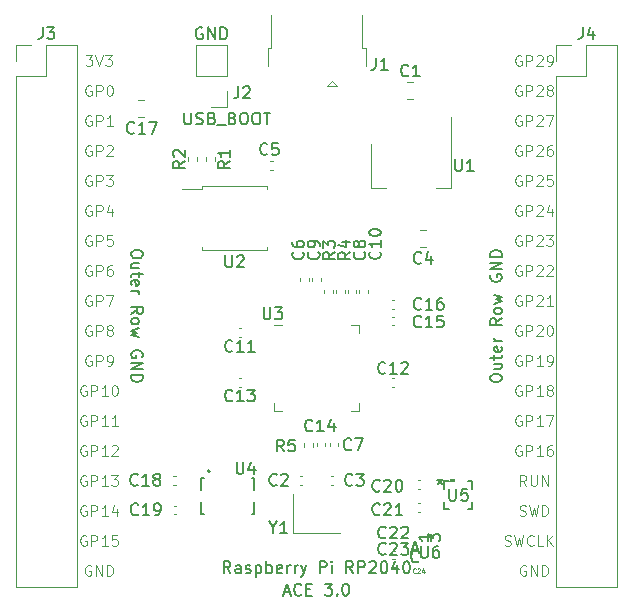
<source format=gbr>
G04 #@! TF.GenerationSoftware,KiCad,Pcbnew,8.0.1*
G04 #@! TF.CreationDate,2024-04-21T17:46:33-05:00*
G04 #@! TF.ProjectId,RP2040_minimal_r2,52503230-3430-45f6-9d69-6e696d616c5f,REV2*
G04 #@! TF.SameCoordinates,Original*
G04 #@! TF.FileFunction,Legend,Top*
G04 #@! TF.FilePolarity,Positive*
%FSLAX46Y46*%
G04 Gerber Fmt 4.6, Leading zero omitted, Abs format (unit mm)*
G04 Created by KiCad (PCBNEW 8.0.1) date 2024-04-21 17:46:33*
%MOMM*%
%LPD*%
G01*
G04 APERTURE LIST*
%ADD10C,0.100000*%
%ADD11C,0.150000*%
%ADD12C,0.098425*%
%ADD13C,0.120000*%
%ADD14C,0.127000*%
%ADD15C,0.200000*%
%ADD16C,0.152400*%
%ADD17C,0.000000*%
G04 APERTURE END LIST*
D10*
X80942143Y-78634014D02*
X80856429Y-78591157D01*
X80856429Y-78591157D02*
X80727857Y-78591157D01*
X80727857Y-78591157D02*
X80599286Y-78634014D01*
X80599286Y-78634014D02*
X80513571Y-78719728D01*
X80513571Y-78719728D02*
X80470714Y-78805442D01*
X80470714Y-78805442D02*
X80427857Y-78976871D01*
X80427857Y-78976871D02*
X80427857Y-79105442D01*
X80427857Y-79105442D02*
X80470714Y-79276871D01*
X80470714Y-79276871D02*
X80513571Y-79362585D01*
X80513571Y-79362585D02*
X80599286Y-79448300D01*
X80599286Y-79448300D02*
X80727857Y-79491157D01*
X80727857Y-79491157D02*
X80813571Y-79491157D01*
X80813571Y-79491157D02*
X80942143Y-79448300D01*
X80942143Y-79448300D02*
X80985000Y-79405442D01*
X80985000Y-79405442D02*
X80985000Y-79105442D01*
X80985000Y-79105442D02*
X80813571Y-79105442D01*
X81370714Y-79491157D02*
X81370714Y-78591157D01*
X81370714Y-78591157D02*
X81713571Y-78591157D01*
X81713571Y-78591157D02*
X81799286Y-78634014D01*
X81799286Y-78634014D02*
X81842143Y-78676871D01*
X81842143Y-78676871D02*
X81885000Y-78762585D01*
X81885000Y-78762585D02*
X81885000Y-78891157D01*
X81885000Y-78891157D02*
X81842143Y-78976871D01*
X81842143Y-78976871D02*
X81799286Y-79019728D01*
X81799286Y-79019728D02*
X81713571Y-79062585D01*
X81713571Y-79062585D02*
X81370714Y-79062585D01*
X82742143Y-79491157D02*
X82227857Y-79491157D01*
X82485000Y-79491157D02*
X82485000Y-78591157D01*
X82485000Y-78591157D02*
X82399286Y-78719728D01*
X82399286Y-78719728D02*
X82313571Y-78805442D01*
X82313571Y-78805442D02*
X82227857Y-78848300D01*
X80942143Y-81174014D02*
X80856429Y-81131157D01*
X80856429Y-81131157D02*
X80727857Y-81131157D01*
X80727857Y-81131157D02*
X80599286Y-81174014D01*
X80599286Y-81174014D02*
X80513571Y-81259728D01*
X80513571Y-81259728D02*
X80470714Y-81345442D01*
X80470714Y-81345442D02*
X80427857Y-81516871D01*
X80427857Y-81516871D02*
X80427857Y-81645442D01*
X80427857Y-81645442D02*
X80470714Y-81816871D01*
X80470714Y-81816871D02*
X80513571Y-81902585D01*
X80513571Y-81902585D02*
X80599286Y-81988300D01*
X80599286Y-81988300D02*
X80727857Y-82031157D01*
X80727857Y-82031157D02*
X80813571Y-82031157D01*
X80813571Y-82031157D02*
X80942143Y-81988300D01*
X80942143Y-81988300D02*
X80985000Y-81945442D01*
X80985000Y-81945442D02*
X80985000Y-81645442D01*
X80985000Y-81645442D02*
X80813571Y-81645442D01*
X81370714Y-82031157D02*
X81370714Y-81131157D01*
X81370714Y-81131157D02*
X81713571Y-81131157D01*
X81713571Y-81131157D02*
X81799286Y-81174014D01*
X81799286Y-81174014D02*
X81842143Y-81216871D01*
X81842143Y-81216871D02*
X81885000Y-81302585D01*
X81885000Y-81302585D02*
X81885000Y-81431157D01*
X81885000Y-81431157D02*
X81842143Y-81516871D01*
X81842143Y-81516871D02*
X81799286Y-81559728D01*
X81799286Y-81559728D02*
X81713571Y-81602585D01*
X81713571Y-81602585D02*
X81370714Y-81602585D01*
X82227857Y-81216871D02*
X82270714Y-81174014D01*
X82270714Y-81174014D02*
X82356429Y-81131157D01*
X82356429Y-81131157D02*
X82570714Y-81131157D01*
X82570714Y-81131157D02*
X82656429Y-81174014D01*
X82656429Y-81174014D02*
X82699286Y-81216871D01*
X82699286Y-81216871D02*
X82742143Y-81302585D01*
X82742143Y-81302585D02*
X82742143Y-81388300D01*
X82742143Y-81388300D02*
X82699286Y-81516871D01*
X82699286Y-81516871D02*
X82185000Y-82031157D01*
X82185000Y-82031157D02*
X82742143Y-82031157D01*
X80942143Y-83714014D02*
X80856429Y-83671157D01*
X80856429Y-83671157D02*
X80727857Y-83671157D01*
X80727857Y-83671157D02*
X80599286Y-83714014D01*
X80599286Y-83714014D02*
X80513571Y-83799728D01*
X80513571Y-83799728D02*
X80470714Y-83885442D01*
X80470714Y-83885442D02*
X80427857Y-84056871D01*
X80427857Y-84056871D02*
X80427857Y-84185442D01*
X80427857Y-84185442D02*
X80470714Y-84356871D01*
X80470714Y-84356871D02*
X80513571Y-84442585D01*
X80513571Y-84442585D02*
X80599286Y-84528300D01*
X80599286Y-84528300D02*
X80727857Y-84571157D01*
X80727857Y-84571157D02*
X80813571Y-84571157D01*
X80813571Y-84571157D02*
X80942143Y-84528300D01*
X80942143Y-84528300D02*
X80985000Y-84485442D01*
X80985000Y-84485442D02*
X80985000Y-84185442D01*
X80985000Y-84185442D02*
X80813571Y-84185442D01*
X81370714Y-84571157D02*
X81370714Y-83671157D01*
X81370714Y-83671157D02*
X81713571Y-83671157D01*
X81713571Y-83671157D02*
X81799286Y-83714014D01*
X81799286Y-83714014D02*
X81842143Y-83756871D01*
X81842143Y-83756871D02*
X81885000Y-83842585D01*
X81885000Y-83842585D02*
X81885000Y-83971157D01*
X81885000Y-83971157D02*
X81842143Y-84056871D01*
X81842143Y-84056871D02*
X81799286Y-84099728D01*
X81799286Y-84099728D02*
X81713571Y-84142585D01*
X81713571Y-84142585D02*
X81370714Y-84142585D01*
X82185000Y-83671157D02*
X82742143Y-83671157D01*
X82742143Y-83671157D02*
X82442143Y-84014014D01*
X82442143Y-84014014D02*
X82570714Y-84014014D01*
X82570714Y-84014014D02*
X82656429Y-84056871D01*
X82656429Y-84056871D02*
X82699286Y-84099728D01*
X82699286Y-84099728D02*
X82742143Y-84185442D01*
X82742143Y-84185442D02*
X82742143Y-84399728D01*
X82742143Y-84399728D02*
X82699286Y-84485442D01*
X82699286Y-84485442D02*
X82656429Y-84528300D01*
X82656429Y-84528300D02*
X82570714Y-84571157D01*
X82570714Y-84571157D02*
X82313571Y-84571157D01*
X82313571Y-84571157D02*
X82227857Y-84528300D01*
X82227857Y-84528300D02*
X82185000Y-84485442D01*
X80942143Y-86254014D02*
X80856429Y-86211157D01*
X80856429Y-86211157D02*
X80727857Y-86211157D01*
X80727857Y-86211157D02*
X80599286Y-86254014D01*
X80599286Y-86254014D02*
X80513571Y-86339728D01*
X80513571Y-86339728D02*
X80470714Y-86425442D01*
X80470714Y-86425442D02*
X80427857Y-86596871D01*
X80427857Y-86596871D02*
X80427857Y-86725442D01*
X80427857Y-86725442D02*
X80470714Y-86896871D01*
X80470714Y-86896871D02*
X80513571Y-86982585D01*
X80513571Y-86982585D02*
X80599286Y-87068300D01*
X80599286Y-87068300D02*
X80727857Y-87111157D01*
X80727857Y-87111157D02*
X80813571Y-87111157D01*
X80813571Y-87111157D02*
X80942143Y-87068300D01*
X80942143Y-87068300D02*
X80985000Y-87025442D01*
X80985000Y-87025442D02*
X80985000Y-86725442D01*
X80985000Y-86725442D02*
X80813571Y-86725442D01*
X81370714Y-87111157D02*
X81370714Y-86211157D01*
X81370714Y-86211157D02*
X81713571Y-86211157D01*
X81713571Y-86211157D02*
X81799286Y-86254014D01*
X81799286Y-86254014D02*
X81842143Y-86296871D01*
X81842143Y-86296871D02*
X81885000Y-86382585D01*
X81885000Y-86382585D02*
X81885000Y-86511157D01*
X81885000Y-86511157D02*
X81842143Y-86596871D01*
X81842143Y-86596871D02*
X81799286Y-86639728D01*
X81799286Y-86639728D02*
X81713571Y-86682585D01*
X81713571Y-86682585D02*
X81370714Y-86682585D01*
X82656429Y-86511157D02*
X82656429Y-87111157D01*
X82442143Y-86168300D02*
X82227857Y-86811157D01*
X82227857Y-86811157D02*
X82785000Y-86811157D01*
X80942143Y-88794014D02*
X80856429Y-88751157D01*
X80856429Y-88751157D02*
X80727857Y-88751157D01*
X80727857Y-88751157D02*
X80599286Y-88794014D01*
X80599286Y-88794014D02*
X80513571Y-88879728D01*
X80513571Y-88879728D02*
X80470714Y-88965442D01*
X80470714Y-88965442D02*
X80427857Y-89136871D01*
X80427857Y-89136871D02*
X80427857Y-89265442D01*
X80427857Y-89265442D02*
X80470714Y-89436871D01*
X80470714Y-89436871D02*
X80513571Y-89522585D01*
X80513571Y-89522585D02*
X80599286Y-89608300D01*
X80599286Y-89608300D02*
X80727857Y-89651157D01*
X80727857Y-89651157D02*
X80813571Y-89651157D01*
X80813571Y-89651157D02*
X80942143Y-89608300D01*
X80942143Y-89608300D02*
X80985000Y-89565442D01*
X80985000Y-89565442D02*
X80985000Y-89265442D01*
X80985000Y-89265442D02*
X80813571Y-89265442D01*
X81370714Y-89651157D02*
X81370714Y-88751157D01*
X81370714Y-88751157D02*
X81713571Y-88751157D01*
X81713571Y-88751157D02*
X81799286Y-88794014D01*
X81799286Y-88794014D02*
X81842143Y-88836871D01*
X81842143Y-88836871D02*
X81885000Y-88922585D01*
X81885000Y-88922585D02*
X81885000Y-89051157D01*
X81885000Y-89051157D02*
X81842143Y-89136871D01*
X81842143Y-89136871D02*
X81799286Y-89179728D01*
X81799286Y-89179728D02*
X81713571Y-89222585D01*
X81713571Y-89222585D02*
X81370714Y-89222585D01*
X82699286Y-88751157D02*
X82270714Y-88751157D01*
X82270714Y-88751157D02*
X82227857Y-89179728D01*
X82227857Y-89179728D02*
X82270714Y-89136871D01*
X82270714Y-89136871D02*
X82356429Y-89094014D01*
X82356429Y-89094014D02*
X82570714Y-89094014D01*
X82570714Y-89094014D02*
X82656429Y-89136871D01*
X82656429Y-89136871D02*
X82699286Y-89179728D01*
X82699286Y-89179728D02*
X82742143Y-89265442D01*
X82742143Y-89265442D02*
X82742143Y-89479728D01*
X82742143Y-89479728D02*
X82699286Y-89565442D01*
X82699286Y-89565442D02*
X82656429Y-89608300D01*
X82656429Y-89608300D02*
X82570714Y-89651157D01*
X82570714Y-89651157D02*
X82356429Y-89651157D01*
X82356429Y-89651157D02*
X82270714Y-89608300D01*
X82270714Y-89608300D02*
X82227857Y-89565442D01*
X80942143Y-91334014D02*
X80856429Y-91291157D01*
X80856429Y-91291157D02*
X80727857Y-91291157D01*
X80727857Y-91291157D02*
X80599286Y-91334014D01*
X80599286Y-91334014D02*
X80513571Y-91419728D01*
X80513571Y-91419728D02*
X80470714Y-91505442D01*
X80470714Y-91505442D02*
X80427857Y-91676871D01*
X80427857Y-91676871D02*
X80427857Y-91805442D01*
X80427857Y-91805442D02*
X80470714Y-91976871D01*
X80470714Y-91976871D02*
X80513571Y-92062585D01*
X80513571Y-92062585D02*
X80599286Y-92148300D01*
X80599286Y-92148300D02*
X80727857Y-92191157D01*
X80727857Y-92191157D02*
X80813571Y-92191157D01*
X80813571Y-92191157D02*
X80942143Y-92148300D01*
X80942143Y-92148300D02*
X80985000Y-92105442D01*
X80985000Y-92105442D02*
X80985000Y-91805442D01*
X80985000Y-91805442D02*
X80813571Y-91805442D01*
X81370714Y-92191157D02*
X81370714Y-91291157D01*
X81370714Y-91291157D02*
X81713571Y-91291157D01*
X81713571Y-91291157D02*
X81799286Y-91334014D01*
X81799286Y-91334014D02*
X81842143Y-91376871D01*
X81842143Y-91376871D02*
X81885000Y-91462585D01*
X81885000Y-91462585D02*
X81885000Y-91591157D01*
X81885000Y-91591157D02*
X81842143Y-91676871D01*
X81842143Y-91676871D02*
X81799286Y-91719728D01*
X81799286Y-91719728D02*
X81713571Y-91762585D01*
X81713571Y-91762585D02*
X81370714Y-91762585D01*
X82656429Y-91291157D02*
X82485000Y-91291157D01*
X82485000Y-91291157D02*
X82399286Y-91334014D01*
X82399286Y-91334014D02*
X82356429Y-91376871D01*
X82356429Y-91376871D02*
X82270714Y-91505442D01*
X82270714Y-91505442D02*
X82227857Y-91676871D01*
X82227857Y-91676871D02*
X82227857Y-92019728D01*
X82227857Y-92019728D02*
X82270714Y-92105442D01*
X82270714Y-92105442D02*
X82313571Y-92148300D01*
X82313571Y-92148300D02*
X82399286Y-92191157D01*
X82399286Y-92191157D02*
X82570714Y-92191157D01*
X82570714Y-92191157D02*
X82656429Y-92148300D01*
X82656429Y-92148300D02*
X82699286Y-92105442D01*
X82699286Y-92105442D02*
X82742143Y-92019728D01*
X82742143Y-92019728D02*
X82742143Y-91805442D01*
X82742143Y-91805442D02*
X82699286Y-91719728D01*
X82699286Y-91719728D02*
X82656429Y-91676871D01*
X82656429Y-91676871D02*
X82570714Y-91634014D01*
X82570714Y-91634014D02*
X82399286Y-91634014D01*
X82399286Y-91634014D02*
X82313571Y-91676871D01*
X82313571Y-91676871D02*
X82270714Y-91719728D01*
X82270714Y-91719728D02*
X82227857Y-91805442D01*
X80942143Y-93874014D02*
X80856429Y-93831157D01*
X80856429Y-93831157D02*
X80727857Y-93831157D01*
X80727857Y-93831157D02*
X80599286Y-93874014D01*
X80599286Y-93874014D02*
X80513571Y-93959728D01*
X80513571Y-93959728D02*
X80470714Y-94045442D01*
X80470714Y-94045442D02*
X80427857Y-94216871D01*
X80427857Y-94216871D02*
X80427857Y-94345442D01*
X80427857Y-94345442D02*
X80470714Y-94516871D01*
X80470714Y-94516871D02*
X80513571Y-94602585D01*
X80513571Y-94602585D02*
X80599286Y-94688300D01*
X80599286Y-94688300D02*
X80727857Y-94731157D01*
X80727857Y-94731157D02*
X80813571Y-94731157D01*
X80813571Y-94731157D02*
X80942143Y-94688300D01*
X80942143Y-94688300D02*
X80985000Y-94645442D01*
X80985000Y-94645442D02*
X80985000Y-94345442D01*
X80985000Y-94345442D02*
X80813571Y-94345442D01*
X81370714Y-94731157D02*
X81370714Y-93831157D01*
X81370714Y-93831157D02*
X81713571Y-93831157D01*
X81713571Y-93831157D02*
X81799286Y-93874014D01*
X81799286Y-93874014D02*
X81842143Y-93916871D01*
X81842143Y-93916871D02*
X81885000Y-94002585D01*
X81885000Y-94002585D02*
X81885000Y-94131157D01*
X81885000Y-94131157D02*
X81842143Y-94216871D01*
X81842143Y-94216871D02*
X81799286Y-94259728D01*
X81799286Y-94259728D02*
X81713571Y-94302585D01*
X81713571Y-94302585D02*
X81370714Y-94302585D01*
X82185000Y-93831157D02*
X82785000Y-93831157D01*
X82785000Y-93831157D02*
X82399286Y-94731157D01*
X80942143Y-96414014D02*
X80856429Y-96371157D01*
X80856429Y-96371157D02*
X80727857Y-96371157D01*
X80727857Y-96371157D02*
X80599286Y-96414014D01*
X80599286Y-96414014D02*
X80513571Y-96499728D01*
X80513571Y-96499728D02*
X80470714Y-96585442D01*
X80470714Y-96585442D02*
X80427857Y-96756871D01*
X80427857Y-96756871D02*
X80427857Y-96885442D01*
X80427857Y-96885442D02*
X80470714Y-97056871D01*
X80470714Y-97056871D02*
X80513571Y-97142585D01*
X80513571Y-97142585D02*
X80599286Y-97228300D01*
X80599286Y-97228300D02*
X80727857Y-97271157D01*
X80727857Y-97271157D02*
X80813571Y-97271157D01*
X80813571Y-97271157D02*
X80942143Y-97228300D01*
X80942143Y-97228300D02*
X80985000Y-97185442D01*
X80985000Y-97185442D02*
X80985000Y-96885442D01*
X80985000Y-96885442D02*
X80813571Y-96885442D01*
X81370714Y-97271157D02*
X81370714Y-96371157D01*
X81370714Y-96371157D02*
X81713571Y-96371157D01*
X81713571Y-96371157D02*
X81799286Y-96414014D01*
X81799286Y-96414014D02*
X81842143Y-96456871D01*
X81842143Y-96456871D02*
X81885000Y-96542585D01*
X81885000Y-96542585D02*
X81885000Y-96671157D01*
X81885000Y-96671157D02*
X81842143Y-96756871D01*
X81842143Y-96756871D02*
X81799286Y-96799728D01*
X81799286Y-96799728D02*
X81713571Y-96842585D01*
X81713571Y-96842585D02*
X81370714Y-96842585D01*
X82399286Y-96756871D02*
X82313571Y-96714014D01*
X82313571Y-96714014D02*
X82270714Y-96671157D01*
X82270714Y-96671157D02*
X82227857Y-96585442D01*
X82227857Y-96585442D02*
X82227857Y-96542585D01*
X82227857Y-96542585D02*
X82270714Y-96456871D01*
X82270714Y-96456871D02*
X82313571Y-96414014D01*
X82313571Y-96414014D02*
X82399286Y-96371157D01*
X82399286Y-96371157D02*
X82570714Y-96371157D01*
X82570714Y-96371157D02*
X82656429Y-96414014D01*
X82656429Y-96414014D02*
X82699286Y-96456871D01*
X82699286Y-96456871D02*
X82742143Y-96542585D01*
X82742143Y-96542585D02*
X82742143Y-96585442D01*
X82742143Y-96585442D02*
X82699286Y-96671157D01*
X82699286Y-96671157D02*
X82656429Y-96714014D01*
X82656429Y-96714014D02*
X82570714Y-96756871D01*
X82570714Y-96756871D02*
X82399286Y-96756871D01*
X82399286Y-96756871D02*
X82313571Y-96799728D01*
X82313571Y-96799728D02*
X82270714Y-96842585D01*
X82270714Y-96842585D02*
X82227857Y-96928300D01*
X82227857Y-96928300D02*
X82227857Y-97099728D01*
X82227857Y-97099728D02*
X82270714Y-97185442D01*
X82270714Y-97185442D02*
X82313571Y-97228300D01*
X82313571Y-97228300D02*
X82399286Y-97271157D01*
X82399286Y-97271157D02*
X82570714Y-97271157D01*
X82570714Y-97271157D02*
X82656429Y-97228300D01*
X82656429Y-97228300D02*
X82699286Y-97185442D01*
X82699286Y-97185442D02*
X82742143Y-97099728D01*
X82742143Y-97099728D02*
X82742143Y-96928300D01*
X82742143Y-96928300D02*
X82699286Y-96842585D01*
X82699286Y-96842585D02*
X82656429Y-96799728D01*
X82656429Y-96799728D02*
X82570714Y-96756871D01*
X80942143Y-98954014D02*
X80856429Y-98911157D01*
X80856429Y-98911157D02*
X80727857Y-98911157D01*
X80727857Y-98911157D02*
X80599286Y-98954014D01*
X80599286Y-98954014D02*
X80513571Y-99039728D01*
X80513571Y-99039728D02*
X80470714Y-99125442D01*
X80470714Y-99125442D02*
X80427857Y-99296871D01*
X80427857Y-99296871D02*
X80427857Y-99425442D01*
X80427857Y-99425442D02*
X80470714Y-99596871D01*
X80470714Y-99596871D02*
X80513571Y-99682585D01*
X80513571Y-99682585D02*
X80599286Y-99768300D01*
X80599286Y-99768300D02*
X80727857Y-99811157D01*
X80727857Y-99811157D02*
X80813571Y-99811157D01*
X80813571Y-99811157D02*
X80942143Y-99768300D01*
X80942143Y-99768300D02*
X80985000Y-99725442D01*
X80985000Y-99725442D02*
X80985000Y-99425442D01*
X80985000Y-99425442D02*
X80813571Y-99425442D01*
X81370714Y-99811157D02*
X81370714Y-98911157D01*
X81370714Y-98911157D02*
X81713571Y-98911157D01*
X81713571Y-98911157D02*
X81799286Y-98954014D01*
X81799286Y-98954014D02*
X81842143Y-98996871D01*
X81842143Y-98996871D02*
X81885000Y-99082585D01*
X81885000Y-99082585D02*
X81885000Y-99211157D01*
X81885000Y-99211157D02*
X81842143Y-99296871D01*
X81842143Y-99296871D02*
X81799286Y-99339728D01*
X81799286Y-99339728D02*
X81713571Y-99382585D01*
X81713571Y-99382585D02*
X81370714Y-99382585D01*
X82313571Y-99811157D02*
X82485000Y-99811157D01*
X82485000Y-99811157D02*
X82570714Y-99768300D01*
X82570714Y-99768300D02*
X82613571Y-99725442D01*
X82613571Y-99725442D02*
X82699286Y-99596871D01*
X82699286Y-99596871D02*
X82742143Y-99425442D01*
X82742143Y-99425442D02*
X82742143Y-99082585D01*
X82742143Y-99082585D02*
X82699286Y-98996871D01*
X82699286Y-98996871D02*
X82656429Y-98954014D01*
X82656429Y-98954014D02*
X82570714Y-98911157D01*
X82570714Y-98911157D02*
X82399286Y-98911157D01*
X82399286Y-98911157D02*
X82313571Y-98954014D01*
X82313571Y-98954014D02*
X82270714Y-98996871D01*
X82270714Y-98996871D02*
X82227857Y-99082585D01*
X82227857Y-99082585D02*
X82227857Y-99296871D01*
X82227857Y-99296871D02*
X82270714Y-99382585D01*
X82270714Y-99382585D02*
X82313571Y-99425442D01*
X82313571Y-99425442D02*
X82399286Y-99468300D01*
X82399286Y-99468300D02*
X82570714Y-99468300D01*
X82570714Y-99468300D02*
X82656429Y-99425442D01*
X82656429Y-99425442D02*
X82699286Y-99382585D01*
X82699286Y-99382585D02*
X82742143Y-99296871D01*
X80513571Y-104034014D02*
X80427857Y-103991157D01*
X80427857Y-103991157D02*
X80299285Y-103991157D01*
X80299285Y-103991157D02*
X80170714Y-104034014D01*
X80170714Y-104034014D02*
X80084999Y-104119728D01*
X80084999Y-104119728D02*
X80042142Y-104205442D01*
X80042142Y-104205442D02*
X79999285Y-104376871D01*
X79999285Y-104376871D02*
X79999285Y-104505442D01*
X79999285Y-104505442D02*
X80042142Y-104676871D01*
X80042142Y-104676871D02*
X80084999Y-104762585D01*
X80084999Y-104762585D02*
X80170714Y-104848300D01*
X80170714Y-104848300D02*
X80299285Y-104891157D01*
X80299285Y-104891157D02*
X80384999Y-104891157D01*
X80384999Y-104891157D02*
X80513571Y-104848300D01*
X80513571Y-104848300D02*
X80556428Y-104805442D01*
X80556428Y-104805442D02*
X80556428Y-104505442D01*
X80556428Y-104505442D02*
X80384999Y-104505442D01*
X80942142Y-104891157D02*
X80942142Y-103991157D01*
X80942142Y-103991157D02*
X81284999Y-103991157D01*
X81284999Y-103991157D02*
X81370714Y-104034014D01*
X81370714Y-104034014D02*
X81413571Y-104076871D01*
X81413571Y-104076871D02*
X81456428Y-104162585D01*
X81456428Y-104162585D02*
X81456428Y-104291157D01*
X81456428Y-104291157D02*
X81413571Y-104376871D01*
X81413571Y-104376871D02*
X81370714Y-104419728D01*
X81370714Y-104419728D02*
X81284999Y-104462585D01*
X81284999Y-104462585D02*
X80942142Y-104462585D01*
X82313571Y-104891157D02*
X81799285Y-104891157D01*
X82056428Y-104891157D02*
X82056428Y-103991157D01*
X82056428Y-103991157D02*
X81970714Y-104119728D01*
X81970714Y-104119728D02*
X81884999Y-104205442D01*
X81884999Y-104205442D02*
X81799285Y-104248300D01*
X83170714Y-104891157D02*
X82656428Y-104891157D01*
X82913571Y-104891157D02*
X82913571Y-103991157D01*
X82913571Y-103991157D02*
X82827857Y-104119728D01*
X82827857Y-104119728D02*
X82742142Y-104205442D01*
X82742142Y-104205442D02*
X82656428Y-104248300D01*
X80513571Y-101494014D02*
X80427857Y-101451157D01*
X80427857Y-101451157D02*
X80299285Y-101451157D01*
X80299285Y-101451157D02*
X80170714Y-101494014D01*
X80170714Y-101494014D02*
X80084999Y-101579728D01*
X80084999Y-101579728D02*
X80042142Y-101665442D01*
X80042142Y-101665442D02*
X79999285Y-101836871D01*
X79999285Y-101836871D02*
X79999285Y-101965442D01*
X79999285Y-101965442D02*
X80042142Y-102136871D01*
X80042142Y-102136871D02*
X80084999Y-102222585D01*
X80084999Y-102222585D02*
X80170714Y-102308300D01*
X80170714Y-102308300D02*
X80299285Y-102351157D01*
X80299285Y-102351157D02*
X80384999Y-102351157D01*
X80384999Y-102351157D02*
X80513571Y-102308300D01*
X80513571Y-102308300D02*
X80556428Y-102265442D01*
X80556428Y-102265442D02*
X80556428Y-101965442D01*
X80556428Y-101965442D02*
X80384999Y-101965442D01*
X80942142Y-102351157D02*
X80942142Y-101451157D01*
X80942142Y-101451157D02*
X81284999Y-101451157D01*
X81284999Y-101451157D02*
X81370714Y-101494014D01*
X81370714Y-101494014D02*
X81413571Y-101536871D01*
X81413571Y-101536871D02*
X81456428Y-101622585D01*
X81456428Y-101622585D02*
X81456428Y-101751157D01*
X81456428Y-101751157D02*
X81413571Y-101836871D01*
X81413571Y-101836871D02*
X81370714Y-101879728D01*
X81370714Y-101879728D02*
X81284999Y-101922585D01*
X81284999Y-101922585D02*
X80942142Y-101922585D01*
X82313571Y-102351157D02*
X81799285Y-102351157D01*
X82056428Y-102351157D02*
X82056428Y-101451157D01*
X82056428Y-101451157D02*
X81970714Y-101579728D01*
X81970714Y-101579728D02*
X81884999Y-101665442D01*
X81884999Y-101665442D02*
X81799285Y-101708300D01*
X82870714Y-101451157D02*
X82956428Y-101451157D01*
X82956428Y-101451157D02*
X83042142Y-101494014D01*
X83042142Y-101494014D02*
X83085000Y-101536871D01*
X83085000Y-101536871D02*
X83127857Y-101622585D01*
X83127857Y-101622585D02*
X83170714Y-101794014D01*
X83170714Y-101794014D02*
X83170714Y-102008300D01*
X83170714Y-102008300D02*
X83127857Y-102179728D01*
X83127857Y-102179728D02*
X83085000Y-102265442D01*
X83085000Y-102265442D02*
X83042142Y-102308300D01*
X83042142Y-102308300D02*
X82956428Y-102351157D01*
X82956428Y-102351157D02*
X82870714Y-102351157D01*
X82870714Y-102351157D02*
X82785000Y-102308300D01*
X82785000Y-102308300D02*
X82742142Y-102265442D01*
X82742142Y-102265442D02*
X82699285Y-102179728D01*
X82699285Y-102179728D02*
X82656428Y-102008300D01*
X82656428Y-102008300D02*
X82656428Y-101794014D01*
X82656428Y-101794014D02*
X82699285Y-101622585D01*
X82699285Y-101622585D02*
X82742142Y-101536871D01*
X82742142Y-101536871D02*
X82785000Y-101494014D01*
X82785000Y-101494014D02*
X82870714Y-101451157D01*
X80513571Y-106574014D02*
X80427857Y-106531157D01*
X80427857Y-106531157D02*
X80299285Y-106531157D01*
X80299285Y-106531157D02*
X80170714Y-106574014D01*
X80170714Y-106574014D02*
X80084999Y-106659728D01*
X80084999Y-106659728D02*
X80042142Y-106745442D01*
X80042142Y-106745442D02*
X79999285Y-106916871D01*
X79999285Y-106916871D02*
X79999285Y-107045442D01*
X79999285Y-107045442D02*
X80042142Y-107216871D01*
X80042142Y-107216871D02*
X80084999Y-107302585D01*
X80084999Y-107302585D02*
X80170714Y-107388300D01*
X80170714Y-107388300D02*
X80299285Y-107431157D01*
X80299285Y-107431157D02*
X80384999Y-107431157D01*
X80384999Y-107431157D02*
X80513571Y-107388300D01*
X80513571Y-107388300D02*
X80556428Y-107345442D01*
X80556428Y-107345442D02*
X80556428Y-107045442D01*
X80556428Y-107045442D02*
X80384999Y-107045442D01*
X80942142Y-107431157D02*
X80942142Y-106531157D01*
X80942142Y-106531157D02*
X81284999Y-106531157D01*
X81284999Y-106531157D02*
X81370714Y-106574014D01*
X81370714Y-106574014D02*
X81413571Y-106616871D01*
X81413571Y-106616871D02*
X81456428Y-106702585D01*
X81456428Y-106702585D02*
X81456428Y-106831157D01*
X81456428Y-106831157D02*
X81413571Y-106916871D01*
X81413571Y-106916871D02*
X81370714Y-106959728D01*
X81370714Y-106959728D02*
X81284999Y-107002585D01*
X81284999Y-107002585D02*
X80942142Y-107002585D01*
X82313571Y-107431157D02*
X81799285Y-107431157D01*
X82056428Y-107431157D02*
X82056428Y-106531157D01*
X82056428Y-106531157D02*
X81970714Y-106659728D01*
X81970714Y-106659728D02*
X81884999Y-106745442D01*
X81884999Y-106745442D02*
X81799285Y-106788300D01*
X82656428Y-106616871D02*
X82699285Y-106574014D01*
X82699285Y-106574014D02*
X82785000Y-106531157D01*
X82785000Y-106531157D02*
X82999285Y-106531157D01*
X82999285Y-106531157D02*
X83085000Y-106574014D01*
X83085000Y-106574014D02*
X83127857Y-106616871D01*
X83127857Y-106616871D02*
X83170714Y-106702585D01*
X83170714Y-106702585D02*
X83170714Y-106788300D01*
X83170714Y-106788300D02*
X83127857Y-106916871D01*
X83127857Y-106916871D02*
X82613571Y-107431157D01*
X82613571Y-107431157D02*
X83170714Y-107431157D01*
X80513571Y-109114014D02*
X80427857Y-109071157D01*
X80427857Y-109071157D02*
X80299285Y-109071157D01*
X80299285Y-109071157D02*
X80170714Y-109114014D01*
X80170714Y-109114014D02*
X80084999Y-109199728D01*
X80084999Y-109199728D02*
X80042142Y-109285442D01*
X80042142Y-109285442D02*
X79999285Y-109456871D01*
X79999285Y-109456871D02*
X79999285Y-109585442D01*
X79999285Y-109585442D02*
X80042142Y-109756871D01*
X80042142Y-109756871D02*
X80084999Y-109842585D01*
X80084999Y-109842585D02*
X80170714Y-109928300D01*
X80170714Y-109928300D02*
X80299285Y-109971157D01*
X80299285Y-109971157D02*
X80384999Y-109971157D01*
X80384999Y-109971157D02*
X80513571Y-109928300D01*
X80513571Y-109928300D02*
X80556428Y-109885442D01*
X80556428Y-109885442D02*
X80556428Y-109585442D01*
X80556428Y-109585442D02*
X80384999Y-109585442D01*
X80942142Y-109971157D02*
X80942142Y-109071157D01*
X80942142Y-109071157D02*
X81284999Y-109071157D01*
X81284999Y-109071157D02*
X81370714Y-109114014D01*
X81370714Y-109114014D02*
X81413571Y-109156871D01*
X81413571Y-109156871D02*
X81456428Y-109242585D01*
X81456428Y-109242585D02*
X81456428Y-109371157D01*
X81456428Y-109371157D02*
X81413571Y-109456871D01*
X81413571Y-109456871D02*
X81370714Y-109499728D01*
X81370714Y-109499728D02*
X81284999Y-109542585D01*
X81284999Y-109542585D02*
X80942142Y-109542585D01*
X82313571Y-109971157D02*
X81799285Y-109971157D01*
X82056428Y-109971157D02*
X82056428Y-109071157D01*
X82056428Y-109071157D02*
X81970714Y-109199728D01*
X81970714Y-109199728D02*
X81884999Y-109285442D01*
X81884999Y-109285442D02*
X81799285Y-109328300D01*
X82613571Y-109071157D02*
X83170714Y-109071157D01*
X83170714Y-109071157D02*
X82870714Y-109414014D01*
X82870714Y-109414014D02*
X82999285Y-109414014D01*
X82999285Y-109414014D02*
X83085000Y-109456871D01*
X83085000Y-109456871D02*
X83127857Y-109499728D01*
X83127857Y-109499728D02*
X83170714Y-109585442D01*
X83170714Y-109585442D02*
X83170714Y-109799728D01*
X83170714Y-109799728D02*
X83127857Y-109885442D01*
X83127857Y-109885442D02*
X83085000Y-109928300D01*
X83085000Y-109928300D02*
X82999285Y-109971157D01*
X82999285Y-109971157D02*
X82742142Y-109971157D01*
X82742142Y-109971157D02*
X82656428Y-109928300D01*
X82656428Y-109928300D02*
X82613571Y-109885442D01*
X80513571Y-114194014D02*
X80427857Y-114151157D01*
X80427857Y-114151157D02*
X80299285Y-114151157D01*
X80299285Y-114151157D02*
X80170714Y-114194014D01*
X80170714Y-114194014D02*
X80084999Y-114279728D01*
X80084999Y-114279728D02*
X80042142Y-114365442D01*
X80042142Y-114365442D02*
X79999285Y-114536871D01*
X79999285Y-114536871D02*
X79999285Y-114665442D01*
X79999285Y-114665442D02*
X80042142Y-114836871D01*
X80042142Y-114836871D02*
X80084999Y-114922585D01*
X80084999Y-114922585D02*
X80170714Y-115008300D01*
X80170714Y-115008300D02*
X80299285Y-115051157D01*
X80299285Y-115051157D02*
X80384999Y-115051157D01*
X80384999Y-115051157D02*
X80513571Y-115008300D01*
X80513571Y-115008300D02*
X80556428Y-114965442D01*
X80556428Y-114965442D02*
X80556428Y-114665442D01*
X80556428Y-114665442D02*
X80384999Y-114665442D01*
X80942142Y-115051157D02*
X80942142Y-114151157D01*
X80942142Y-114151157D02*
X81284999Y-114151157D01*
X81284999Y-114151157D02*
X81370714Y-114194014D01*
X81370714Y-114194014D02*
X81413571Y-114236871D01*
X81413571Y-114236871D02*
X81456428Y-114322585D01*
X81456428Y-114322585D02*
X81456428Y-114451157D01*
X81456428Y-114451157D02*
X81413571Y-114536871D01*
X81413571Y-114536871D02*
X81370714Y-114579728D01*
X81370714Y-114579728D02*
X81284999Y-114622585D01*
X81284999Y-114622585D02*
X80942142Y-114622585D01*
X82313571Y-115051157D02*
X81799285Y-115051157D01*
X82056428Y-115051157D02*
X82056428Y-114151157D01*
X82056428Y-114151157D02*
X81970714Y-114279728D01*
X81970714Y-114279728D02*
X81884999Y-114365442D01*
X81884999Y-114365442D02*
X81799285Y-114408300D01*
X83127857Y-114151157D02*
X82699285Y-114151157D01*
X82699285Y-114151157D02*
X82656428Y-114579728D01*
X82656428Y-114579728D02*
X82699285Y-114536871D01*
X82699285Y-114536871D02*
X82785000Y-114494014D01*
X82785000Y-114494014D02*
X82999285Y-114494014D01*
X82999285Y-114494014D02*
X83085000Y-114536871D01*
X83085000Y-114536871D02*
X83127857Y-114579728D01*
X83127857Y-114579728D02*
X83170714Y-114665442D01*
X83170714Y-114665442D02*
X83170714Y-114879728D01*
X83170714Y-114879728D02*
X83127857Y-114965442D01*
X83127857Y-114965442D02*
X83085000Y-115008300D01*
X83085000Y-115008300D02*
X82999285Y-115051157D01*
X82999285Y-115051157D02*
X82785000Y-115051157D01*
X82785000Y-115051157D02*
X82699285Y-115008300D01*
X82699285Y-115008300D02*
X82656428Y-114965442D01*
X80513571Y-111654014D02*
X80427857Y-111611157D01*
X80427857Y-111611157D02*
X80299285Y-111611157D01*
X80299285Y-111611157D02*
X80170714Y-111654014D01*
X80170714Y-111654014D02*
X80084999Y-111739728D01*
X80084999Y-111739728D02*
X80042142Y-111825442D01*
X80042142Y-111825442D02*
X79999285Y-111996871D01*
X79999285Y-111996871D02*
X79999285Y-112125442D01*
X79999285Y-112125442D02*
X80042142Y-112296871D01*
X80042142Y-112296871D02*
X80084999Y-112382585D01*
X80084999Y-112382585D02*
X80170714Y-112468300D01*
X80170714Y-112468300D02*
X80299285Y-112511157D01*
X80299285Y-112511157D02*
X80384999Y-112511157D01*
X80384999Y-112511157D02*
X80513571Y-112468300D01*
X80513571Y-112468300D02*
X80556428Y-112425442D01*
X80556428Y-112425442D02*
X80556428Y-112125442D01*
X80556428Y-112125442D02*
X80384999Y-112125442D01*
X80942142Y-112511157D02*
X80942142Y-111611157D01*
X80942142Y-111611157D02*
X81284999Y-111611157D01*
X81284999Y-111611157D02*
X81370714Y-111654014D01*
X81370714Y-111654014D02*
X81413571Y-111696871D01*
X81413571Y-111696871D02*
X81456428Y-111782585D01*
X81456428Y-111782585D02*
X81456428Y-111911157D01*
X81456428Y-111911157D02*
X81413571Y-111996871D01*
X81413571Y-111996871D02*
X81370714Y-112039728D01*
X81370714Y-112039728D02*
X81284999Y-112082585D01*
X81284999Y-112082585D02*
X80942142Y-112082585D01*
X82313571Y-112511157D02*
X81799285Y-112511157D01*
X82056428Y-112511157D02*
X82056428Y-111611157D01*
X82056428Y-111611157D02*
X81970714Y-111739728D01*
X81970714Y-111739728D02*
X81884999Y-111825442D01*
X81884999Y-111825442D02*
X81799285Y-111868300D01*
X83085000Y-111911157D02*
X83085000Y-112511157D01*
X82870714Y-111568300D02*
X82656428Y-112211157D01*
X82656428Y-112211157D02*
X83213571Y-112211157D01*
X117343571Y-76094014D02*
X117257857Y-76051157D01*
X117257857Y-76051157D02*
X117129285Y-76051157D01*
X117129285Y-76051157D02*
X117000714Y-76094014D01*
X117000714Y-76094014D02*
X116914999Y-76179728D01*
X116914999Y-76179728D02*
X116872142Y-76265442D01*
X116872142Y-76265442D02*
X116829285Y-76436871D01*
X116829285Y-76436871D02*
X116829285Y-76565442D01*
X116829285Y-76565442D02*
X116872142Y-76736871D01*
X116872142Y-76736871D02*
X116914999Y-76822585D01*
X116914999Y-76822585D02*
X117000714Y-76908300D01*
X117000714Y-76908300D02*
X117129285Y-76951157D01*
X117129285Y-76951157D02*
X117214999Y-76951157D01*
X117214999Y-76951157D02*
X117343571Y-76908300D01*
X117343571Y-76908300D02*
X117386428Y-76865442D01*
X117386428Y-76865442D02*
X117386428Y-76565442D01*
X117386428Y-76565442D02*
X117214999Y-76565442D01*
X117772142Y-76951157D02*
X117772142Y-76051157D01*
X117772142Y-76051157D02*
X118114999Y-76051157D01*
X118114999Y-76051157D02*
X118200714Y-76094014D01*
X118200714Y-76094014D02*
X118243571Y-76136871D01*
X118243571Y-76136871D02*
X118286428Y-76222585D01*
X118286428Y-76222585D02*
X118286428Y-76351157D01*
X118286428Y-76351157D02*
X118243571Y-76436871D01*
X118243571Y-76436871D02*
X118200714Y-76479728D01*
X118200714Y-76479728D02*
X118114999Y-76522585D01*
X118114999Y-76522585D02*
X117772142Y-76522585D01*
X118629285Y-76136871D02*
X118672142Y-76094014D01*
X118672142Y-76094014D02*
X118757857Y-76051157D01*
X118757857Y-76051157D02*
X118972142Y-76051157D01*
X118972142Y-76051157D02*
X119057857Y-76094014D01*
X119057857Y-76094014D02*
X119100714Y-76136871D01*
X119100714Y-76136871D02*
X119143571Y-76222585D01*
X119143571Y-76222585D02*
X119143571Y-76308300D01*
X119143571Y-76308300D02*
X119100714Y-76436871D01*
X119100714Y-76436871D02*
X118586428Y-76951157D01*
X118586428Y-76951157D02*
X119143571Y-76951157D01*
X119657857Y-76436871D02*
X119572142Y-76394014D01*
X119572142Y-76394014D02*
X119529285Y-76351157D01*
X119529285Y-76351157D02*
X119486428Y-76265442D01*
X119486428Y-76265442D02*
X119486428Y-76222585D01*
X119486428Y-76222585D02*
X119529285Y-76136871D01*
X119529285Y-76136871D02*
X119572142Y-76094014D01*
X119572142Y-76094014D02*
X119657857Y-76051157D01*
X119657857Y-76051157D02*
X119829285Y-76051157D01*
X119829285Y-76051157D02*
X119915000Y-76094014D01*
X119915000Y-76094014D02*
X119957857Y-76136871D01*
X119957857Y-76136871D02*
X120000714Y-76222585D01*
X120000714Y-76222585D02*
X120000714Y-76265442D01*
X120000714Y-76265442D02*
X119957857Y-76351157D01*
X119957857Y-76351157D02*
X119915000Y-76394014D01*
X119915000Y-76394014D02*
X119829285Y-76436871D01*
X119829285Y-76436871D02*
X119657857Y-76436871D01*
X119657857Y-76436871D02*
X119572142Y-76479728D01*
X119572142Y-76479728D02*
X119529285Y-76522585D01*
X119529285Y-76522585D02*
X119486428Y-76608300D01*
X119486428Y-76608300D02*
X119486428Y-76779728D01*
X119486428Y-76779728D02*
X119529285Y-76865442D01*
X119529285Y-76865442D02*
X119572142Y-76908300D01*
X119572142Y-76908300D02*
X119657857Y-76951157D01*
X119657857Y-76951157D02*
X119829285Y-76951157D01*
X119829285Y-76951157D02*
X119915000Y-76908300D01*
X119915000Y-76908300D02*
X119957857Y-76865442D01*
X119957857Y-76865442D02*
X120000714Y-76779728D01*
X120000714Y-76779728D02*
X120000714Y-76608300D01*
X120000714Y-76608300D02*
X119957857Y-76522585D01*
X119957857Y-76522585D02*
X119915000Y-76479728D01*
X119915000Y-76479728D02*
X119829285Y-76436871D01*
X117343571Y-78634014D02*
X117257857Y-78591157D01*
X117257857Y-78591157D02*
X117129285Y-78591157D01*
X117129285Y-78591157D02*
X117000714Y-78634014D01*
X117000714Y-78634014D02*
X116914999Y-78719728D01*
X116914999Y-78719728D02*
X116872142Y-78805442D01*
X116872142Y-78805442D02*
X116829285Y-78976871D01*
X116829285Y-78976871D02*
X116829285Y-79105442D01*
X116829285Y-79105442D02*
X116872142Y-79276871D01*
X116872142Y-79276871D02*
X116914999Y-79362585D01*
X116914999Y-79362585D02*
X117000714Y-79448300D01*
X117000714Y-79448300D02*
X117129285Y-79491157D01*
X117129285Y-79491157D02*
X117214999Y-79491157D01*
X117214999Y-79491157D02*
X117343571Y-79448300D01*
X117343571Y-79448300D02*
X117386428Y-79405442D01*
X117386428Y-79405442D02*
X117386428Y-79105442D01*
X117386428Y-79105442D02*
X117214999Y-79105442D01*
X117772142Y-79491157D02*
X117772142Y-78591157D01*
X117772142Y-78591157D02*
X118114999Y-78591157D01*
X118114999Y-78591157D02*
X118200714Y-78634014D01*
X118200714Y-78634014D02*
X118243571Y-78676871D01*
X118243571Y-78676871D02*
X118286428Y-78762585D01*
X118286428Y-78762585D02*
X118286428Y-78891157D01*
X118286428Y-78891157D02*
X118243571Y-78976871D01*
X118243571Y-78976871D02*
X118200714Y-79019728D01*
X118200714Y-79019728D02*
X118114999Y-79062585D01*
X118114999Y-79062585D02*
X117772142Y-79062585D01*
X118629285Y-78676871D02*
X118672142Y-78634014D01*
X118672142Y-78634014D02*
X118757857Y-78591157D01*
X118757857Y-78591157D02*
X118972142Y-78591157D01*
X118972142Y-78591157D02*
X119057857Y-78634014D01*
X119057857Y-78634014D02*
X119100714Y-78676871D01*
X119100714Y-78676871D02*
X119143571Y-78762585D01*
X119143571Y-78762585D02*
X119143571Y-78848300D01*
X119143571Y-78848300D02*
X119100714Y-78976871D01*
X119100714Y-78976871D02*
X118586428Y-79491157D01*
X118586428Y-79491157D02*
X119143571Y-79491157D01*
X119443571Y-78591157D02*
X120043571Y-78591157D01*
X120043571Y-78591157D02*
X119657857Y-79491157D01*
X117343571Y-81174014D02*
X117257857Y-81131157D01*
X117257857Y-81131157D02*
X117129285Y-81131157D01*
X117129285Y-81131157D02*
X117000714Y-81174014D01*
X117000714Y-81174014D02*
X116914999Y-81259728D01*
X116914999Y-81259728D02*
X116872142Y-81345442D01*
X116872142Y-81345442D02*
X116829285Y-81516871D01*
X116829285Y-81516871D02*
X116829285Y-81645442D01*
X116829285Y-81645442D02*
X116872142Y-81816871D01*
X116872142Y-81816871D02*
X116914999Y-81902585D01*
X116914999Y-81902585D02*
X117000714Y-81988300D01*
X117000714Y-81988300D02*
X117129285Y-82031157D01*
X117129285Y-82031157D02*
X117214999Y-82031157D01*
X117214999Y-82031157D02*
X117343571Y-81988300D01*
X117343571Y-81988300D02*
X117386428Y-81945442D01*
X117386428Y-81945442D02*
X117386428Y-81645442D01*
X117386428Y-81645442D02*
X117214999Y-81645442D01*
X117772142Y-82031157D02*
X117772142Y-81131157D01*
X117772142Y-81131157D02*
X118114999Y-81131157D01*
X118114999Y-81131157D02*
X118200714Y-81174014D01*
X118200714Y-81174014D02*
X118243571Y-81216871D01*
X118243571Y-81216871D02*
X118286428Y-81302585D01*
X118286428Y-81302585D02*
X118286428Y-81431157D01*
X118286428Y-81431157D02*
X118243571Y-81516871D01*
X118243571Y-81516871D02*
X118200714Y-81559728D01*
X118200714Y-81559728D02*
X118114999Y-81602585D01*
X118114999Y-81602585D02*
X117772142Y-81602585D01*
X118629285Y-81216871D02*
X118672142Y-81174014D01*
X118672142Y-81174014D02*
X118757857Y-81131157D01*
X118757857Y-81131157D02*
X118972142Y-81131157D01*
X118972142Y-81131157D02*
X119057857Y-81174014D01*
X119057857Y-81174014D02*
X119100714Y-81216871D01*
X119100714Y-81216871D02*
X119143571Y-81302585D01*
X119143571Y-81302585D02*
X119143571Y-81388300D01*
X119143571Y-81388300D02*
X119100714Y-81516871D01*
X119100714Y-81516871D02*
X118586428Y-82031157D01*
X118586428Y-82031157D02*
X119143571Y-82031157D01*
X119915000Y-81131157D02*
X119743571Y-81131157D01*
X119743571Y-81131157D02*
X119657857Y-81174014D01*
X119657857Y-81174014D02*
X119615000Y-81216871D01*
X119615000Y-81216871D02*
X119529285Y-81345442D01*
X119529285Y-81345442D02*
X119486428Y-81516871D01*
X119486428Y-81516871D02*
X119486428Y-81859728D01*
X119486428Y-81859728D02*
X119529285Y-81945442D01*
X119529285Y-81945442D02*
X119572142Y-81988300D01*
X119572142Y-81988300D02*
X119657857Y-82031157D01*
X119657857Y-82031157D02*
X119829285Y-82031157D01*
X119829285Y-82031157D02*
X119915000Y-81988300D01*
X119915000Y-81988300D02*
X119957857Y-81945442D01*
X119957857Y-81945442D02*
X120000714Y-81859728D01*
X120000714Y-81859728D02*
X120000714Y-81645442D01*
X120000714Y-81645442D02*
X119957857Y-81559728D01*
X119957857Y-81559728D02*
X119915000Y-81516871D01*
X119915000Y-81516871D02*
X119829285Y-81474014D01*
X119829285Y-81474014D02*
X119657857Y-81474014D01*
X119657857Y-81474014D02*
X119572142Y-81516871D01*
X119572142Y-81516871D02*
X119529285Y-81559728D01*
X119529285Y-81559728D02*
X119486428Y-81645442D01*
X117343571Y-83714014D02*
X117257857Y-83671157D01*
X117257857Y-83671157D02*
X117129285Y-83671157D01*
X117129285Y-83671157D02*
X117000714Y-83714014D01*
X117000714Y-83714014D02*
X116914999Y-83799728D01*
X116914999Y-83799728D02*
X116872142Y-83885442D01*
X116872142Y-83885442D02*
X116829285Y-84056871D01*
X116829285Y-84056871D02*
X116829285Y-84185442D01*
X116829285Y-84185442D02*
X116872142Y-84356871D01*
X116872142Y-84356871D02*
X116914999Y-84442585D01*
X116914999Y-84442585D02*
X117000714Y-84528300D01*
X117000714Y-84528300D02*
X117129285Y-84571157D01*
X117129285Y-84571157D02*
X117214999Y-84571157D01*
X117214999Y-84571157D02*
X117343571Y-84528300D01*
X117343571Y-84528300D02*
X117386428Y-84485442D01*
X117386428Y-84485442D02*
X117386428Y-84185442D01*
X117386428Y-84185442D02*
X117214999Y-84185442D01*
X117772142Y-84571157D02*
X117772142Y-83671157D01*
X117772142Y-83671157D02*
X118114999Y-83671157D01*
X118114999Y-83671157D02*
X118200714Y-83714014D01*
X118200714Y-83714014D02*
X118243571Y-83756871D01*
X118243571Y-83756871D02*
X118286428Y-83842585D01*
X118286428Y-83842585D02*
X118286428Y-83971157D01*
X118286428Y-83971157D02*
X118243571Y-84056871D01*
X118243571Y-84056871D02*
X118200714Y-84099728D01*
X118200714Y-84099728D02*
X118114999Y-84142585D01*
X118114999Y-84142585D02*
X117772142Y-84142585D01*
X118629285Y-83756871D02*
X118672142Y-83714014D01*
X118672142Y-83714014D02*
X118757857Y-83671157D01*
X118757857Y-83671157D02*
X118972142Y-83671157D01*
X118972142Y-83671157D02*
X119057857Y-83714014D01*
X119057857Y-83714014D02*
X119100714Y-83756871D01*
X119100714Y-83756871D02*
X119143571Y-83842585D01*
X119143571Y-83842585D02*
X119143571Y-83928300D01*
X119143571Y-83928300D02*
X119100714Y-84056871D01*
X119100714Y-84056871D02*
X118586428Y-84571157D01*
X118586428Y-84571157D02*
X119143571Y-84571157D01*
X119957857Y-83671157D02*
X119529285Y-83671157D01*
X119529285Y-83671157D02*
X119486428Y-84099728D01*
X119486428Y-84099728D02*
X119529285Y-84056871D01*
X119529285Y-84056871D02*
X119615000Y-84014014D01*
X119615000Y-84014014D02*
X119829285Y-84014014D01*
X119829285Y-84014014D02*
X119915000Y-84056871D01*
X119915000Y-84056871D02*
X119957857Y-84099728D01*
X119957857Y-84099728D02*
X120000714Y-84185442D01*
X120000714Y-84185442D02*
X120000714Y-84399728D01*
X120000714Y-84399728D02*
X119957857Y-84485442D01*
X119957857Y-84485442D02*
X119915000Y-84528300D01*
X119915000Y-84528300D02*
X119829285Y-84571157D01*
X119829285Y-84571157D02*
X119615000Y-84571157D01*
X119615000Y-84571157D02*
X119529285Y-84528300D01*
X119529285Y-84528300D02*
X119486428Y-84485442D01*
X117343571Y-86254014D02*
X117257857Y-86211157D01*
X117257857Y-86211157D02*
X117129285Y-86211157D01*
X117129285Y-86211157D02*
X117000714Y-86254014D01*
X117000714Y-86254014D02*
X116914999Y-86339728D01*
X116914999Y-86339728D02*
X116872142Y-86425442D01*
X116872142Y-86425442D02*
X116829285Y-86596871D01*
X116829285Y-86596871D02*
X116829285Y-86725442D01*
X116829285Y-86725442D02*
X116872142Y-86896871D01*
X116872142Y-86896871D02*
X116914999Y-86982585D01*
X116914999Y-86982585D02*
X117000714Y-87068300D01*
X117000714Y-87068300D02*
X117129285Y-87111157D01*
X117129285Y-87111157D02*
X117214999Y-87111157D01*
X117214999Y-87111157D02*
X117343571Y-87068300D01*
X117343571Y-87068300D02*
X117386428Y-87025442D01*
X117386428Y-87025442D02*
X117386428Y-86725442D01*
X117386428Y-86725442D02*
X117214999Y-86725442D01*
X117772142Y-87111157D02*
X117772142Y-86211157D01*
X117772142Y-86211157D02*
X118114999Y-86211157D01*
X118114999Y-86211157D02*
X118200714Y-86254014D01*
X118200714Y-86254014D02*
X118243571Y-86296871D01*
X118243571Y-86296871D02*
X118286428Y-86382585D01*
X118286428Y-86382585D02*
X118286428Y-86511157D01*
X118286428Y-86511157D02*
X118243571Y-86596871D01*
X118243571Y-86596871D02*
X118200714Y-86639728D01*
X118200714Y-86639728D02*
X118114999Y-86682585D01*
X118114999Y-86682585D02*
X117772142Y-86682585D01*
X118629285Y-86296871D02*
X118672142Y-86254014D01*
X118672142Y-86254014D02*
X118757857Y-86211157D01*
X118757857Y-86211157D02*
X118972142Y-86211157D01*
X118972142Y-86211157D02*
X119057857Y-86254014D01*
X119057857Y-86254014D02*
X119100714Y-86296871D01*
X119100714Y-86296871D02*
X119143571Y-86382585D01*
X119143571Y-86382585D02*
X119143571Y-86468300D01*
X119143571Y-86468300D02*
X119100714Y-86596871D01*
X119100714Y-86596871D02*
X118586428Y-87111157D01*
X118586428Y-87111157D02*
X119143571Y-87111157D01*
X119915000Y-86511157D02*
X119915000Y-87111157D01*
X119700714Y-86168300D02*
X119486428Y-86811157D01*
X119486428Y-86811157D02*
X120043571Y-86811157D01*
X117343571Y-88794014D02*
X117257857Y-88751157D01*
X117257857Y-88751157D02*
X117129285Y-88751157D01*
X117129285Y-88751157D02*
X117000714Y-88794014D01*
X117000714Y-88794014D02*
X116914999Y-88879728D01*
X116914999Y-88879728D02*
X116872142Y-88965442D01*
X116872142Y-88965442D02*
X116829285Y-89136871D01*
X116829285Y-89136871D02*
X116829285Y-89265442D01*
X116829285Y-89265442D02*
X116872142Y-89436871D01*
X116872142Y-89436871D02*
X116914999Y-89522585D01*
X116914999Y-89522585D02*
X117000714Y-89608300D01*
X117000714Y-89608300D02*
X117129285Y-89651157D01*
X117129285Y-89651157D02*
X117214999Y-89651157D01*
X117214999Y-89651157D02*
X117343571Y-89608300D01*
X117343571Y-89608300D02*
X117386428Y-89565442D01*
X117386428Y-89565442D02*
X117386428Y-89265442D01*
X117386428Y-89265442D02*
X117214999Y-89265442D01*
X117772142Y-89651157D02*
X117772142Y-88751157D01*
X117772142Y-88751157D02*
X118114999Y-88751157D01*
X118114999Y-88751157D02*
X118200714Y-88794014D01*
X118200714Y-88794014D02*
X118243571Y-88836871D01*
X118243571Y-88836871D02*
X118286428Y-88922585D01*
X118286428Y-88922585D02*
X118286428Y-89051157D01*
X118286428Y-89051157D02*
X118243571Y-89136871D01*
X118243571Y-89136871D02*
X118200714Y-89179728D01*
X118200714Y-89179728D02*
X118114999Y-89222585D01*
X118114999Y-89222585D02*
X117772142Y-89222585D01*
X118629285Y-88836871D02*
X118672142Y-88794014D01*
X118672142Y-88794014D02*
X118757857Y-88751157D01*
X118757857Y-88751157D02*
X118972142Y-88751157D01*
X118972142Y-88751157D02*
X119057857Y-88794014D01*
X119057857Y-88794014D02*
X119100714Y-88836871D01*
X119100714Y-88836871D02*
X119143571Y-88922585D01*
X119143571Y-88922585D02*
X119143571Y-89008300D01*
X119143571Y-89008300D02*
X119100714Y-89136871D01*
X119100714Y-89136871D02*
X118586428Y-89651157D01*
X118586428Y-89651157D02*
X119143571Y-89651157D01*
X119443571Y-88751157D02*
X120000714Y-88751157D01*
X120000714Y-88751157D02*
X119700714Y-89094014D01*
X119700714Y-89094014D02*
X119829285Y-89094014D01*
X119829285Y-89094014D02*
X119915000Y-89136871D01*
X119915000Y-89136871D02*
X119957857Y-89179728D01*
X119957857Y-89179728D02*
X120000714Y-89265442D01*
X120000714Y-89265442D02*
X120000714Y-89479728D01*
X120000714Y-89479728D02*
X119957857Y-89565442D01*
X119957857Y-89565442D02*
X119915000Y-89608300D01*
X119915000Y-89608300D02*
X119829285Y-89651157D01*
X119829285Y-89651157D02*
X119572142Y-89651157D01*
X119572142Y-89651157D02*
X119486428Y-89608300D01*
X119486428Y-89608300D02*
X119443571Y-89565442D01*
X117343571Y-93874014D02*
X117257857Y-93831157D01*
X117257857Y-93831157D02*
X117129285Y-93831157D01*
X117129285Y-93831157D02*
X117000714Y-93874014D01*
X117000714Y-93874014D02*
X116914999Y-93959728D01*
X116914999Y-93959728D02*
X116872142Y-94045442D01*
X116872142Y-94045442D02*
X116829285Y-94216871D01*
X116829285Y-94216871D02*
X116829285Y-94345442D01*
X116829285Y-94345442D02*
X116872142Y-94516871D01*
X116872142Y-94516871D02*
X116914999Y-94602585D01*
X116914999Y-94602585D02*
X117000714Y-94688300D01*
X117000714Y-94688300D02*
X117129285Y-94731157D01*
X117129285Y-94731157D02*
X117214999Y-94731157D01*
X117214999Y-94731157D02*
X117343571Y-94688300D01*
X117343571Y-94688300D02*
X117386428Y-94645442D01*
X117386428Y-94645442D02*
X117386428Y-94345442D01*
X117386428Y-94345442D02*
X117214999Y-94345442D01*
X117772142Y-94731157D02*
X117772142Y-93831157D01*
X117772142Y-93831157D02*
X118114999Y-93831157D01*
X118114999Y-93831157D02*
X118200714Y-93874014D01*
X118200714Y-93874014D02*
X118243571Y-93916871D01*
X118243571Y-93916871D02*
X118286428Y-94002585D01*
X118286428Y-94002585D02*
X118286428Y-94131157D01*
X118286428Y-94131157D02*
X118243571Y-94216871D01*
X118243571Y-94216871D02*
X118200714Y-94259728D01*
X118200714Y-94259728D02*
X118114999Y-94302585D01*
X118114999Y-94302585D02*
X117772142Y-94302585D01*
X118629285Y-93916871D02*
X118672142Y-93874014D01*
X118672142Y-93874014D02*
X118757857Y-93831157D01*
X118757857Y-93831157D02*
X118972142Y-93831157D01*
X118972142Y-93831157D02*
X119057857Y-93874014D01*
X119057857Y-93874014D02*
X119100714Y-93916871D01*
X119100714Y-93916871D02*
X119143571Y-94002585D01*
X119143571Y-94002585D02*
X119143571Y-94088300D01*
X119143571Y-94088300D02*
X119100714Y-94216871D01*
X119100714Y-94216871D02*
X118586428Y-94731157D01*
X118586428Y-94731157D02*
X119143571Y-94731157D01*
X120000714Y-94731157D02*
X119486428Y-94731157D01*
X119743571Y-94731157D02*
X119743571Y-93831157D01*
X119743571Y-93831157D02*
X119657857Y-93959728D01*
X119657857Y-93959728D02*
X119572142Y-94045442D01*
X119572142Y-94045442D02*
X119486428Y-94088300D01*
X117343571Y-96414014D02*
X117257857Y-96371157D01*
X117257857Y-96371157D02*
X117129285Y-96371157D01*
X117129285Y-96371157D02*
X117000714Y-96414014D01*
X117000714Y-96414014D02*
X116914999Y-96499728D01*
X116914999Y-96499728D02*
X116872142Y-96585442D01*
X116872142Y-96585442D02*
X116829285Y-96756871D01*
X116829285Y-96756871D02*
X116829285Y-96885442D01*
X116829285Y-96885442D02*
X116872142Y-97056871D01*
X116872142Y-97056871D02*
X116914999Y-97142585D01*
X116914999Y-97142585D02*
X117000714Y-97228300D01*
X117000714Y-97228300D02*
X117129285Y-97271157D01*
X117129285Y-97271157D02*
X117214999Y-97271157D01*
X117214999Y-97271157D02*
X117343571Y-97228300D01*
X117343571Y-97228300D02*
X117386428Y-97185442D01*
X117386428Y-97185442D02*
X117386428Y-96885442D01*
X117386428Y-96885442D02*
X117214999Y-96885442D01*
X117772142Y-97271157D02*
X117772142Y-96371157D01*
X117772142Y-96371157D02*
X118114999Y-96371157D01*
X118114999Y-96371157D02*
X118200714Y-96414014D01*
X118200714Y-96414014D02*
X118243571Y-96456871D01*
X118243571Y-96456871D02*
X118286428Y-96542585D01*
X118286428Y-96542585D02*
X118286428Y-96671157D01*
X118286428Y-96671157D02*
X118243571Y-96756871D01*
X118243571Y-96756871D02*
X118200714Y-96799728D01*
X118200714Y-96799728D02*
X118114999Y-96842585D01*
X118114999Y-96842585D02*
X117772142Y-96842585D01*
X118629285Y-96456871D02*
X118672142Y-96414014D01*
X118672142Y-96414014D02*
X118757857Y-96371157D01*
X118757857Y-96371157D02*
X118972142Y-96371157D01*
X118972142Y-96371157D02*
X119057857Y-96414014D01*
X119057857Y-96414014D02*
X119100714Y-96456871D01*
X119100714Y-96456871D02*
X119143571Y-96542585D01*
X119143571Y-96542585D02*
X119143571Y-96628300D01*
X119143571Y-96628300D02*
X119100714Y-96756871D01*
X119100714Y-96756871D02*
X118586428Y-97271157D01*
X118586428Y-97271157D02*
X119143571Y-97271157D01*
X119700714Y-96371157D02*
X119786428Y-96371157D01*
X119786428Y-96371157D02*
X119872142Y-96414014D01*
X119872142Y-96414014D02*
X119915000Y-96456871D01*
X119915000Y-96456871D02*
X119957857Y-96542585D01*
X119957857Y-96542585D02*
X120000714Y-96714014D01*
X120000714Y-96714014D02*
X120000714Y-96928300D01*
X120000714Y-96928300D02*
X119957857Y-97099728D01*
X119957857Y-97099728D02*
X119915000Y-97185442D01*
X119915000Y-97185442D02*
X119872142Y-97228300D01*
X119872142Y-97228300D02*
X119786428Y-97271157D01*
X119786428Y-97271157D02*
X119700714Y-97271157D01*
X119700714Y-97271157D02*
X119615000Y-97228300D01*
X119615000Y-97228300D02*
X119572142Y-97185442D01*
X119572142Y-97185442D02*
X119529285Y-97099728D01*
X119529285Y-97099728D02*
X119486428Y-96928300D01*
X119486428Y-96928300D02*
X119486428Y-96714014D01*
X119486428Y-96714014D02*
X119529285Y-96542585D01*
X119529285Y-96542585D02*
X119572142Y-96456871D01*
X119572142Y-96456871D02*
X119615000Y-96414014D01*
X119615000Y-96414014D02*
X119700714Y-96371157D01*
X117343571Y-98954014D02*
X117257857Y-98911157D01*
X117257857Y-98911157D02*
X117129285Y-98911157D01*
X117129285Y-98911157D02*
X117000714Y-98954014D01*
X117000714Y-98954014D02*
X116914999Y-99039728D01*
X116914999Y-99039728D02*
X116872142Y-99125442D01*
X116872142Y-99125442D02*
X116829285Y-99296871D01*
X116829285Y-99296871D02*
X116829285Y-99425442D01*
X116829285Y-99425442D02*
X116872142Y-99596871D01*
X116872142Y-99596871D02*
X116914999Y-99682585D01*
X116914999Y-99682585D02*
X117000714Y-99768300D01*
X117000714Y-99768300D02*
X117129285Y-99811157D01*
X117129285Y-99811157D02*
X117214999Y-99811157D01*
X117214999Y-99811157D02*
X117343571Y-99768300D01*
X117343571Y-99768300D02*
X117386428Y-99725442D01*
X117386428Y-99725442D02*
X117386428Y-99425442D01*
X117386428Y-99425442D02*
X117214999Y-99425442D01*
X117772142Y-99811157D02*
X117772142Y-98911157D01*
X117772142Y-98911157D02*
X118114999Y-98911157D01*
X118114999Y-98911157D02*
X118200714Y-98954014D01*
X118200714Y-98954014D02*
X118243571Y-98996871D01*
X118243571Y-98996871D02*
X118286428Y-99082585D01*
X118286428Y-99082585D02*
X118286428Y-99211157D01*
X118286428Y-99211157D02*
X118243571Y-99296871D01*
X118243571Y-99296871D02*
X118200714Y-99339728D01*
X118200714Y-99339728D02*
X118114999Y-99382585D01*
X118114999Y-99382585D02*
X117772142Y-99382585D01*
X119143571Y-99811157D02*
X118629285Y-99811157D01*
X118886428Y-99811157D02*
X118886428Y-98911157D01*
X118886428Y-98911157D02*
X118800714Y-99039728D01*
X118800714Y-99039728D02*
X118714999Y-99125442D01*
X118714999Y-99125442D02*
X118629285Y-99168300D01*
X119572142Y-99811157D02*
X119743571Y-99811157D01*
X119743571Y-99811157D02*
X119829285Y-99768300D01*
X119829285Y-99768300D02*
X119872142Y-99725442D01*
X119872142Y-99725442D02*
X119957857Y-99596871D01*
X119957857Y-99596871D02*
X120000714Y-99425442D01*
X120000714Y-99425442D02*
X120000714Y-99082585D01*
X120000714Y-99082585D02*
X119957857Y-98996871D01*
X119957857Y-98996871D02*
X119915000Y-98954014D01*
X119915000Y-98954014D02*
X119829285Y-98911157D01*
X119829285Y-98911157D02*
X119657857Y-98911157D01*
X119657857Y-98911157D02*
X119572142Y-98954014D01*
X119572142Y-98954014D02*
X119529285Y-98996871D01*
X119529285Y-98996871D02*
X119486428Y-99082585D01*
X119486428Y-99082585D02*
X119486428Y-99296871D01*
X119486428Y-99296871D02*
X119529285Y-99382585D01*
X119529285Y-99382585D02*
X119572142Y-99425442D01*
X119572142Y-99425442D02*
X119657857Y-99468300D01*
X119657857Y-99468300D02*
X119829285Y-99468300D01*
X119829285Y-99468300D02*
X119915000Y-99425442D01*
X119915000Y-99425442D02*
X119957857Y-99382585D01*
X119957857Y-99382585D02*
X120000714Y-99296871D01*
X117343571Y-104034014D02*
X117257857Y-103991157D01*
X117257857Y-103991157D02*
X117129285Y-103991157D01*
X117129285Y-103991157D02*
X117000714Y-104034014D01*
X117000714Y-104034014D02*
X116914999Y-104119728D01*
X116914999Y-104119728D02*
X116872142Y-104205442D01*
X116872142Y-104205442D02*
X116829285Y-104376871D01*
X116829285Y-104376871D02*
X116829285Y-104505442D01*
X116829285Y-104505442D02*
X116872142Y-104676871D01*
X116872142Y-104676871D02*
X116914999Y-104762585D01*
X116914999Y-104762585D02*
X117000714Y-104848300D01*
X117000714Y-104848300D02*
X117129285Y-104891157D01*
X117129285Y-104891157D02*
X117214999Y-104891157D01*
X117214999Y-104891157D02*
X117343571Y-104848300D01*
X117343571Y-104848300D02*
X117386428Y-104805442D01*
X117386428Y-104805442D02*
X117386428Y-104505442D01*
X117386428Y-104505442D02*
X117214999Y-104505442D01*
X117772142Y-104891157D02*
X117772142Y-103991157D01*
X117772142Y-103991157D02*
X118114999Y-103991157D01*
X118114999Y-103991157D02*
X118200714Y-104034014D01*
X118200714Y-104034014D02*
X118243571Y-104076871D01*
X118243571Y-104076871D02*
X118286428Y-104162585D01*
X118286428Y-104162585D02*
X118286428Y-104291157D01*
X118286428Y-104291157D02*
X118243571Y-104376871D01*
X118243571Y-104376871D02*
X118200714Y-104419728D01*
X118200714Y-104419728D02*
X118114999Y-104462585D01*
X118114999Y-104462585D02*
X117772142Y-104462585D01*
X119143571Y-104891157D02*
X118629285Y-104891157D01*
X118886428Y-104891157D02*
X118886428Y-103991157D01*
X118886428Y-103991157D02*
X118800714Y-104119728D01*
X118800714Y-104119728D02*
X118714999Y-104205442D01*
X118714999Y-104205442D02*
X118629285Y-104248300D01*
X119443571Y-103991157D02*
X120043571Y-103991157D01*
X120043571Y-103991157D02*
X119657857Y-104891157D01*
X117343571Y-91334014D02*
X117257857Y-91291157D01*
X117257857Y-91291157D02*
X117129285Y-91291157D01*
X117129285Y-91291157D02*
X117000714Y-91334014D01*
X117000714Y-91334014D02*
X116914999Y-91419728D01*
X116914999Y-91419728D02*
X116872142Y-91505442D01*
X116872142Y-91505442D02*
X116829285Y-91676871D01*
X116829285Y-91676871D02*
X116829285Y-91805442D01*
X116829285Y-91805442D02*
X116872142Y-91976871D01*
X116872142Y-91976871D02*
X116914999Y-92062585D01*
X116914999Y-92062585D02*
X117000714Y-92148300D01*
X117000714Y-92148300D02*
X117129285Y-92191157D01*
X117129285Y-92191157D02*
X117214999Y-92191157D01*
X117214999Y-92191157D02*
X117343571Y-92148300D01*
X117343571Y-92148300D02*
X117386428Y-92105442D01*
X117386428Y-92105442D02*
X117386428Y-91805442D01*
X117386428Y-91805442D02*
X117214999Y-91805442D01*
X117772142Y-92191157D02*
X117772142Y-91291157D01*
X117772142Y-91291157D02*
X118114999Y-91291157D01*
X118114999Y-91291157D02*
X118200714Y-91334014D01*
X118200714Y-91334014D02*
X118243571Y-91376871D01*
X118243571Y-91376871D02*
X118286428Y-91462585D01*
X118286428Y-91462585D02*
X118286428Y-91591157D01*
X118286428Y-91591157D02*
X118243571Y-91676871D01*
X118243571Y-91676871D02*
X118200714Y-91719728D01*
X118200714Y-91719728D02*
X118114999Y-91762585D01*
X118114999Y-91762585D02*
X117772142Y-91762585D01*
X118629285Y-91376871D02*
X118672142Y-91334014D01*
X118672142Y-91334014D02*
X118757857Y-91291157D01*
X118757857Y-91291157D02*
X118972142Y-91291157D01*
X118972142Y-91291157D02*
X119057857Y-91334014D01*
X119057857Y-91334014D02*
X119100714Y-91376871D01*
X119100714Y-91376871D02*
X119143571Y-91462585D01*
X119143571Y-91462585D02*
X119143571Y-91548300D01*
X119143571Y-91548300D02*
X119100714Y-91676871D01*
X119100714Y-91676871D02*
X118586428Y-92191157D01*
X118586428Y-92191157D02*
X119143571Y-92191157D01*
X119486428Y-91376871D02*
X119529285Y-91334014D01*
X119529285Y-91334014D02*
X119615000Y-91291157D01*
X119615000Y-91291157D02*
X119829285Y-91291157D01*
X119829285Y-91291157D02*
X119915000Y-91334014D01*
X119915000Y-91334014D02*
X119957857Y-91376871D01*
X119957857Y-91376871D02*
X120000714Y-91462585D01*
X120000714Y-91462585D02*
X120000714Y-91548300D01*
X120000714Y-91548300D02*
X119957857Y-91676871D01*
X119957857Y-91676871D02*
X119443571Y-92191157D01*
X119443571Y-92191157D02*
X120000714Y-92191157D01*
X117343571Y-101494014D02*
X117257857Y-101451157D01*
X117257857Y-101451157D02*
X117129285Y-101451157D01*
X117129285Y-101451157D02*
X117000714Y-101494014D01*
X117000714Y-101494014D02*
X116914999Y-101579728D01*
X116914999Y-101579728D02*
X116872142Y-101665442D01*
X116872142Y-101665442D02*
X116829285Y-101836871D01*
X116829285Y-101836871D02*
X116829285Y-101965442D01*
X116829285Y-101965442D02*
X116872142Y-102136871D01*
X116872142Y-102136871D02*
X116914999Y-102222585D01*
X116914999Y-102222585D02*
X117000714Y-102308300D01*
X117000714Y-102308300D02*
X117129285Y-102351157D01*
X117129285Y-102351157D02*
X117214999Y-102351157D01*
X117214999Y-102351157D02*
X117343571Y-102308300D01*
X117343571Y-102308300D02*
X117386428Y-102265442D01*
X117386428Y-102265442D02*
X117386428Y-101965442D01*
X117386428Y-101965442D02*
X117214999Y-101965442D01*
X117772142Y-102351157D02*
X117772142Y-101451157D01*
X117772142Y-101451157D02*
X118114999Y-101451157D01*
X118114999Y-101451157D02*
X118200714Y-101494014D01*
X118200714Y-101494014D02*
X118243571Y-101536871D01*
X118243571Y-101536871D02*
X118286428Y-101622585D01*
X118286428Y-101622585D02*
X118286428Y-101751157D01*
X118286428Y-101751157D02*
X118243571Y-101836871D01*
X118243571Y-101836871D02*
X118200714Y-101879728D01*
X118200714Y-101879728D02*
X118114999Y-101922585D01*
X118114999Y-101922585D02*
X117772142Y-101922585D01*
X119143571Y-102351157D02*
X118629285Y-102351157D01*
X118886428Y-102351157D02*
X118886428Y-101451157D01*
X118886428Y-101451157D02*
X118800714Y-101579728D01*
X118800714Y-101579728D02*
X118714999Y-101665442D01*
X118714999Y-101665442D02*
X118629285Y-101708300D01*
X119657857Y-101836871D02*
X119572142Y-101794014D01*
X119572142Y-101794014D02*
X119529285Y-101751157D01*
X119529285Y-101751157D02*
X119486428Y-101665442D01*
X119486428Y-101665442D02*
X119486428Y-101622585D01*
X119486428Y-101622585D02*
X119529285Y-101536871D01*
X119529285Y-101536871D02*
X119572142Y-101494014D01*
X119572142Y-101494014D02*
X119657857Y-101451157D01*
X119657857Y-101451157D02*
X119829285Y-101451157D01*
X119829285Y-101451157D02*
X119915000Y-101494014D01*
X119915000Y-101494014D02*
X119957857Y-101536871D01*
X119957857Y-101536871D02*
X120000714Y-101622585D01*
X120000714Y-101622585D02*
X120000714Y-101665442D01*
X120000714Y-101665442D02*
X119957857Y-101751157D01*
X119957857Y-101751157D02*
X119915000Y-101794014D01*
X119915000Y-101794014D02*
X119829285Y-101836871D01*
X119829285Y-101836871D02*
X119657857Y-101836871D01*
X119657857Y-101836871D02*
X119572142Y-101879728D01*
X119572142Y-101879728D02*
X119529285Y-101922585D01*
X119529285Y-101922585D02*
X119486428Y-102008300D01*
X119486428Y-102008300D02*
X119486428Y-102179728D01*
X119486428Y-102179728D02*
X119529285Y-102265442D01*
X119529285Y-102265442D02*
X119572142Y-102308300D01*
X119572142Y-102308300D02*
X119657857Y-102351157D01*
X119657857Y-102351157D02*
X119829285Y-102351157D01*
X119829285Y-102351157D02*
X119915000Y-102308300D01*
X119915000Y-102308300D02*
X119957857Y-102265442D01*
X119957857Y-102265442D02*
X120000714Y-102179728D01*
X120000714Y-102179728D02*
X120000714Y-102008300D01*
X120000714Y-102008300D02*
X119957857Y-101922585D01*
X119957857Y-101922585D02*
X119915000Y-101879728D01*
X119915000Y-101879728D02*
X119829285Y-101836871D01*
X115934786Y-115008300D02*
X116063358Y-115051157D01*
X116063358Y-115051157D02*
X116277643Y-115051157D01*
X116277643Y-115051157D02*
X116363358Y-115008300D01*
X116363358Y-115008300D02*
X116406215Y-114965442D01*
X116406215Y-114965442D02*
X116449072Y-114879728D01*
X116449072Y-114879728D02*
X116449072Y-114794014D01*
X116449072Y-114794014D02*
X116406215Y-114708300D01*
X116406215Y-114708300D02*
X116363358Y-114665442D01*
X116363358Y-114665442D02*
X116277643Y-114622585D01*
X116277643Y-114622585D02*
X116106215Y-114579728D01*
X116106215Y-114579728D02*
X116020500Y-114536871D01*
X116020500Y-114536871D02*
X115977643Y-114494014D01*
X115977643Y-114494014D02*
X115934786Y-114408300D01*
X115934786Y-114408300D02*
X115934786Y-114322585D01*
X115934786Y-114322585D02*
X115977643Y-114236871D01*
X115977643Y-114236871D02*
X116020500Y-114194014D01*
X116020500Y-114194014D02*
X116106215Y-114151157D01*
X116106215Y-114151157D02*
X116320500Y-114151157D01*
X116320500Y-114151157D02*
X116449072Y-114194014D01*
X116749072Y-114151157D02*
X116963358Y-115051157D01*
X116963358Y-115051157D02*
X117134786Y-114408300D01*
X117134786Y-114408300D02*
X117306215Y-115051157D01*
X117306215Y-115051157D02*
X117520501Y-114151157D01*
X118377643Y-114965442D02*
X118334786Y-115008300D01*
X118334786Y-115008300D02*
X118206214Y-115051157D01*
X118206214Y-115051157D02*
X118120500Y-115051157D01*
X118120500Y-115051157D02*
X117991929Y-115008300D01*
X117991929Y-115008300D02*
X117906214Y-114922585D01*
X117906214Y-114922585D02*
X117863357Y-114836871D01*
X117863357Y-114836871D02*
X117820500Y-114665442D01*
X117820500Y-114665442D02*
X117820500Y-114536871D01*
X117820500Y-114536871D02*
X117863357Y-114365442D01*
X117863357Y-114365442D02*
X117906214Y-114279728D01*
X117906214Y-114279728D02*
X117991929Y-114194014D01*
X117991929Y-114194014D02*
X118120500Y-114151157D01*
X118120500Y-114151157D02*
X118206214Y-114151157D01*
X118206214Y-114151157D02*
X118334786Y-114194014D01*
X118334786Y-114194014D02*
X118377643Y-114236871D01*
X119191929Y-115051157D02*
X118763357Y-115051157D01*
X118763357Y-115051157D02*
X118763357Y-114151157D01*
X119491928Y-115051157D02*
X119491928Y-114151157D01*
X120006214Y-115051157D02*
X119620500Y-114536871D01*
X120006214Y-114151157D02*
X119491928Y-114665442D01*
X117193571Y-112468300D02*
X117322143Y-112511157D01*
X117322143Y-112511157D02*
X117536428Y-112511157D01*
X117536428Y-112511157D02*
X117622143Y-112468300D01*
X117622143Y-112468300D02*
X117665000Y-112425442D01*
X117665000Y-112425442D02*
X117707857Y-112339728D01*
X117707857Y-112339728D02*
X117707857Y-112254014D01*
X117707857Y-112254014D02*
X117665000Y-112168300D01*
X117665000Y-112168300D02*
X117622143Y-112125442D01*
X117622143Y-112125442D02*
X117536428Y-112082585D01*
X117536428Y-112082585D02*
X117365000Y-112039728D01*
X117365000Y-112039728D02*
X117279285Y-111996871D01*
X117279285Y-111996871D02*
X117236428Y-111954014D01*
X117236428Y-111954014D02*
X117193571Y-111868300D01*
X117193571Y-111868300D02*
X117193571Y-111782585D01*
X117193571Y-111782585D02*
X117236428Y-111696871D01*
X117236428Y-111696871D02*
X117279285Y-111654014D01*
X117279285Y-111654014D02*
X117365000Y-111611157D01*
X117365000Y-111611157D02*
X117579285Y-111611157D01*
X117579285Y-111611157D02*
X117707857Y-111654014D01*
X118007857Y-111611157D02*
X118222143Y-112511157D01*
X118222143Y-112511157D02*
X118393571Y-111868300D01*
X118393571Y-111868300D02*
X118565000Y-112511157D01*
X118565000Y-112511157D02*
X118779286Y-111611157D01*
X119122142Y-112511157D02*
X119122142Y-111611157D01*
X119122142Y-111611157D02*
X119336428Y-111611157D01*
X119336428Y-111611157D02*
X119464999Y-111654014D01*
X119464999Y-111654014D02*
X119550714Y-111739728D01*
X119550714Y-111739728D02*
X119593571Y-111825442D01*
X119593571Y-111825442D02*
X119636428Y-111996871D01*
X119636428Y-111996871D02*
X119636428Y-112125442D01*
X119636428Y-112125442D02*
X119593571Y-112296871D01*
X119593571Y-112296871D02*
X119550714Y-112382585D01*
X119550714Y-112382585D02*
X119464999Y-112468300D01*
X119464999Y-112468300D02*
X119336428Y-112511157D01*
X119336428Y-112511157D02*
X119122142Y-112511157D01*
X117343571Y-106574014D02*
X117257857Y-106531157D01*
X117257857Y-106531157D02*
X117129285Y-106531157D01*
X117129285Y-106531157D02*
X117000714Y-106574014D01*
X117000714Y-106574014D02*
X116914999Y-106659728D01*
X116914999Y-106659728D02*
X116872142Y-106745442D01*
X116872142Y-106745442D02*
X116829285Y-106916871D01*
X116829285Y-106916871D02*
X116829285Y-107045442D01*
X116829285Y-107045442D02*
X116872142Y-107216871D01*
X116872142Y-107216871D02*
X116914999Y-107302585D01*
X116914999Y-107302585D02*
X117000714Y-107388300D01*
X117000714Y-107388300D02*
X117129285Y-107431157D01*
X117129285Y-107431157D02*
X117214999Y-107431157D01*
X117214999Y-107431157D02*
X117343571Y-107388300D01*
X117343571Y-107388300D02*
X117386428Y-107345442D01*
X117386428Y-107345442D02*
X117386428Y-107045442D01*
X117386428Y-107045442D02*
X117214999Y-107045442D01*
X117772142Y-107431157D02*
X117772142Y-106531157D01*
X117772142Y-106531157D02*
X118114999Y-106531157D01*
X118114999Y-106531157D02*
X118200714Y-106574014D01*
X118200714Y-106574014D02*
X118243571Y-106616871D01*
X118243571Y-106616871D02*
X118286428Y-106702585D01*
X118286428Y-106702585D02*
X118286428Y-106831157D01*
X118286428Y-106831157D02*
X118243571Y-106916871D01*
X118243571Y-106916871D02*
X118200714Y-106959728D01*
X118200714Y-106959728D02*
X118114999Y-107002585D01*
X118114999Y-107002585D02*
X117772142Y-107002585D01*
X119143571Y-107431157D02*
X118629285Y-107431157D01*
X118886428Y-107431157D02*
X118886428Y-106531157D01*
X118886428Y-106531157D02*
X118800714Y-106659728D01*
X118800714Y-106659728D02*
X118714999Y-106745442D01*
X118714999Y-106745442D02*
X118629285Y-106788300D01*
X119915000Y-106531157D02*
X119743571Y-106531157D01*
X119743571Y-106531157D02*
X119657857Y-106574014D01*
X119657857Y-106574014D02*
X119615000Y-106616871D01*
X119615000Y-106616871D02*
X119529285Y-106745442D01*
X119529285Y-106745442D02*
X119486428Y-106916871D01*
X119486428Y-106916871D02*
X119486428Y-107259728D01*
X119486428Y-107259728D02*
X119529285Y-107345442D01*
X119529285Y-107345442D02*
X119572142Y-107388300D01*
X119572142Y-107388300D02*
X119657857Y-107431157D01*
X119657857Y-107431157D02*
X119829285Y-107431157D01*
X119829285Y-107431157D02*
X119915000Y-107388300D01*
X119915000Y-107388300D02*
X119957857Y-107345442D01*
X119957857Y-107345442D02*
X120000714Y-107259728D01*
X120000714Y-107259728D02*
X120000714Y-107045442D01*
X120000714Y-107045442D02*
X119957857Y-106959728D01*
X119957857Y-106959728D02*
X119915000Y-106916871D01*
X119915000Y-106916871D02*
X119829285Y-106874014D01*
X119829285Y-106874014D02*
X119657857Y-106874014D01*
X119657857Y-106874014D02*
X119572142Y-106916871D01*
X119572142Y-106916871D02*
X119529285Y-106959728D01*
X119529285Y-106959728D02*
X119486428Y-107045442D01*
X117750714Y-109971157D02*
X117450714Y-109542585D01*
X117236428Y-109971157D02*
X117236428Y-109071157D01*
X117236428Y-109071157D02*
X117579285Y-109071157D01*
X117579285Y-109071157D02*
X117665000Y-109114014D01*
X117665000Y-109114014D02*
X117707857Y-109156871D01*
X117707857Y-109156871D02*
X117750714Y-109242585D01*
X117750714Y-109242585D02*
X117750714Y-109371157D01*
X117750714Y-109371157D02*
X117707857Y-109456871D01*
X117707857Y-109456871D02*
X117665000Y-109499728D01*
X117665000Y-109499728D02*
X117579285Y-109542585D01*
X117579285Y-109542585D02*
X117236428Y-109542585D01*
X118136428Y-109071157D02*
X118136428Y-109799728D01*
X118136428Y-109799728D02*
X118179285Y-109885442D01*
X118179285Y-109885442D02*
X118222143Y-109928300D01*
X118222143Y-109928300D02*
X118307857Y-109971157D01*
X118307857Y-109971157D02*
X118479285Y-109971157D01*
X118479285Y-109971157D02*
X118565000Y-109928300D01*
X118565000Y-109928300D02*
X118607857Y-109885442D01*
X118607857Y-109885442D02*
X118650714Y-109799728D01*
X118650714Y-109799728D02*
X118650714Y-109071157D01*
X119079285Y-109971157D02*
X119079285Y-109071157D01*
X119079285Y-109071157D02*
X119593571Y-109971157D01*
X119593571Y-109971157D02*
X119593571Y-109071157D01*
X80899286Y-116734014D02*
X80813572Y-116691157D01*
X80813572Y-116691157D02*
X80685000Y-116691157D01*
X80685000Y-116691157D02*
X80556429Y-116734014D01*
X80556429Y-116734014D02*
X80470714Y-116819728D01*
X80470714Y-116819728D02*
X80427857Y-116905442D01*
X80427857Y-116905442D02*
X80385000Y-117076871D01*
X80385000Y-117076871D02*
X80385000Y-117205442D01*
X80385000Y-117205442D02*
X80427857Y-117376871D01*
X80427857Y-117376871D02*
X80470714Y-117462585D01*
X80470714Y-117462585D02*
X80556429Y-117548300D01*
X80556429Y-117548300D02*
X80685000Y-117591157D01*
X80685000Y-117591157D02*
X80770714Y-117591157D01*
X80770714Y-117591157D02*
X80899286Y-117548300D01*
X80899286Y-117548300D02*
X80942143Y-117505442D01*
X80942143Y-117505442D02*
X80942143Y-117205442D01*
X80942143Y-117205442D02*
X80770714Y-117205442D01*
X81327857Y-117591157D02*
X81327857Y-116691157D01*
X81327857Y-116691157D02*
X81842143Y-117591157D01*
X81842143Y-117591157D02*
X81842143Y-116691157D01*
X82270714Y-117591157D02*
X82270714Y-116691157D01*
X82270714Y-116691157D02*
X82485000Y-116691157D01*
X82485000Y-116691157D02*
X82613571Y-116734014D01*
X82613571Y-116734014D02*
X82699286Y-116819728D01*
X82699286Y-116819728D02*
X82742143Y-116905442D01*
X82742143Y-116905442D02*
X82785000Y-117076871D01*
X82785000Y-117076871D02*
X82785000Y-117205442D01*
X82785000Y-117205442D02*
X82742143Y-117376871D01*
X82742143Y-117376871D02*
X82699286Y-117462585D01*
X82699286Y-117462585D02*
X82613571Y-117548300D01*
X82613571Y-117548300D02*
X82485000Y-117591157D01*
X82485000Y-117591157D02*
X82270714Y-117591157D01*
X117729286Y-116734014D02*
X117643572Y-116691157D01*
X117643572Y-116691157D02*
X117515000Y-116691157D01*
X117515000Y-116691157D02*
X117386429Y-116734014D01*
X117386429Y-116734014D02*
X117300714Y-116819728D01*
X117300714Y-116819728D02*
X117257857Y-116905442D01*
X117257857Y-116905442D02*
X117215000Y-117076871D01*
X117215000Y-117076871D02*
X117215000Y-117205442D01*
X117215000Y-117205442D02*
X117257857Y-117376871D01*
X117257857Y-117376871D02*
X117300714Y-117462585D01*
X117300714Y-117462585D02*
X117386429Y-117548300D01*
X117386429Y-117548300D02*
X117515000Y-117591157D01*
X117515000Y-117591157D02*
X117600714Y-117591157D01*
X117600714Y-117591157D02*
X117729286Y-117548300D01*
X117729286Y-117548300D02*
X117772143Y-117505442D01*
X117772143Y-117505442D02*
X117772143Y-117205442D01*
X117772143Y-117205442D02*
X117600714Y-117205442D01*
X118157857Y-117591157D02*
X118157857Y-116691157D01*
X118157857Y-116691157D02*
X118672143Y-117591157D01*
X118672143Y-117591157D02*
X118672143Y-116691157D01*
X119100714Y-117591157D02*
X119100714Y-116691157D01*
X119100714Y-116691157D02*
X119315000Y-116691157D01*
X119315000Y-116691157D02*
X119443571Y-116734014D01*
X119443571Y-116734014D02*
X119529286Y-116819728D01*
X119529286Y-116819728D02*
X119572143Y-116905442D01*
X119572143Y-116905442D02*
X119615000Y-117076871D01*
X119615000Y-117076871D02*
X119615000Y-117205442D01*
X119615000Y-117205442D02*
X119572143Y-117376871D01*
X119572143Y-117376871D02*
X119529286Y-117462585D01*
X119529286Y-117462585D02*
X119443571Y-117548300D01*
X119443571Y-117548300D02*
X119315000Y-117591157D01*
X119315000Y-117591157D02*
X119100714Y-117591157D01*
X117343571Y-73554014D02*
X117257857Y-73511157D01*
X117257857Y-73511157D02*
X117129285Y-73511157D01*
X117129285Y-73511157D02*
X117000714Y-73554014D01*
X117000714Y-73554014D02*
X116914999Y-73639728D01*
X116914999Y-73639728D02*
X116872142Y-73725442D01*
X116872142Y-73725442D02*
X116829285Y-73896871D01*
X116829285Y-73896871D02*
X116829285Y-74025442D01*
X116829285Y-74025442D02*
X116872142Y-74196871D01*
X116872142Y-74196871D02*
X116914999Y-74282585D01*
X116914999Y-74282585D02*
X117000714Y-74368300D01*
X117000714Y-74368300D02*
X117129285Y-74411157D01*
X117129285Y-74411157D02*
X117214999Y-74411157D01*
X117214999Y-74411157D02*
X117343571Y-74368300D01*
X117343571Y-74368300D02*
X117386428Y-74325442D01*
X117386428Y-74325442D02*
X117386428Y-74025442D01*
X117386428Y-74025442D02*
X117214999Y-74025442D01*
X117772142Y-74411157D02*
X117772142Y-73511157D01*
X117772142Y-73511157D02*
X118114999Y-73511157D01*
X118114999Y-73511157D02*
X118200714Y-73554014D01*
X118200714Y-73554014D02*
X118243571Y-73596871D01*
X118243571Y-73596871D02*
X118286428Y-73682585D01*
X118286428Y-73682585D02*
X118286428Y-73811157D01*
X118286428Y-73811157D02*
X118243571Y-73896871D01*
X118243571Y-73896871D02*
X118200714Y-73939728D01*
X118200714Y-73939728D02*
X118114999Y-73982585D01*
X118114999Y-73982585D02*
X117772142Y-73982585D01*
X118629285Y-73596871D02*
X118672142Y-73554014D01*
X118672142Y-73554014D02*
X118757857Y-73511157D01*
X118757857Y-73511157D02*
X118972142Y-73511157D01*
X118972142Y-73511157D02*
X119057857Y-73554014D01*
X119057857Y-73554014D02*
X119100714Y-73596871D01*
X119100714Y-73596871D02*
X119143571Y-73682585D01*
X119143571Y-73682585D02*
X119143571Y-73768300D01*
X119143571Y-73768300D02*
X119100714Y-73896871D01*
X119100714Y-73896871D02*
X118586428Y-74411157D01*
X118586428Y-74411157D02*
X119143571Y-74411157D01*
X119572142Y-74411157D02*
X119743571Y-74411157D01*
X119743571Y-74411157D02*
X119829285Y-74368300D01*
X119829285Y-74368300D02*
X119872142Y-74325442D01*
X119872142Y-74325442D02*
X119957857Y-74196871D01*
X119957857Y-74196871D02*
X120000714Y-74025442D01*
X120000714Y-74025442D02*
X120000714Y-73682585D01*
X120000714Y-73682585D02*
X119957857Y-73596871D01*
X119957857Y-73596871D02*
X119915000Y-73554014D01*
X119915000Y-73554014D02*
X119829285Y-73511157D01*
X119829285Y-73511157D02*
X119657857Y-73511157D01*
X119657857Y-73511157D02*
X119572142Y-73554014D01*
X119572142Y-73554014D02*
X119529285Y-73596871D01*
X119529285Y-73596871D02*
X119486428Y-73682585D01*
X119486428Y-73682585D02*
X119486428Y-73896871D01*
X119486428Y-73896871D02*
X119529285Y-73982585D01*
X119529285Y-73982585D02*
X119572142Y-74025442D01*
X119572142Y-74025442D02*
X119657857Y-74068300D01*
X119657857Y-74068300D02*
X119829285Y-74068300D01*
X119829285Y-74068300D02*
X119915000Y-74025442D01*
X119915000Y-74025442D02*
X119957857Y-73982585D01*
X119957857Y-73982585D02*
X120000714Y-73896871D01*
D11*
X85305180Y-90256666D02*
X85305180Y-90447142D01*
X85305180Y-90447142D02*
X85257561Y-90542380D01*
X85257561Y-90542380D02*
X85162323Y-90637618D01*
X85162323Y-90637618D02*
X84971847Y-90685237D01*
X84971847Y-90685237D02*
X84638514Y-90685237D01*
X84638514Y-90685237D02*
X84448038Y-90637618D01*
X84448038Y-90637618D02*
X84352800Y-90542380D01*
X84352800Y-90542380D02*
X84305180Y-90447142D01*
X84305180Y-90447142D02*
X84305180Y-90256666D01*
X84305180Y-90256666D02*
X84352800Y-90161428D01*
X84352800Y-90161428D02*
X84448038Y-90066190D01*
X84448038Y-90066190D02*
X84638514Y-90018571D01*
X84638514Y-90018571D02*
X84971847Y-90018571D01*
X84971847Y-90018571D02*
X85162323Y-90066190D01*
X85162323Y-90066190D02*
X85257561Y-90161428D01*
X85257561Y-90161428D02*
X85305180Y-90256666D01*
X84971847Y-91542380D02*
X84305180Y-91542380D01*
X84971847Y-91113809D02*
X84448038Y-91113809D01*
X84448038Y-91113809D02*
X84352800Y-91161428D01*
X84352800Y-91161428D02*
X84305180Y-91256666D01*
X84305180Y-91256666D02*
X84305180Y-91399523D01*
X84305180Y-91399523D02*
X84352800Y-91494761D01*
X84352800Y-91494761D02*
X84400419Y-91542380D01*
X84971847Y-91875714D02*
X84971847Y-92256666D01*
X85305180Y-92018571D02*
X84448038Y-92018571D01*
X84448038Y-92018571D02*
X84352800Y-92066190D01*
X84352800Y-92066190D02*
X84305180Y-92161428D01*
X84305180Y-92161428D02*
X84305180Y-92256666D01*
X84352800Y-92970952D02*
X84305180Y-92875714D01*
X84305180Y-92875714D02*
X84305180Y-92685238D01*
X84305180Y-92685238D02*
X84352800Y-92590000D01*
X84352800Y-92590000D02*
X84448038Y-92542381D01*
X84448038Y-92542381D02*
X84828990Y-92542381D01*
X84828990Y-92542381D02*
X84924228Y-92590000D01*
X84924228Y-92590000D02*
X84971847Y-92685238D01*
X84971847Y-92685238D02*
X84971847Y-92875714D01*
X84971847Y-92875714D02*
X84924228Y-92970952D01*
X84924228Y-92970952D02*
X84828990Y-93018571D01*
X84828990Y-93018571D02*
X84733752Y-93018571D01*
X84733752Y-93018571D02*
X84638514Y-92542381D01*
X84305180Y-93447143D02*
X84971847Y-93447143D01*
X84781371Y-93447143D02*
X84876609Y-93494762D01*
X84876609Y-93494762D02*
X84924228Y-93542381D01*
X84924228Y-93542381D02*
X84971847Y-93637619D01*
X84971847Y-93637619D02*
X84971847Y-93732857D01*
X84305180Y-95399524D02*
X84781371Y-95066191D01*
X84305180Y-94828096D02*
X85305180Y-94828096D01*
X85305180Y-94828096D02*
X85305180Y-95209048D01*
X85305180Y-95209048D02*
X85257561Y-95304286D01*
X85257561Y-95304286D02*
X85209942Y-95351905D01*
X85209942Y-95351905D02*
X85114704Y-95399524D01*
X85114704Y-95399524D02*
X84971847Y-95399524D01*
X84971847Y-95399524D02*
X84876609Y-95351905D01*
X84876609Y-95351905D02*
X84828990Y-95304286D01*
X84828990Y-95304286D02*
X84781371Y-95209048D01*
X84781371Y-95209048D02*
X84781371Y-94828096D01*
X84305180Y-95970953D02*
X84352800Y-95875715D01*
X84352800Y-95875715D02*
X84400419Y-95828096D01*
X84400419Y-95828096D02*
X84495657Y-95780477D01*
X84495657Y-95780477D02*
X84781371Y-95780477D01*
X84781371Y-95780477D02*
X84876609Y-95828096D01*
X84876609Y-95828096D02*
X84924228Y-95875715D01*
X84924228Y-95875715D02*
X84971847Y-95970953D01*
X84971847Y-95970953D02*
X84971847Y-96113810D01*
X84971847Y-96113810D02*
X84924228Y-96209048D01*
X84924228Y-96209048D02*
X84876609Y-96256667D01*
X84876609Y-96256667D02*
X84781371Y-96304286D01*
X84781371Y-96304286D02*
X84495657Y-96304286D01*
X84495657Y-96304286D02*
X84400419Y-96256667D01*
X84400419Y-96256667D02*
X84352800Y-96209048D01*
X84352800Y-96209048D02*
X84305180Y-96113810D01*
X84305180Y-96113810D02*
X84305180Y-95970953D01*
X84971847Y-96637620D02*
X84305180Y-96828096D01*
X84305180Y-96828096D02*
X84781371Y-97018572D01*
X84781371Y-97018572D02*
X84305180Y-97209048D01*
X84305180Y-97209048D02*
X84971847Y-97399524D01*
X85257561Y-99066191D02*
X85305180Y-98970953D01*
X85305180Y-98970953D02*
X85305180Y-98828096D01*
X85305180Y-98828096D02*
X85257561Y-98685239D01*
X85257561Y-98685239D02*
X85162323Y-98590001D01*
X85162323Y-98590001D02*
X85067085Y-98542382D01*
X85067085Y-98542382D02*
X84876609Y-98494763D01*
X84876609Y-98494763D02*
X84733752Y-98494763D01*
X84733752Y-98494763D02*
X84543276Y-98542382D01*
X84543276Y-98542382D02*
X84448038Y-98590001D01*
X84448038Y-98590001D02*
X84352800Y-98685239D01*
X84352800Y-98685239D02*
X84305180Y-98828096D01*
X84305180Y-98828096D02*
X84305180Y-98923334D01*
X84305180Y-98923334D02*
X84352800Y-99066191D01*
X84352800Y-99066191D02*
X84400419Y-99113810D01*
X84400419Y-99113810D02*
X84733752Y-99113810D01*
X84733752Y-99113810D02*
X84733752Y-98923334D01*
X84305180Y-99542382D02*
X85305180Y-99542382D01*
X85305180Y-99542382D02*
X84305180Y-100113810D01*
X84305180Y-100113810D02*
X85305180Y-100113810D01*
X84305180Y-100590001D02*
X85305180Y-100590001D01*
X85305180Y-100590001D02*
X85305180Y-100828096D01*
X85305180Y-100828096D02*
X85257561Y-100970953D01*
X85257561Y-100970953D02*
X85162323Y-101066191D01*
X85162323Y-101066191D02*
X85067085Y-101113810D01*
X85067085Y-101113810D02*
X84876609Y-101161429D01*
X84876609Y-101161429D02*
X84733752Y-101161429D01*
X84733752Y-101161429D02*
X84543276Y-101113810D01*
X84543276Y-101113810D02*
X84448038Y-101066191D01*
X84448038Y-101066191D02*
X84352800Y-100970953D01*
X84352800Y-100970953D02*
X84305180Y-100828096D01*
X84305180Y-100828096D02*
X84305180Y-100590001D01*
X114694819Y-100923333D02*
X114694819Y-100732857D01*
X114694819Y-100732857D02*
X114742438Y-100637619D01*
X114742438Y-100637619D02*
X114837676Y-100542381D01*
X114837676Y-100542381D02*
X115028152Y-100494762D01*
X115028152Y-100494762D02*
X115361485Y-100494762D01*
X115361485Y-100494762D02*
X115551961Y-100542381D01*
X115551961Y-100542381D02*
X115647200Y-100637619D01*
X115647200Y-100637619D02*
X115694819Y-100732857D01*
X115694819Y-100732857D02*
X115694819Y-100923333D01*
X115694819Y-100923333D02*
X115647200Y-101018571D01*
X115647200Y-101018571D02*
X115551961Y-101113809D01*
X115551961Y-101113809D02*
X115361485Y-101161428D01*
X115361485Y-101161428D02*
X115028152Y-101161428D01*
X115028152Y-101161428D02*
X114837676Y-101113809D01*
X114837676Y-101113809D02*
X114742438Y-101018571D01*
X114742438Y-101018571D02*
X114694819Y-100923333D01*
X115028152Y-99637619D02*
X115694819Y-99637619D01*
X115028152Y-100066190D02*
X115551961Y-100066190D01*
X115551961Y-100066190D02*
X115647200Y-100018571D01*
X115647200Y-100018571D02*
X115694819Y-99923333D01*
X115694819Y-99923333D02*
X115694819Y-99780476D01*
X115694819Y-99780476D02*
X115647200Y-99685238D01*
X115647200Y-99685238D02*
X115599580Y-99637619D01*
X115028152Y-99304285D02*
X115028152Y-98923333D01*
X114694819Y-99161428D02*
X115551961Y-99161428D01*
X115551961Y-99161428D02*
X115647200Y-99113809D01*
X115647200Y-99113809D02*
X115694819Y-99018571D01*
X115694819Y-99018571D02*
X115694819Y-98923333D01*
X115647200Y-98209047D02*
X115694819Y-98304285D01*
X115694819Y-98304285D02*
X115694819Y-98494761D01*
X115694819Y-98494761D02*
X115647200Y-98589999D01*
X115647200Y-98589999D02*
X115551961Y-98637618D01*
X115551961Y-98637618D02*
X115171009Y-98637618D01*
X115171009Y-98637618D02*
X115075771Y-98589999D01*
X115075771Y-98589999D02*
X115028152Y-98494761D01*
X115028152Y-98494761D02*
X115028152Y-98304285D01*
X115028152Y-98304285D02*
X115075771Y-98209047D01*
X115075771Y-98209047D02*
X115171009Y-98161428D01*
X115171009Y-98161428D02*
X115266247Y-98161428D01*
X115266247Y-98161428D02*
X115361485Y-98637618D01*
X115694819Y-97732856D02*
X115028152Y-97732856D01*
X115218628Y-97732856D02*
X115123390Y-97685237D01*
X115123390Y-97685237D02*
X115075771Y-97637618D01*
X115075771Y-97637618D02*
X115028152Y-97542380D01*
X115028152Y-97542380D02*
X115028152Y-97447142D01*
X115694819Y-95780475D02*
X115218628Y-96113808D01*
X115694819Y-96351903D02*
X114694819Y-96351903D01*
X114694819Y-96351903D02*
X114694819Y-95970951D01*
X114694819Y-95970951D02*
X114742438Y-95875713D01*
X114742438Y-95875713D02*
X114790057Y-95828094D01*
X114790057Y-95828094D02*
X114885295Y-95780475D01*
X114885295Y-95780475D02*
X115028152Y-95780475D01*
X115028152Y-95780475D02*
X115123390Y-95828094D01*
X115123390Y-95828094D02*
X115171009Y-95875713D01*
X115171009Y-95875713D02*
X115218628Y-95970951D01*
X115218628Y-95970951D02*
X115218628Y-96351903D01*
X115694819Y-95209046D02*
X115647200Y-95304284D01*
X115647200Y-95304284D02*
X115599580Y-95351903D01*
X115599580Y-95351903D02*
X115504342Y-95399522D01*
X115504342Y-95399522D02*
X115218628Y-95399522D01*
X115218628Y-95399522D02*
X115123390Y-95351903D01*
X115123390Y-95351903D02*
X115075771Y-95304284D01*
X115075771Y-95304284D02*
X115028152Y-95209046D01*
X115028152Y-95209046D02*
X115028152Y-95066189D01*
X115028152Y-95066189D02*
X115075771Y-94970951D01*
X115075771Y-94970951D02*
X115123390Y-94923332D01*
X115123390Y-94923332D02*
X115218628Y-94875713D01*
X115218628Y-94875713D02*
X115504342Y-94875713D01*
X115504342Y-94875713D02*
X115599580Y-94923332D01*
X115599580Y-94923332D02*
X115647200Y-94970951D01*
X115647200Y-94970951D02*
X115694819Y-95066189D01*
X115694819Y-95066189D02*
X115694819Y-95209046D01*
X115028152Y-94542379D02*
X115694819Y-94351903D01*
X115694819Y-94351903D02*
X115218628Y-94161427D01*
X115218628Y-94161427D02*
X115694819Y-93970951D01*
X115694819Y-93970951D02*
X115028152Y-93780475D01*
X114742438Y-92113808D02*
X114694819Y-92209046D01*
X114694819Y-92209046D02*
X114694819Y-92351903D01*
X114694819Y-92351903D02*
X114742438Y-92494760D01*
X114742438Y-92494760D02*
X114837676Y-92589998D01*
X114837676Y-92589998D02*
X114932914Y-92637617D01*
X114932914Y-92637617D02*
X115123390Y-92685236D01*
X115123390Y-92685236D02*
X115266247Y-92685236D01*
X115266247Y-92685236D02*
X115456723Y-92637617D01*
X115456723Y-92637617D02*
X115551961Y-92589998D01*
X115551961Y-92589998D02*
X115647200Y-92494760D01*
X115647200Y-92494760D02*
X115694819Y-92351903D01*
X115694819Y-92351903D02*
X115694819Y-92256665D01*
X115694819Y-92256665D02*
X115647200Y-92113808D01*
X115647200Y-92113808D02*
X115599580Y-92066189D01*
X115599580Y-92066189D02*
X115266247Y-92066189D01*
X115266247Y-92066189D02*
X115266247Y-92256665D01*
X115694819Y-91637617D02*
X114694819Y-91637617D01*
X114694819Y-91637617D02*
X115694819Y-91066189D01*
X115694819Y-91066189D02*
X114694819Y-91066189D01*
X115694819Y-90589998D02*
X114694819Y-90589998D01*
X114694819Y-90589998D02*
X114694819Y-90351903D01*
X114694819Y-90351903D02*
X114742438Y-90209046D01*
X114742438Y-90209046D02*
X114837676Y-90113808D01*
X114837676Y-90113808D02*
X114932914Y-90066189D01*
X114932914Y-90066189D02*
X115123390Y-90018570D01*
X115123390Y-90018570D02*
X115266247Y-90018570D01*
X115266247Y-90018570D02*
X115456723Y-90066189D01*
X115456723Y-90066189D02*
X115551961Y-90113808D01*
X115551961Y-90113808D02*
X115647200Y-90209046D01*
X115647200Y-90209046D02*
X115694819Y-90351903D01*
X115694819Y-90351903D02*
X115694819Y-90589998D01*
X92714284Y-117354819D02*
X92380951Y-116878628D01*
X92142856Y-117354819D02*
X92142856Y-116354819D01*
X92142856Y-116354819D02*
X92523808Y-116354819D01*
X92523808Y-116354819D02*
X92619046Y-116402438D01*
X92619046Y-116402438D02*
X92666665Y-116450057D01*
X92666665Y-116450057D02*
X92714284Y-116545295D01*
X92714284Y-116545295D02*
X92714284Y-116688152D01*
X92714284Y-116688152D02*
X92666665Y-116783390D01*
X92666665Y-116783390D02*
X92619046Y-116831009D01*
X92619046Y-116831009D02*
X92523808Y-116878628D01*
X92523808Y-116878628D02*
X92142856Y-116878628D01*
X93571427Y-117354819D02*
X93571427Y-116831009D01*
X93571427Y-116831009D02*
X93523808Y-116735771D01*
X93523808Y-116735771D02*
X93428570Y-116688152D01*
X93428570Y-116688152D02*
X93238094Y-116688152D01*
X93238094Y-116688152D02*
X93142856Y-116735771D01*
X93571427Y-117307200D02*
X93476189Y-117354819D01*
X93476189Y-117354819D02*
X93238094Y-117354819D01*
X93238094Y-117354819D02*
X93142856Y-117307200D01*
X93142856Y-117307200D02*
X93095237Y-117211961D01*
X93095237Y-117211961D02*
X93095237Y-117116723D01*
X93095237Y-117116723D02*
X93142856Y-117021485D01*
X93142856Y-117021485D02*
X93238094Y-116973866D01*
X93238094Y-116973866D02*
X93476189Y-116973866D01*
X93476189Y-116973866D02*
X93571427Y-116926247D01*
X93999999Y-117307200D02*
X94095237Y-117354819D01*
X94095237Y-117354819D02*
X94285713Y-117354819D01*
X94285713Y-117354819D02*
X94380951Y-117307200D01*
X94380951Y-117307200D02*
X94428570Y-117211961D01*
X94428570Y-117211961D02*
X94428570Y-117164342D01*
X94428570Y-117164342D02*
X94380951Y-117069104D01*
X94380951Y-117069104D02*
X94285713Y-117021485D01*
X94285713Y-117021485D02*
X94142856Y-117021485D01*
X94142856Y-117021485D02*
X94047618Y-116973866D01*
X94047618Y-116973866D02*
X93999999Y-116878628D01*
X93999999Y-116878628D02*
X93999999Y-116831009D01*
X93999999Y-116831009D02*
X94047618Y-116735771D01*
X94047618Y-116735771D02*
X94142856Y-116688152D01*
X94142856Y-116688152D02*
X94285713Y-116688152D01*
X94285713Y-116688152D02*
X94380951Y-116735771D01*
X94857142Y-116688152D02*
X94857142Y-117688152D01*
X94857142Y-116735771D02*
X94952380Y-116688152D01*
X94952380Y-116688152D02*
X95142856Y-116688152D01*
X95142856Y-116688152D02*
X95238094Y-116735771D01*
X95238094Y-116735771D02*
X95285713Y-116783390D01*
X95285713Y-116783390D02*
X95333332Y-116878628D01*
X95333332Y-116878628D02*
X95333332Y-117164342D01*
X95333332Y-117164342D02*
X95285713Y-117259580D01*
X95285713Y-117259580D02*
X95238094Y-117307200D01*
X95238094Y-117307200D02*
X95142856Y-117354819D01*
X95142856Y-117354819D02*
X94952380Y-117354819D01*
X94952380Y-117354819D02*
X94857142Y-117307200D01*
X95761904Y-117354819D02*
X95761904Y-116354819D01*
X95761904Y-116735771D02*
X95857142Y-116688152D01*
X95857142Y-116688152D02*
X96047618Y-116688152D01*
X96047618Y-116688152D02*
X96142856Y-116735771D01*
X96142856Y-116735771D02*
X96190475Y-116783390D01*
X96190475Y-116783390D02*
X96238094Y-116878628D01*
X96238094Y-116878628D02*
X96238094Y-117164342D01*
X96238094Y-117164342D02*
X96190475Y-117259580D01*
X96190475Y-117259580D02*
X96142856Y-117307200D01*
X96142856Y-117307200D02*
X96047618Y-117354819D01*
X96047618Y-117354819D02*
X95857142Y-117354819D01*
X95857142Y-117354819D02*
X95761904Y-117307200D01*
X97047618Y-117307200D02*
X96952380Y-117354819D01*
X96952380Y-117354819D02*
X96761904Y-117354819D01*
X96761904Y-117354819D02*
X96666666Y-117307200D01*
X96666666Y-117307200D02*
X96619047Y-117211961D01*
X96619047Y-117211961D02*
X96619047Y-116831009D01*
X96619047Y-116831009D02*
X96666666Y-116735771D01*
X96666666Y-116735771D02*
X96761904Y-116688152D01*
X96761904Y-116688152D02*
X96952380Y-116688152D01*
X96952380Y-116688152D02*
X97047618Y-116735771D01*
X97047618Y-116735771D02*
X97095237Y-116831009D01*
X97095237Y-116831009D02*
X97095237Y-116926247D01*
X97095237Y-116926247D02*
X96619047Y-117021485D01*
X97523809Y-117354819D02*
X97523809Y-116688152D01*
X97523809Y-116878628D02*
X97571428Y-116783390D01*
X97571428Y-116783390D02*
X97619047Y-116735771D01*
X97619047Y-116735771D02*
X97714285Y-116688152D01*
X97714285Y-116688152D02*
X97809523Y-116688152D01*
X98142857Y-117354819D02*
X98142857Y-116688152D01*
X98142857Y-116878628D02*
X98190476Y-116783390D01*
X98190476Y-116783390D02*
X98238095Y-116735771D01*
X98238095Y-116735771D02*
X98333333Y-116688152D01*
X98333333Y-116688152D02*
X98428571Y-116688152D01*
X98666667Y-116688152D02*
X98904762Y-117354819D01*
X99142857Y-116688152D02*
X98904762Y-117354819D01*
X98904762Y-117354819D02*
X98809524Y-117592914D01*
X98809524Y-117592914D02*
X98761905Y-117640533D01*
X98761905Y-117640533D02*
X98666667Y-117688152D01*
X100285715Y-117354819D02*
X100285715Y-116354819D01*
X100285715Y-116354819D02*
X100666667Y-116354819D01*
X100666667Y-116354819D02*
X100761905Y-116402438D01*
X100761905Y-116402438D02*
X100809524Y-116450057D01*
X100809524Y-116450057D02*
X100857143Y-116545295D01*
X100857143Y-116545295D02*
X100857143Y-116688152D01*
X100857143Y-116688152D02*
X100809524Y-116783390D01*
X100809524Y-116783390D02*
X100761905Y-116831009D01*
X100761905Y-116831009D02*
X100666667Y-116878628D01*
X100666667Y-116878628D02*
X100285715Y-116878628D01*
X101285715Y-117354819D02*
X101285715Y-116688152D01*
X101285715Y-116354819D02*
X101238096Y-116402438D01*
X101238096Y-116402438D02*
X101285715Y-116450057D01*
X101285715Y-116450057D02*
X101333334Y-116402438D01*
X101333334Y-116402438D02*
X101285715Y-116354819D01*
X101285715Y-116354819D02*
X101285715Y-116450057D01*
X103095238Y-117354819D02*
X102761905Y-116878628D01*
X102523810Y-117354819D02*
X102523810Y-116354819D01*
X102523810Y-116354819D02*
X102904762Y-116354819D01*
X102904762Y-116354819D02*
X103000000Y-116402438D01*
X103000000Y-116402438D02*
X103047619Y-116450057D01*
X103047619Y-116450057D02*
X103095238Y-116545295D01*
X103095238Y-116545295D02*
X103095238Y-116688152D01*
X103095238Y-116688152D02*
X103047619Y-116783390D01*
X103047619Y-116783390D02*
X103000000Y-116831009D01*
X103000000Y-116831009D02*
X102904762Y-116878628D01*
X102904762Y-116878628D02*
X102523810Y-116878628D01*
X103523810Y-117354819D02*
X103523810Y-116354819D01*
X103523810Y-116354819D02*
X103904762Y-116354819D01*
X103904762Y-116354819D02*
X104000000Y-116402438D01*
X104000000Y-116402438D02*
X104047619Y-116450057D01*
X104047619Y-116450057D02*
X104095238Y-116545295D01*
X104095238Y-116545295D02*
X104095238Y-116688152D01*
X104095238Y-116688152D02*
X104047619Y-116783390D01*
X104047619Y-116783390D02*
X104000000Y-116831009D01*
X104000000Y-116831009D02*
X103904762Y-116878628D01*
X103904762Y-116878628D02*
X103523810Y-116878628D01*
X104476191Y-116450057D02*
X104523810Y-116402438D01*
X104523810Y-116402438D02*
X104619048Y-116354819D01*
X104619048Y-116354819D02*
X104857143Y-116354819D01*
X104857143Y-116354819D02*
X104952381Y-116402438D01*
X104952381Y-116402438D02*
X105000000Y-116450057D01*
X105000000Y-116450057D02*
X105047619Y-116545295D01*
X105047619Y-116545295D02*
X105047619Y-116640533D01*
X105047619Y-116640533D02*
X105000000Y-116783390D01*
X105000000Y-116783390D02*
X104428572Y-117354819D01*
X104428572Y-117354819D02*
X105047619Y-117354819D01*
X105666667Y-116354819D02*
X105761905Y-116354819D01*
X105761905Y-116354819D02*
X105857143Y-116402438D01*
X105857143Y-116402438D02*
X105904762Y-116450057D01*
X105904762Y-116450057D02*
X105952381Y-116545295D01*
X105952381Y-116545295D02*
X106000000Y-116735771D01*
X106000000Y-116735771D02*
X106000000Y-116973866D01*
X106000000Y-116973866D02*
X105952381Y-117164342D01*
X105952381Y-117164342D02*
X105904762Y-117259580D01*
X105904762Y-117259580D02*
X105857143Y-117307200D01*
X105857143Y-117307200D02*
X105761905Y-117354819D01*
X105761905Y-117354819D02*
X105666667Y-117354819D01*
X105666667Y-117354819D02*
X105571429Y-117307200D01*
X105571429Y-117307200D02*
X105523810Y-117259580D01*
X105523810Y-117259580D02*
X105476191Y-117164342D01*
X105476191Y-117164342D02*
X105428572Y-116973866D01*
X105428572Y-116973866D02*
X105428572Y-116735771D01*
X105428572Y-116735771D02*
X105476191Y-116545295D01*
X105476191Y-116545295D02*
X105523810Y-116450057D01*
X105523810Y-116450057D02*
X105571429Y-116402438D01*
X105571429Y-116402438D02*
X105666667Y-116354819D01*
X106857143Y-116688152D02*
X106857143Y-117354819D01*
X106619048Y-116307200D02*
X106380953Y-117021485D01*
X106380953Y-117021485D02*
X107000000Y-117021485D01*
X107571429Y-116354819D02*
X107666667Y-116354819D01*
X107666667Y-116354819D02*
X107761905Y-116402438D01*
X107761905Y-116402438D02*
X107809524Y-116450057D01*
X107809524Y-116450057D02*
X107857143Y-116545295D01*
X107857143Y-116545295D02*
X107904762Y-116735771D01*
X107904762Y-116735771D02*
X107904762Y-116973866D01*
X107904762Y-116973866D02*
X107857143Y-117164342D01*
X107857143Y-117164342D02*
X107809524Y-117259580D01*
X107809524Y-117259580D02*
X107761905Y-117307200D01*
X107761905Y-117307200D02*
X107666667Y-117354819D01*
X107666667Y-117354819D02*
X107571429Y-117354819D01*
X107571429Y-117354819D02*
X107476191Y-117307200D01*
X107476191Y-117307200D02*
X107428572Y-117259580D01*
X107428572Y-117259580D02*
X107380953Y-117164342D01*
X107380953Y-117164342D02*
X107333334Y-116973866D01*
X107333334Y-116973866D02*
X107333334Y-116735771D01*
X107333334Y-116735771D02*
X107380953Y-116545295D01*
X107380953Y-116545295D02*
X107428572Y-116450057D01*
X107428572Y-116450057D02*
X107476191Y-116402438D01*
X107476191Y-116402438D02*
X107571429Y-116354819D01*
X97238095Y-118969104D02*
X97714285Y-118969104D01*
X97142857Y-119254819D02*
X97476190Y-118254819D01*
X97476190Y-118254819D02*
X97809523Y-119254819D01*
X98714285Y-119159580D02*
X98666666Y-119207200D01*
X98666666Y-119207200D02*
X98523809Y-119254819D01*
X98523809Y-119254819D02*
X98428571Y-119254819D01*
X98428571Y-119254819D02*
X98285714Y-119207200D01*
X98285714Y-119207200D02*
X98190476Y-119111961D01*
X98190476Y-119111961D02*
X98142857Y-119016723D01*
X98142857Y-119016723D02*
X98095238Y-118826247D01*
X98095238Y-118826247D02*
X98095238Y-118683390D01*
X98095238Y-118683390D02*
X98142857Y-118492914D01*
X98142857Y-118492914D02*
X98190476Y-118397676D01*
X98190476Y-118397676D02*
X98285714Y-118302438D01*
X98285714Y-118302438D02*
X98428571Y-118254819D01*
X98428571Y-118254819D02*
X98523809Y-118254819D01*
X98523809Y-118254819D02*
X98666666Y-118302438D01*
X98666666Y-118302438D02*
X98714285Y-118350057D01*
X99142857Y-118731009D02*
X99476190Y-118731009D01*
X99619047Y-119254819D02*
X99142857Y-119254819D01*
X99142857Y-119254819D02*
X99142857Y-118254819D01*
X99142857Y-118254819D02*
X99619047Y-118254819D01*
X100714286Y-118254819D02*
X101333333Y-118254819D01*
X101333333Y-118254819D02*
X101000000Y-118635771D01*
X101000000Y-118635771D02*
X101142857Y-118635771D01*
X101142857Y-118635771D02*
X101238095Y-118683390D01*
X101238095Y-118683390D02*
X101285714Y-118731009D01*
X101285714Y-118731009D02*
X101333333Y-118826247D01*
X101333333Y-118826247D02*
X101333333Y-119064342D01*
X101333333Y-119064342D02*
X101285714Y-119159580D01*
X101285714Y-119159580D02*
X101238095Y-119207200D01*
X101238095Y-119207200D02*
X101142857Y-119254819D01*
X101142857Y-119254819D02*
X100857143Y-119254819D01*
X100857143Y-119254819D02*
X100761905Y-119207200D01*
X100761905Y-119207200D02*
X100714286Y-119159580D01*
X101761905Y-119159580D02*
X101809524Y-119207200D01*
X101809524Y-119207200D02*
X101761905Y-119254819D01*
X101761905Y-119254819D02*
X101714286Y-119207200D01*
X101714286Y-119207200D02*
X101761905Y-119159580D01*
X101761905Y-119159580D02*
X101761905Y-119254819D01*
X102428571Y-118254819D02*
X102523809Y-118254819D01*
X102523809Y-118254819D02*
X102619047Y-118302438D01*
X102619047Y-118302438D02*
X102666666Y-118350057D01*
X102666666Y-118350057D02*
X102714285Y-118445295D01*
X102714285Y-118445295D02*
X102761904Y-118635771D01*
X102761904Y-118635771D02*
X102761904Y-118873866D01*
X102761904Y-118873866D02*
X102714285Y-119064342D01*
X102714285Y-119064342D02*
X102666666Y-119159580D01*
X102666666Y-119159580D02*
X102619047Y-119207200D01*
X102619047Y-119207200D02*
X102523809Y-119254819D01*
X102523809Y-119254819D02*
X102428571Y-119254819D01*
X102428571Y-119254819D02*
X102333333Y-119207200D01*
X102333333Y-119207200D02*
X102285714Y-119159580D01*
X102285714Y-119159580D02*
X102238095Y-119064342D01*
X102238095Y-119064342D02*
X102190476Y-118873866D01*
X102190476Y-118873866D02*
X102190476Y-118635771D01*
X102190476Y-118635771D02*
X102238095Y-118445295D01*
X102238095Y-118445295D02*
X102285714Y-118350057D01*
X102285714Y-118350057D02*
X102333333Y-118302438D01*
X102333333Y-118302438D02*
X102428571Y-118254819D01*
X90338095Y-71202438D02*
X90242857Y-71154819D01*
X90242857Y-71154819D02*
X90100000Y-71154819D01*
X90100000Y-71154819D02*
X89957143Y-71202438D01*
X89957143Y-71202438D02*
X89861905Y-71297676D01*
X89861905Y-71297676D02*
X89814286Y-71392914D01*
X89814286Y-71392914D02*
X89766667Y-71583390D01*
X89766667Y-71583390D02*
X89766667Y-71726247D01*
X89766667Y-71726247D02*
X89814286Y-71916723D01*
X89814286Y-71916723D02*
X89861905Y-72011961D01*
X89861905Y-72011961D02*
X89957143Y-72107200D01*
X89957143Y-72107200D02*
X90100000Y-72154819D01*
X90100000Y-72154819D02*
X90195238Y-72154819D01*
X90195238Y-72154819D02*
X90338095Y-72107200D01*
X90338095Y-72107200D02*
X90385714Y-72059580D01*
X90385714Y-72059580D02*
X90385714Y-71726247D01*
X90385714Y-71726247D02*
X90195238Y-71726247D01*
X90814286Y-72154819D02*
X90814286Y-71154819D01*
X90814286Y-71154819D02*
X91385714Y-72154819D01*
X91385714Y-72154819D02*
X91385714Y-71154819D01*
X91861905Y-72154819D02*
X91861905Y-71154819D01*
X91861905Y-71154819D02*
X92100000Y-71154819D01*
X92100000Y-71154819D02*
X92242857Y-71202438D01*
X92242857Y-71202438D02*
X92338095Y-71297676D01*
X92338095Y-71297676D02*
X92385714Y-71392914D01*
X92385714Y-71392914D02*
X92433333Y-71583390D01*
X92433333Y-71583390D02*
X92433333Y-71726247D01*
X92433333Y-71726247D02*
X92385714Y-71916723D01*
X92385714Y-71916723D02*
X92338095Y-72011961D01*
X92338095Y-72011961D02*
X92242857Y-72107200D01*
X92242857Y-72107200D02*
X92100000Y-72154819D01*
X92100000Y-72154819D02*
X91861905Y-72154819D01*
D10*
X80942143Y-76094014D02*
X80856429Y-76051157D01*
X80856429Y-76051157D02*
X80727857Y-76051157D01*
X80727857Y-76051157D02*
X80599286Y-76094014D01*
X80599286Y-76094014D02*
X80513571Y-76179728D01*
X80513571Y-76179728D02*
X80470714Y-76265442D01*
X80470714Y-76265442D02*
X80427857Y-76436871D01*
X80427857Y-76436871D02*
X80427857Y-76565442D01*
X80427857Y-76565442D02*
X80470714Y-76736871D01*
X80470714Y-76736871D02*
X80513571Y-76822585D01*
X80513571Y-76822585D02*
X80599286Y-76908300D01*
X80599286Y-76908300D02*
X80727857Y-76951157D01*
X80727857Y-76951157D02*
X80813571Y-76951157D01*
X80813571Y-76951157D02*
X80942143Y-76908300D01*
X80942143Y-76908300D02*
X80985000Y-76865442D01*
X80985000Y-76865442D02*
X80985000Y-76565442D01*
X80985000Y-76565442D02*
X80813571Y-76565442D01*
X81370714Y-76951157D02*
X81370714Y-76051157D01*
X81370714Y-76051157D02*
X81713571Y-76051157D01*
X81713571Y-76051157D02*
X81799286Y-76094014D01*
X81799286Y-76094014D02*
X81842143Y-76136871D01*
X81842143Y-76136871D02*
X81885000Y-76222585D01*
X81885000Y-76222585D02*
X81885000Y-76351157D01*
X81885000Y-76351157D02*
X81842143Y-76436871D01*
X81842143Y-76436871D02*
X81799286Y-76479728D01*
X81799286Y-76479728D02*
X81713571Y-76522585D01*
X81713571Y-76522585D02*
X81370714Y-76522585D01*
X82442143Y-76051157D02*
X82527857Y-76051157D01*
X82527857Y-76051157D02*
X82613571Y-76094014D01*
X82613571Y-76094014D02*
X82656429Y-76136871D01*
X82656429Y-76136871D02*
X82699286Y-76222585D01*
X82699286Y-76222585D02*
X82742143Y-76394014D01*
X82742143Y-76394014D02*
X82742143Y-76608300D01*
X82742143Y-76608300D02*
X82699286Y-76779728D01*
X82699286Y-76779728D02*
X82656429Y-76865442D01*
X82656429Y-76865442D02*
X82613571Y-76908300D01*
X82613571Y-76908300D02*
X82527857Y-76951157D01*
X82527857Y-76951157D02*
X82442143Y-76951157D01*
X82442143Y-76951157D02*
X82356429Y-76908300D01*
X82356429Y-76908300D02*
X82313571Y-76865442D01*
X82313571Y-76865442D02*
X82270714Y-76779728D01*
X82270714Y-76779728D02*
X82227857Y-76608300D01*
X82227857Y-76608300D02*
X82227857Y-76394014D01*
X82227857Y-76394014D02*
X82270714Y-76222585D01*
X82270714Y-76222585D02*
X82313571Y-76136871D01*
X82313571Y-76136871D02*
X82356429Y-76094014D01*
X82356429Y-76094014D02*
X82442143Y-76051157D01*
X80470714Y-73511157D02*
X81027857Y-73511157D01*
X81027857Y-73511157D02*
X80727857Y-73854014D01*
X80727857Y-73854014D02*
X80856428Y-73854014D01*
X80856428Y-73854014D02*
X80942143Y-73896871D01*
X80942143Y-73896871D02*
X80985000Y-73939728D01*
X80985000Y-73939728D02*
X81027857Y-74025442D01*
X81027857Y-74025442D02*
X81027857Y-74239728D01*
X81027857Y-74239728D02*
X80985000Y-74325442D01*
X80985000Y-74325442D02*
X80942143Y-74368300D01*
X80942143Y-74368300D02*
X80856428Y-74411157D01*
X80856428Y-74411157D02*
X80599285Y-74411157D01*
X80599285Y-74411157D02*
X80513571Y-74368300D01*
X80513571Y-74368300D02*
X80470714Y-74325442D01*
X81285000Y-73511157D02*
X81585000Y-74411157D01*
X81585000Y-74411157D02*
X81885000Y-73511157D01*
X82099286Y-73511157D02*
X82656429Y-73511157D01*
X82656429Y-73511157D02*
X82356429Y-73854014D01*
X82356429Y-73854014D02*
X82485000Y-73854014D01*
X82485000Y-73854014D02*
X82570715Y-73896871D01*
X82570715Y-73896871D02*
X82613572Y-73939728D01*
X82613572Y-73939728D02*
X82656429Y-74025442D01*
X82656429Y-74025442D02*
X82656429Y-74239728D01*
X82656429Y-74239728D02*
X82613572Y-74325442D01*
X82613572Y-74325442D02*
X82570715Y-74368300D01*
X82570715Y-74368300D02*
X82485000Y-74411157D01*
X82485000Y-74411157D02*
X82227857Y-74411157D01*
X82227857Y-74411157D02*
X82142143Y-74368300D01*
X82142143Y-74368300D02*
X82099286Y-74325442D01*
D11*
X88808571Y-78359791D02*
X88808571Y-79169314D01*
X88808571Y-79169314D02*
X88856190Y-79264552D01*
X88856190Y-79264552D02*
X88903809Y-79312172D01*
X88903809Y-79312172D02*
X88999047Y-79359791D01*
X88999047Y-79359791D02*
X89189523Y-79359791D01*
X89189523Y-79359791D02*
X89284761Y-79312172D01*
X89284761Y-79312172D02*
X89332380Y-79264552D01*
X89332380Y-79264552D02*
X89379999Y-79169314D01*
X89379999Y-79169314D02*
X89379999Y-78359791D01*
X89808571Y-79312172D02*
X89951428Y-79359791D01*
X89951428Y-79359791D02*
X90189523Y-79359791D01*
X90189523Y-79359791D02*
X90284761Y-79312172D01*
X90284761Y-79312172D02*
X90332380Y-79264552D01*
X90332380Y-79264552D02*
X90379999Y-79169314D01*
X90379999Y-79169314D02*
X90379999Y-79074076D01*
X90379999Y-79074076D02*
X90332380Y-78978838D01*
X90332380Y-78978838D02*
X90284761Y-78931219D01*
X90284761Y-78931219D02*
X90189523Y-78883600D01*
X90189523Y-78883600D02*
X89999047Y-78835981D01*
X89999047Y-78835981D02*
X89903809Y-78788362D01*
X89903809Y-78788362D02*
X89856190Y-78740743D01*
X89856190Y-78740743D02*
X89808571Y-78645505D01*
X89808571Y-78645505D02*
X89808571Y-78550267D01*
X89808571Y-78550267D02*
X89856190Y-78455029D01*
X89856190Y-78455029D02*
X89903809Y-78407410D01*
X89903809Y-78407410D02*
X89999047Y-78359791D01*
X89999047Y-78359791D02*
X90237142Y-78359791D01*
X90237142Y-78359791D02*
X90379999Y-78407410D01*
X91141904Y-78835981D02*
X91284761Y-78883600D01*
X91284761Y-78883600D02*
X91332380Y-78931219D01*
X91332380Y-78931219D02*
X91379999Y-79026457D01*
X91379999Y-79026457D02*
X91379999Y-79169314D01*
X91379999Y-79169314D02*
X91332380Y-79264552D01*
X91332380Y-79264552D02*
X91284761Y-79312172D01*
X91284761Y-79312172D02*
X91189523Y-79359791D01*
X91189523Y-79359791D02*
X90808571Y-79359791D01*
X90808571Y-79359791D02*
X90808571Y-78359791D01*
X90808571Y-78359791D02*
X91141904Y-78359791D01*
X91141904Y-78359791D02*
X91237142Y-78407410D01*
X91237142Y-78407410D02*
X91284761Y-78455029D01*
X91284761Y-78455029D02*
X91332380Y-78550267D01*
X91332380Y-78550267D02*
X91332380Y-78645505D01*
X91332380Y-78645505D02*
X91284761Y-78740743D01*
X91284761Y-78740743D02*
X91237142Y-78788362D01*
X91237142Y-78788362D02*
X91141904Y-78835981D01*
X91141904Y-78835981D02*
X90808571Y-78835981D01*
X91570476Y-79455029D02*
X92332380Y-79455029D01*
X92903809Y-78835981D02*
X93046666Y-78883600D01*
X93046666Y-78883600D02*
X93094285Y-78931219D01*
X93094285Y-78931219D02*
X93141904Y-79026457D01*
X93141904Y-79026457D02*
X93141904Y-79169314D01*
X93141904Y-79169314D02*
X93094285Y-79264552D01*
X93094285Y-79264552D02*
X93046666Y-79312172D01*
X93046666Y-79312172D02*
X92951428Y-79359791D01*
X92951428Y-79359791D02*
X92570476Y-79359791D01*
X92570476Y-79359791D02*
X92570476Y-78359791D01*
X92570476Y-78359791D02*
X92903809Y-78359791D01*
X92903809Y-78359791D02*
X92999047Y-78407410D01*
X92999047Y-78407410D02*
X93046666Y-78455029D01*
X93046666Y-78455029D02*
X93094285Y-78550267D01*
X93094285Y-78550267D02*
X93094285Y-78645505D01*
X93094285Y-78645505D02*
X93046666Y-78740743D01*
X93046666Y-78740743D02*
X92999047Y-78788362D01*
X92999047Y-78788362D02*
X92903809Y-78835981D01*
X92903809Y-78835981D02*
X92570476Y-78835981D01*
X93760952Y-78359791D02*
X93951428Y-78359791D01*
X93951428Y-78359791D02*
X94046666Y-78407410D01*
X94046666Y-78407410D02*
X94141904Y-78502648D01*
X94141904Y-78502648D02*
X94189523Y-78693124D01*
X94189523Y-78693124D02*
X94189523Y-79026457D01*
X94189523Y-79026457D02*
X94141904Y-79216933D01*
X94141904Y-79216933D02*
X94046666Y-79312172D01*
X94046666Y-79312172D02*
X93951428Y-79359791D01*
X93951428Y-79359791D02*
X93760952Y-79359791D01*
X93760952Y-79359791D02*
X93665714Y-79312172D01*
X93665714Y-79312172D02*
X93570476Y-79216933D01*
X93570476Y-79216933D02*
X93522857Y-79026457D01*
X93522857Y-79026457D02*
X93522857Y-78693124D01*
X93522857Y-78693124D02*
X93570476Y-78502648D01*
X93570476Y-78502648D02*
X93665714Y-78407410D01*
X93665714Y-78407410D02*
X93760952Y-78359791D01*
X94808571Y-78359791D02*
X94999047Y-78359791D01*
X94999047Y-78359791D02*
X95094285Y-78407410D01*
X95094285Y-78407410D02*
X95189523Y-78502648D01*
X95189523Y-78502648D02*
X95237142Y-78693124D01*
X95237142Y-78693124D02*
X95237142Y-79026457D01*
X95237142Y-79026457D02*
X95189523Y-79216933D01*
X95189523Y-79216933D02*
X95094285Y-79312172D01*
X95094285Y-79312172D02*
X94999047Y-79359791D01*
X94999047Y-79359791D02*
X94808571Y-79359791D01*
X94808571Y-79359791D02*
X94713333Y-79312172D01*
X94713333Y-79312172D02*
X94618095Y-79216933D01*
X94618095Y-79216933D02*
X94570476Y-79026457D01*
X94570476Y-79026457D02*
X94570476Y-78693124D01*
X94570476Y-78693124D02*
X94618095Y-78502648D01*
X94618095Y-78502648D02*
X94713333Y-78407410D01*
X94713333Y-78407410D02*
X94808571Y-78359791D01*
X95522857Y-78359791D02*
X96094285Y-78359791D01*
X95808571Y-79359791D02*
X95808571Y-78359791D01*
X108858333Y-91059580D02*
X108810714Y-91107200D01*
X108810714Y-91107200D02*
X108667857Y-91154819D01*
X108667857Y-91154819D02*
X108572619Y-91154819D01*
X108572619Y-91154819D02*
X108429762Y-91107200D01*
X108429762Y-91107200D02*
X108334524Y-91011961D01*
X108334524Y-91011961D02*
X108286905Y-90916723D01*
X108286905Y-90916723D02*
X108239286Y-90726247D01*
X108239286Y-90726247D02*
X108239286Y-90583390D01*
X108239286Y-90583390D02*
X108286905Y-90392914D01*
X108286905Y-90392914D02*
X108334524Y-90297676D01*
X108334524Y-90297676D02*
X108429762Y-90202438D01*
X108429762Y-90202438D02*
X108572619Y-90154819D01*
X108572619Y-90154819D02*
X108667857Y-90154819D01*
X108667857Y-90154819D02*
X108810714Y-90202438D01*
X108810714Y-90202438D02*
X108858333Y-90250057D01*
X109715476Y-90488152D02*
X109715476Y-91154819D01*
X109477381Y-90107200D02*
X109239286Y-90821485D01*
X109239286Y-90821485D02*
X109858333Y-90821485D01*
X105031666Y-73734819D02*
X105031666Y-74449104D01*
X105031666Y-74449104D02*
X104984047Y-74591961D01*
X104984047Y-74591961D02*
X104888809Y-74687200D01*
X104888809Y-74687200D02*
X104745952Y-74734819D01*
X104745952Y-74734819D02*
X104650714Y-74734819D01*
X106031666Y-74734819D02*
X105460238Y-74734819D01*
X105745952Y-74734819D02*
X105745952Y-73734819D01*
X105745952Y-73734819D02*
X105650714Y-73877676D01*
X105650714Y-73877676D02*
X105555476Y-73972914D01*
X105555476Y-73972914D02*
X105460238Y-74020533D01*
X93366666Y-76154819D02*
X93366666Y-76869104D01*
X93366666Y-76869104D02*
X93319047Y-77011961D01*
X93319047Y-77011961D02*
X93223809Y-77107200D01*
X93223809Y-77107200D02*
X93080952Y-77154819D01*
X93080952Y-77154819D02*
X92985714Y-77154819D01*
X93795238Y-76250057D02*
X93842857Y-76202438D01*
X93842857Y-76202438D02*
X93938095Y-76154819D01*
X93938095Y-76154819D02*
X94176190Y-76154819D01*
X94176190Y-76154819D02*
X94271428Y-76202438D01*
X94271428Y-76202438D02*
X94319047Y-76250057D01*
X94319047Y-76250057D02*
X94366666Y-76345295D01*
X94366666Y-76345295D02*
X94366666Y-76440533D01*
X94366666Y-76440533D02*
X94319047Y-76583390D01*
X94319047Y-76583390D02*
X93747619Y-77154819D01*
X93747619Y-77154819D02*
X94366666Y-77154819D01*
X76806666Y-71124819D02*
X76806666Y-71839104D01*
X76806666Y-71839104D02*
X76759047Y-71981961D01*
X76759047Y-71981961D02*
X76663809Y-72077200D01*
X76663809Y-72077200D02*
X76520952Y-72124819D01*
X76520952Y-72124819D02*
X76425714Y-72124819D01*
X77187619Y-71124819D02*
X77806666Y-71124819D01*
X77806666Y-71124819D02*
X77473333Y-71505771D01*
X77473333Y-71505771D02*
X77616190Y-71505771D01*
X77616190Y-71505771D02*
X77711428Y-71553390D01*
X77711428Y-71553390D02*
X77759047Y-71601009D01*
X77759047Y-71601009D02*
X77806666Y-71696247D01*
X77806666Y-71696247D02*
X77806666Y-71934342D01*
X77806666Y-71934342D02*
X77759047Y-72029580D01*
X77759047Y-72029580D02*
X77711428Y-72077200D01*
X77711428Y-72077200D02*
X77616190Y-72124819D01*
X77616190Y-72124819D02*
X77330476Y-72124819D01*
X77330476Y-72124819D02*
X77235238Y-72077200D01*
X77235238Y-72077200D02*
X77187619Y-72029580D01*
X105349580Y-90142857D02*
X105397200Y-90190476D01*
X105397200Y-90190476D02*
X105444819Y-90333333D01*
X105444819Y-90333333D02*
X105444819Y-90428571D01*
X105444819Y-90428571D02*
X105397200Y-90571428D01*
X105397200Y-90571428D02*
X105301961Y-90666666D01*
X105301961Y-90666666D02*
X105206723Y-90714285D01*
X105206723Y-90714285D02*
X105016247Y-90761904D01*
X105016247Y-90761904D02*
X104873390Y-90761904D01*
X104873390Y-90761904D02*
X104682914Y-90714285D01*
X104682914Y-90714285D02*
X104587676Y-90666666D01*
X104587676Y-90666666D02*
X104492438Y-90571428D01*
X104492438Y-90571428D02*
X104444819Y-90428571D01*
X104444819Y-90428571D02*
X104444819Y-90333333D01*
X104444819Y-90333333D02*
X104492438Y-90190476D01*
X104492438Y-90190476D02*
X104540057Y-90142857D01*
X105444819Y-89190476D02*
X105444819Y-89761904D01*
X105444819Y-89476190D02*
X104444819Y-89476190D01*
X104444819Y-89476190D02*
X104587676Y-89571428D01*
X104587676Y-89571428D02*
X104682914Y-89666666D01*
X104682914Y-89666666D02*
X104730533Y-89761904D01*
X104444819Y-88571428D02*
X104444819Y-88476190D01*
X104444819Y-88476190D02*
X104492438Y-88380952D01*
X104492438Y-88380952D02*
X104540057Y-88333333D01*
X104540057Y-88333333D02*
X104635295Y-88285714D01*
X104635295Y-88285714D02*
X104825771Y-88238095D01*
X104825771Y-88238095D02*
X105063866Y-88238095D01*
X105063866Y-88238095D02*
X105254342Y-88285714D01*
X105254342Y-88285714D02*
X105349580Y-88333333D01*
X105349580Y-88333333D02*
X105397200Y-88380952D01*
X105397200Y-88380952D02*
X105444819Y-88476190D01*
X105444819Y-88476190D02*
X105444819Y-88571428D01*
X105444819Y-88571428D02*
X105397200Y-88666666D01*
X105397200Y-88666666D02*
X105349580Y-88714285D01*
X105349580Y-88714285D02*
X105254342Y-88761904D01*
X105254342Y-88761904D02*
X105063866Y-88809523D01*
X105063866Y-88809523D02*
X104825771Y-88809523D01*
X104825771Y-88809523D02*
X104635295Y-88761904D01*
X104635295Y-88761904D02*
X104540057Y-88714285D01*
X104540057Y-88714285D02*
X104492438Y-88666666D01*
X104492438Y-88666666D02*
X104444819Y-88571428D01*
X104049580Y-90166666D02*
X104097200Y-90214285D01*
X104097200Y-90214285D02*
X104144819Y-90357142D01*
X104144819Y-90357142D02*
X104144819Y-90452380D01*
X104144819Y-90452380D02*
X104097200Y-90595237D01*
X104097200Y-90595237D02*
X104001961Y-90690475D01*
X104001961Y-90690475D02*
X103906723Y-90738094D01*
X103906723Y-90738094D02*
X103716247Y-90785713D01*
X103716247Y-90785713D02*
X103573390Y-90785713D01*
X103573390Y-90785713D02*
X103382914Y-90738094D01*
X103382914Y-90738094D02*
X103287676Y-90690475D01*
X103287676Y-90690475D02*
X103192438Y-90595237D01*
X103192438Y-90595237D02*
X103144819Y-90452380D01*
X103144819Y-90452380D02*
X103144819Y-90357142D01*
X103144819Y-90357142D02*
X103192438Y-90214285D01*
X103192438Y-90214285D02*
X103240057Y-90166666D01*
X103573390Y-89595237D02*
X103525771Y-89690475D01*
X103525771Y-89690475D02*
X103478152Y-89738094D01*
X103478152Y-89738094D02*
X103382914Y-89785713D01*
X103382914Y-89785713D02*
X103335295Y-89785713D01*
X103335295Y-89785713D02*
X103240057Y-89738094D01*
X103240057Y-89738094D02*
X103192438Y-89690475D01*
X103192438Y-89690475D02*
X103144819Y-89595237D01*
X103144819Y-89595237D02*
X103144819Y-89404761D01*
X103144819Y-89404761D02*
X103192438Y-89309523D01*
X103192438Y-89309523D02*
X103240057Y-89261904D01*
X103240057Y-89261904D02*
X103335295Y-89214285D01*
X103335295Y-89214285D02*
X103382914Y-89214285D01*
X103382914Y-89214285D02*
X103478152Y-89261904D01*
X103478152Y-89261904D02*
X103525771Y-89309523D01*
X103525771Y-89309523D02*
X103573390Y-89404761D01*
X103573390Y-89404761D02*
X103573390Y-89595237D01*
X103573390Y-89595237D02*
X103621009Y-89690475D01*
X103621009Y-89690475D02*
X103668628Y-89738094D01*
X103668628Y-89738094D02*
X103763866Y-89785713D01*
X103763866Y-89785713D02*
X103954342Y-89785713D01*
X103954342Y-89785713D02*
X104049580Y-89738094D01*
X104049580Y-89738094D02*
X104097200Y-89690475D01*
X104097200Y-89690475D02*
X104144819Y-89595237D01*
X104144819Y-89595237D02*
X104144819Y-89404761D01*
X104144819Y-89404761D02*
X104097200Y-89309523D01*
X104097200Y-89309523D02*
X104049580Y-89261904D01*
X104049580Y-89261904D02*
X103954342Y-89214285D01*
X103954342Y-89214285D02*
X103763866Y-89214285D01*
X103763866Y-89214285D02*
X103668628Y-89261904D01*
X103668628Y-89261904D02*
X103621009Y-89309523D01*
X103621009Y-89309523D02*
X103573390Y-89404761D01*
X92872142Y-102729580D02*
X92824523Y-102777200D01*
X92824523Y-102777200D02*
X92681666Y-102824819D01*
X92681666Y-102824819D02*
X92586428Y-102824819D01*
X92586428Y-102824819D02*
X92443571Y-102777200D01*
X92443571Y-102777200D02*
X92348333Y-102681961D01*
X92348333Y-102681961D02*
X92300714Y-102586723D01*
X92300714Y-102586723D02*
X92253095Y-102396247D01*
X92253095Y-102396247D02*
X92253095Y-102253390D01*
X92253095Y-102253390D02*
X92300714Y-102062914D01*
X92300714Y-102062914D02*
X92348333Y-101967676D01*
X92348333Y-101967676D02*
X92443571Y-101872438D01*
X92443571Y-101872438D02*
X92586428Y-101824819D01*
X92586428Y-101824819D02*
X92681666Y-101824819D01*
X92681666Y-101824819D02*
X92824523Y-101872438D01*
X92824523Y-101872438D02*
X92872142Y-101920057D01*
X93824523Y-102824819D02*
X93253095Y-102824819D01*
X93538809Y-102824819D02*
X93538809Y-101824819D01*
X93538809Y-101824819D02*
X93443571Y-101967676D01*
X93443571Y-101967676D02*
X93348333Y-102062914D01*
X93348333Y-102062914D02*
X93253095Y-102110533D01*
X94157857Y-101824819D02*
X94776904Y-101824819D01*
X94776904Y-101824819D02*
X94443571Y-102205771D01*
X94443571Y-102205771D02*
X94586428Y-102205771D01*
X94586428Y-102205771D02*
X94681666Y-102253390D01*
X94681666Y-102253390D02*
X94729285Y-102301009D01*
X94729285Y-102301009D02*
X94776904Y-102396247D01*
X94776904Y-102396247D02*
X94776904Y-102634342D01*
X94776904Y-102634342D02*
X94729285Y-102729580D01*
X94729285Y-102729580D02*
X94681666Y-102777200D01*
X94681666Y-102777200D02*
X94586428Y-102824819D01*
X94586428Y-102824819D02*
X94300714Y-102824819D01*
X94300714Y-102824819D02*
X94205476Y-102777200D01*
X94205476Y-102777200D02*
X94157857Y-102729580D01*
X95833333Y-81859580D02*
X95785714Y-81907200D01*
X95785714Y-81907200D02*
X95642857Y-81954819D01*
X95642857Y-81954819D02*
X95547619Y-81954819D01*
X95547619Y-81954819D02*
X95404762Y-81907200D01*
X95404762Y-81907200D02*
X95309524Y-81811961D01*
X95309524Y-81811961D02*
X95261905Y-81716723D01*
X95261905Y-81716723D02*
X95214286Y-81526247D01*
X95214286Y-81526247D02*
X95214286Y-81383390D01*
X95214286Y-81383390D02*
X95261905Y-81192914D01*
X95261905Y-81192914D02*
X95309524Y-81097676D01*
X95309524Y-81097676D02*
X95404762Y-81002438D01*
X95404762Y-81002438D02*
X95547619Y-80954819D01*
X95547619Y-80954819D02*
X95642857Y-80954819D01*
X95642857Y-80954819D02*
X95785714Y-81002438D01*
X95785714Y-81002438D02*
X95833333Y-81050057D01*
X96738095Y-80954819D02*
X96261905Y-80954819D01*
X96261905Y-80954819D02*
X96214286Y-81431009D01*
X96214286Y-81431009D02*
X96261905Y-81383390D01*
X96261905Y-81383390D02*
X96357143Y-81335771D01*
X96357143Y-81335771D02*
X96595238Y-81335771D01*
X96595238Y-81335771D02*
X96690476Y-81383390D01*
X96690476Y-81383390D02*
X96738095Y-81431009D01*
X96738095Y-81431009D02*
X96785714Y-81526247D01*
X96785714Y-81526247D02*
X96785714Y-81764342D01*
X96785714Y-81764342D02*
X96738095Y-81859580D01*
X96738095Y-81859580D02*
X96690476Y-81907200D01*
X96690476Y-81907200D02*
X96595238Y-81954819D01*
X96595238Y-81954819D02*
X96357143Y-81954819D01*
X96357143Y-81954819D02*
X96261905Y-81907200D01*
X96261905Y-81907200D02*
X96214286Y-81859580D01*
X88854819Y-82466666D02*
X88378628Y-82799999D01*
X88854819Y-83038094D02*
X87854819Y-83038094D01*
X87854819Y-83038094D02*
X87854819Y-82657142D01*
X87854819Y-82657142D02*
X87902438Y-82561904D01*
X87902438Y-82561904D02*
X87950057Y-82514285D01*
X87950057Y-82514285D02*
X88045295Y-82466666D01*
X88045295Y-82466666D02*
X88188152Y-82466666D01*
X88188152Y-82466666D02*
X88283390Y-82514285D01*
X88283390Y-82514285D02*
X88331009Y-82561904D01*
X88331009Y-82561904D02*
X88378628Y-82657142D01*
X88378628Y-82657142D02*
X88378628Y-83038094D01*
X87950057Y-82085713D02*
X87902438Y-82038094D01*
X87902438Y-82038094D02*
X87854819Y-81942856D01*
X87854819Y-81942856D02*
X87854819Y-81704761D01*
X87854819Y-81704761D02*
X87902438Y-81609523D01*
X87902438Y-81609523D02*
X87950057Y-81561904D01*
X87950057Y-81561904D02*
X88045295Y-81514285D01*
X88045295Y-81514285D02*
X88140533Y-81514285D01*
X88140533Y-81514285D02*
X88283390Y-81561904D01*
X88283390Y-81561904D02*
X88854819Y-82133332D01*
X88854819Y-82133332D02*
X88854819Y-81514285D01*
X122526666Y-71124819D02*
X122526666Y-71839104D01*
X122526666Y-71839104D02*
X122479047Y-71981961D01*
X122479047Y-71981961D02*
X122383809Y-72077200D01*
X122383809Y-72077200D02*
X122240952Y-72124819D01*
X122240952Y-72124819D02*
X122145714Y-72124819D01*
X123431428Y-71458152D02*
X123431428Y-72124819D01*
X123193333Y-71077200D02*
X122955238Y-71791485D01*
X122955238Y-71791485D02*
X123574285Y-71791485D01*
X111738095Y-82304819D02*
X111738095Y-83114342D01*
X111738095Y-83114342D02*
X111785714Y-83209580D01*
X111785714Y-83209580D02*
X111833333Y-83257200D01*
X111833333Y-83257200D02*
X111928571Y-83304819D01*
X111928571Y-83304819D02*
X112119047Y-83304819D01*
X112119047Y-83304819D02*
X112214285Y-83257200D01*
X112214285Y-83257200D02*
X112261904Y-83209580D01*
X112261904Y-83209580D02*
X112309523Y-83114342D01*
X112309523Y-83114342D02*
X112309523Y-82304819D01*
X113309523Y-83304819D02*
X112738095Y-83304819D01*
X113023809Y-83304819D02*
X113023809Y-82304819D01*
X113023809Y-82304819D02*
X112928571Y-82447676D01*
X112928571Y-82447676D02*
X112833333Y-82542914D01*
X112833333Y-82542914D02*
X112738095Y-82590533D01*
X92288095Y-90454819D02*
X92288095Y-91264342D01*
X92288095Y-91264342D02*
X92335714Y-91359580D01*
X92335714Y-91359580D02*
X92383333Y-91407200D01*
X92383333Y-91407200D02*
X92478571Y-91454819D01*
X92478571Y-91454819D02*
X92669047Y-91454819D01*
X92669047Y-91454819D02*
X92764285Y-91407200D01*
X92764285Y-91407200D02*
X92811904Y-91359580D01*
X92811904Y-91359580D02*
X92859523Y-91264342D01*
X92859523Y-91264342D02*
X92859523Y-90454819D01*
X93288095Y-90550057D02*
X93335714Y-90502438D01*
X93335714Y-90502438D02*
X93430952Y-90454819D01*
X93430952Y-90454819D02*
X93669047Y-90454819D01*
X93669047Y-90454819D02*
X93764285Y-90502438D01*
X93764285Y-90502438D02*
X93811904Y-90550057D01*
X93811904Y-90550057D02*
X93859523Y-90645295D01*
X93859523Y-90645295D02*
X93859523Y-90740533D01*
X93859523Y-90740533D02*
X93811904Y-90883390D01*
X93811904Y-90883390D02*
X93240476Y-91454819D01*
X93240476Y-91454819D02*
X93859523Y-91454819D01*
X92654819Y-82466666D02*
X92178628Y-82799999D01*
X92654819Y-83038094D02*
X91654819Y-83038094D01*
X91654819Y-83038094D02*
X91654819Y-82657142D01*
X91654819Y-82657142D02*
X91702438Y-82561904D01*
X91702438Y-82561904D02*
X91750057Y-82514285D01*
X91750057Y-82514285D02*
X91845295Y-82466666D01*
X91845295Y-82466666D02*
X91988152Y-82466666D01*
X91988152Y-82466666D02*
X92083390Y-82514285D01*
X92083390Y-82514285D02*
X92131009Y-82561904D01*
X92131009Y-82561904D02*
X92178628Y-82657142D01*
X92178628Y-82657142D02*
X92178628Y-83038094D01*
X92654819Y-81514285D02*
X92654819Y-82085713D01*
X92654819Y-81799999D02*
X91654819Y-81799999D01*
X91654819Y-81799999D02*
X91797676Y-81895237D01*
X91797676Y-81895237D02*
X91892914Y-81990475D01*
X91892914Y-81990475D02*
X91940533Y-82085713D01*
X100159580Y-90166666D02*
X100207200Y-90214285D01*
X100207200Y-90214285D02*
X100254819Y-90357142D01*
X100254819Y-90357142D02*
X100254819Y-90452380D01*
X100254819Y-90452380D02*
X100207200Y-90595237D01*
X100207200Y-90595237D02*
X100111961Y-90690475D01*
X100111961Y-90690475D02*
X100016723Y-90738094D01*
X100016723Y-90738094D02*
X99826247Y-90785713D01*
X99826247Y-90785713D02*
X99683390Y-90785713D01*
X99683390Y-90785713D02*
X99492914Y-90738094D01*
X99492914Y-90738094D02*
X99397676Y-90690475D01*
X99397676Y-90690475D02*
X99302438Y-90595237D01*
X99302438Y-90595237D02*
X99254819Y-90452380D01*
X99254819Y-90452380D02*
X99254819Y-90357142D01*
X99254819Y-90357142D02*
X99302438Y-90214285D01*
X99302438Y-90214285D02*
X99350057Y-90166666D01*
X100254819Y-89690475D02*
X100254819Y-89499999D01*
X100254819Y-89499999D02*
X100207200Y-89404761D01*
X100207200Y-89404761D02*
X100159580Y-89357142D01*
X100159580Y-89357142D02*
X100016723Y-89261904D01*
X100016723Y-89261904D02*
X99826247Y-89214285D01*
X99826247Y-89214285D02*
X99445295Y-89214285D01*
X99445295Y-89214285D02*
X99350057Y-89261904D01*
X99350057Y-89261904D02*
X99302438Y-89309523D01*
X99302438Y-89309523D02*
X99254819Y-89404761D01*
X99254819Y-89404761D02*
X99254819Y-89595237D01*
X99254819Y-89595237D02*
X99302438Y-89690475D01*
X99302438Y-89690475D02*
X99350057Y-89738094D01*
X99350057Y-89738094D02*
X99445295Y-89785713D01*
X99445295Y-89785713D02*
X99683390Y-89785713D01*
X99683390Y-89785713D02*
X99778628Y-89738094D01*
X99778628Y-89738094D02*
X99826247Y-89690475D01*
X99826247Y-89690475D02*
X99873866Y-89595237D01*
X99873866Y-89595237D02*
X99873866Y-89404761D01*
X99873866Y-89404761D02*
X99826247Y-89309523D01*
X99826247Y-89309523D02*
X99778628Y-89261904D01*
X99778628Y-89261904D02*
X99683390Y-89214285D01*
X105842142Y-100389580D02*
X105794523Y-100437200D01*
X105794523Y-100437200D02*
X105651666Y-100484819D01*
X105651666Y-100484819D02*
X105556428Y-100484819D01*
X105556428Y-100484819D02*
X105413571Y-100437200D01*
X105413571Y-100437200D02*
X105318333Y-100341961D01*
X105318333Y-100341961D02*
X105270714Y-100246723D01*
X105270714Y-100246723D02*
X105223095Y-100056247D01*
X105223095Y-100056247D02*
X105223095Y-99913390D01*
X105223095Y-99913390D02*
X105270714Y-99722914D01*
X105270714Y-99722914D02*
X105318333Y-99627676D01*
X105318333Y-99627676D02*
X105413571Y-99532438D01*
X105413571Y-99532438D02*
X105556428Y-99484819D01*
X105556428Y-99484819D02*
X105651666Y-99484819D01*
X105651666Y-99484819D02*
X105794523Y-99532438D01*
X105794523Y-99532438D02*
X105842142Y-99580057D01*
X106794523Y-100484819D02*
X106223095Y-100484819D01*
X106508809Y-100484819D02*
X106508809Y-99484819D01*
X106508809Y-99484819D02*
X106413571Y-99627676D01*
X106413571Y-99627676D02*
X106318333Y-99722914D01*
X106318333Y-99722914D02*
X106223095Y-99770533D01*
X107175476Y-99580057D02*
X107223095Y-99532438D01*
X107223095Y-99532438D02*
X107318333Y-99484819D01*
X107318333Y-99484819D02*
X107556428Y-99484819D01*
X107556428Y-99484819D02*
X107651666Y-99532438D01*
X107651666Y-99532438D02*
X107699285Y-99580057D01*
X107699285Y-99580057D02*
X107746904Y-99675295D01*
X107746904Y-99675295D02*
X107746904Y-99770533D01*
X107746904Y-99770533D02*
X107699285Y-99913390D01*
X107699285Y-99913390D02*
X107127857Y-100484819D01*
X107127857Y-100484819D02*
X107746904Y-100484819D01*
X99657142Y-105259580D02*
X99609523Y-105307200D01*
X99609523Y-105307200D02*
X99466666Y-105354819D01*
X99466666Y-105354819D02*
X99371428Y-105354819D01*
X99371428Y-105354819D02*
X99228571Y-105307200D01*
X99228571Y-105307200D02*
X99133333Y-105211961D01*
X99133333Y-105211961D02*
X99085714Y-105116723D01*
X99085714Y-105116723D02*
X99038095Y-104926247D01*
X99038095Y-104926247D02*
X99038095Y-104783390D01*
X99038095Y-104783390D02*
X99085714Y-104592914D01*
X99085714Y-104592914D02*
X99133333Y-104497676D01*
X99133333Y-104497676D02*
X99228571Y-104402438D01*
X99228571Y-104402438D02*
X99371428Y-104354819D01*
X99371428Y-104354819D02*
X99466666Y-104354819D01*
X99466666Y-104354819D02*
X99609523Y-104402438D01*
X99609523Y-104402438D02*
X99657142Y-104450057D01*
X100609523Y-105354819D02*
X100038095Y-105354819D01*
X100323809Y-105354819D02*
X100323809Y-104354819D01*
X100323809Y-104354819D02*
X100228571Y-104497676D01*
X100228571Y-104497676D02*
X100133333Y-104592914D01*
X100133333Y-104592914D02*
X100038095Y-104640533D01*
X101466666Y-104688152D02*
X101466666Y-105354819D01*
X101228571Y-104307200D02*
X100990476Y-105021485D01*
X100990476Y-105021485D02*
X101609523Y-105021485D01*
X101554819Y-90166666D02*
X101078628Y-90499999D01*
X101554819Y-90738094D02*
X100554819Y-90738094D01*
X100554819Y-90738094D02*
X100554819Y-90357142D01*
X100554819Y-90357142D02*
X100602438Y-90261904D01*
X100602438Y-90261904D02*
X100650057Y-90214285D01*
X100650057Y-90214285D02*
X100745295Y-90166666D01*
X100745295Y-90166666D02*
X100888152Y-90166666D01*
X100888152Y-90166666D02*
X100983390Y-90214285D01*
X100983390Y-90214285D02*
X101031009Y-90261904D01*
X101031009Y-90261904D02*
X101078628Y-90357142D01*
X101078628Y-90357142D02*
X101078628Y-90738094D01*
X100554819Y-89833332D02*
X100554819Y-89214285D01*
X100554819Y-89214285D02*
X100935771Y-89547618D01*
X100935771Y-89547618D02*
X100935771Y-89404761D01*
X100935771Y-89404761D02*
X100983390Y-89309523D01*
X100983390Y-89309523D02*
X101031009Y-89261904D01*
X101031009Y-89261904D02*
X101126247Y-89214285D01*
X101126247Y-89214285D02*
X101364342Y-89214285D01*
X101364342Y-89214285D02*
X101459580Y-89261904D01*
X101459580Y-89261904D02*
X101507200Y-89309523D01*
X101507200Y-89309523D02*
X101554819Y-89404761D01*
X101554819Y-89404761D02*
X101554819Y-89690475D01*
X101554819Y-89690475D02*
X101507200Y-89785713D01*
X101507200Y-89785713D02*
X101459580Y-89833332D01*
X102933333Y-106859580D02*
X102885714Y-106907200D01*
X102885714Y-106907200D02*
X102742857Y-106954819D01*
X102742857Y-106954819D02*
X102647619Y-106954819D01*
X102647619Y-106954819D02*
X102504762Y-106907200D01*
X102504762Y-106907200D02*
X102409524Y-106811961D01*
X102409524Y-106811961D02*
X102361905Y-106716723D01*
X102361905Y-106716723D02*
X102314286Y-106526247D01*
X102314286Y-106526247D02*
X102314286Y-106383390D01*
X102314286Y-106383390D02*
X102361905Y-106192914D01*
X102361905Y-106192914D02*
X102409524Y-106097676D01*
X102409524Y-106097676D02*
X102504762Y-106002438D01*
X102504762Y-106002438D02*
X102647619Y-105954819D01*
X102647619Y-105954819D02*
X102742857Y-105954819D01*
X102742857Y-105954819D02*
X102885714Y-106002438D01*
X102885714Y-106002438D02*
X102933333Y-106050057D01*
X103266667Y-105954819D02*
X103933333Y-105954819D01*
X103933333Y-105954819D02*
X103504762Y-106954819D01*
X107770833Y-75209580D02*
X107723214Y-75257200D01*
X107723214Y-75257200D02*
X107580357Y-75304819D01*
X107580357Y-75304819D02*
X107485119Y-75304819D01*
X107485119Y-75304819D02*
X107342262Y-75257200D01*
X107342262Y-75257200D02*
X107247024Y-75161961D01*
X107247024Y-75161961D02*
X107199405Y-75066723D01*
X107199405Y-75066723D02*
X107151786Y-74876247D01*
X107151786Y-74876247D02*
X107151786Y-74733390D01*
X107151786Y-74733390D02*
X107199405Y-74542914D01*
X107199405Y-74542914D02*
X107247024Y-74447676D01*
X107247024Y-74447676D02*
X107342262Y-74352438D01*
X107342262Y-74352438D02*
X107485119Y-74304819D01*
X107485119Y-74304819D02*
X107580357Y-74304819D01*
X107580357Y-74304819D02*
X107723214Y-74352438D01*
X107723214Y-74352438D02*
X107770833Y-74400057D01*
X108723214Y-75304819D02*
X108151786Y-75304819D01*
X108437500Y-75304819D02*
X108437500Y-74304819D01*
X108437500Y-74304819D02*
X108342262Y-74447676D01*
X108342262Y-74447676D02*
X108247024Y-74542914D01*
X108247024Y-74542914D02*
X108151786Y-74590533D01*
X92872142Y-98529580D02*
X92824523Y-98577200D01*
X92824523Y-98577200D02*
X92681666Y-98624819D01*
X92681666Y-98624819D02*
X92586428Y-98624819D01*
X92586428Y-98624819D02*
X92443571Y-98577200D01*
X92443571Y-98577200D02*
X92348333Y-98481961D01*
X92348333Y-98481961D02*
X92300714Y-98386723D01*
X92300714Y-98386723D02*
X92253095Y-98196247D01*
X92253095Y-98196247D02*
X92253095Y-98053390D01*
X92253095Y-98053390D02*
X92300714Y-97862914D01*
X92300714Y-97862914D02*
X92348333Y-97767676D01*
X92348333Y-97767676D02*
X92443571Y-97672438D01*
X92443571Y-97672438D02*
X92586428Y-97624819D01*
X92586428Y-97624819D02*
X92681666Y-97624819D01*
X92681666Y-97624819D02*
X92824523Y-97672438D01*
X92824523Y-97672438D02*
X92872142Y-97720057D01*
X93824523Y-98624819D02*
X93253095Y-98624819D01*
X93538809Y-98624819D02*
X93538809Y-97624819D01*
X93538809Y-97624819D02*
X93443571Y-97767676D01*
X93443571Y-97767676D02*
X93348333Y-97862914D01*
X93348333Y-97862914D02*
X93253095Y-97910533D01*
X94776904Y-98624819D02*
X94205476Y-98624819D01*
X94491190Y-98624819D02*
X94491190Y-97624819D01*
X94491190Y-97624819D02*
X94395952Y-97767676D01*
X94395952Y-97767676D02*
X94300714Y-97862914D01*
X94300714Y-97862914D02*
X94205476Y-97910533D01*
X108857142Y-94959580D02*
X108809523Y-95007200D01*
X108809523Y-95007200D02*
X108666666Y-95054819D01*
X108666666Y-95054819D02*
X108571428Y-95054819D01*
X108571428Y-95054819D02*
X108428571Y-95007200D01*
X108428571Y-95007200D02*
X108333333Y-94911961D01*
X108333333Y-94911961D02*
X108285714Y-94816723D01*
X108285714Y-94816723D02*
X108238095Y-94626247D01*
X108238095Y-94626247D02*
X108238095Y-94483390D01*
X108238095Y-94483390D02*
X108285714Y-94292914D01*
X108285714Y-94292914D02*
X108333333Y-94197676D01*
X108333333Y-94197676D02*
X108428571Y-94102438D01*
X108428571Y-94102438D02*
X108571428Y-94054819D01*
X108571428Y-94054819D02*
X108666666Y-94054819D01*
X108666666Y-94054819D02*
X108809523Y-94102438D01*
X108809523Y-94102438D02*
X108857142Y-94150057D01*
X109809523Y-95054819D02*
X109238095Y-95054819D01*
X109523809Y-95054819D02*
X109523809Y-94054819D01*
X109523809Y-94054819D02*
X109428571Y-94197676D01*
X109428571Y-94197676D02*
X109333333Y-94292914D01*
X109333333Y-94292914D02*
X109238095Y-94340533D01*
X110666666Y-94054819D02*
X110476190Y-94054819D01*
X110476190Y-94054819D02*
X110380952Y-94102438D01*
X110380952Y-94102438D02*
X110333333Y-94150057D01*
X110333333Y-94150057D02*
X110238095Y-94292914D01*
X110238095Y-94292914D02*
X110190476Y-94483390D01*
X110190476Y-94483390D02*
X110190476Y-94864342D01*
X110190476Y-94864342D02*
X110238095Y-94959580D01*
X110238095Y-94959580D02*
X110285714Y-95007200D01*
X110285714Y-95007200D02*
X110380952Y-95054819D01*
X110380952Y-95054819D02*
X110571428Y-95054819D01*
X110571428Y-95054819D02*
X110666666Y-95007200D01*
X110666666Y-95007200D02*
X110714285Y-94959580D01*
X110714285Y-94959580D02*
X110761904Y-94864342D01*
X110761904Y-94864342D02*
X110761904Y-94626247D01*
X110761904Y-94626247D02*
X110714285Y-94531009D01*
X110714285Y-94531009D02*
X110666666Y-94483390D01*
X110666666Y-94483390D02*
X110571428Y-94435771D01*
X110571428Y-94435771D02*
X110380952Y-94435771D01*
X110380952Y-94435771D02*
X110285714Y-94483390D01*
X110285714Y-94483390D02*
X110238095Y-94531009D01*
X110238095Y-94531009D02*
X110190476Y-94626247D01*
X95528095Y-94854819D02*
X95528095Y-95664342D01*
X95528095Y-95664342D02*
X95575714Y-95759580D01*
X95575714Y-95759580D02*
X95623333Y-95807200D01*
X95623333Y-95807200D02*
X95718571Y-95854819D01*
X95718571Y-95854819D02*
X95909047Y-95854819D01*
X95909047Y-95854819D02*
X96004285Y-95807200D01*
X96004285Y-95807200D02*
X96051904Y-95759580D01*
X96051904Y-95759580D02*
X96099523Y-95664342D01*
X96099523Y-95664342D02*
X96099523Y-94854819D01*
X96480476Y-94854819D02*
X97099523Y-94854819D01*
X97099523Y-94854819D02*
X96766190Y-95235771D01*
X96766190Y-95235771D02*
X96909047Y-95235771D01*
X96909047Y-95235771D02*
X97004285Y-95283390D01*
X97004285Y-95283390D02*
X97051904Y-95331009D01*
X97051904Y-95331009D02*
X97099523Y-95426247D01*
X97099523Y-95426247D02*
X97099523Y-95664342D01*
X97099523Y-95664342D02*
X97051904Y-95759580D01*
X97051904Y-95759580D02*
X97004285Y-95807200D01*
X97004285Y-95807200D02*
X96909047Y-95854819D01*
X96909047Y-95854819D02*
X96623333Y-95854819D01*
X96623333Y-95854819D02*
X96528095Y-95807200D01*
X96528095Y-95807200D02*
X96480476Y-95759580D01*
X102854819Y-90166666D02*
X102378628Y-90499999D01*
X102854819Y-90738094D02*
X101854819Y-90738094D01*
X101854819Y-90738094D02*
X101854819Y-90357142D01*
X101854819Y-90357142D02*
X101902438Y-90261904D01*
X101902438Y-90261904D02*
X101950057Y-90214285D01*
X101950057Y-90214285D02*
X102045295Y-90166666D01*
X102045295Y-90166666D02*
X102188152Y-90166666D01*
X102188152Y-90166666D02*
X102283390Y-90214285D01*
X102283390Y-90214285D02*
X102331009Y-90261904D01*
X102331009Y-90261904D02*
X102378628Y-90357142D01*
X102378628Y-90357142D02*
X102378628Y-90738094D01*
X102188152Y-89309523D02*
X102854819Y-89309523D01*
X101807200Y-89547618D02*
X102521485Y-89785713D01*
X102521485Y-89785713D02*
X102521485Y-89166666D01*
X98849580Y-90166666D02*
X98897200Y-90214285D01*
X98897200Y-90214285D02*
X98944819Y-90357142D01*
X98944819Y-90357142D02*
X98944819Y-90452380D01*
X98944819Y-90452380D02*
X98897200Y-90595237D01*
X98897200Y-90595237D02*
X98801961Y-90690475D01*
X98801961Y-90690475D02*
X98706723Y-90738094D01*
X98706723Y-90738094D02*
X98516247Y-90785713D01*
X98516247Y-90785713D02*
X98373390Y-90785713D01*
X98373390Y-90785713D02*
X98182914Y-90738094D01*
X98182914Y-90738094D02*
X98087676Y-90690475D01*
X98087676Y-90690475D02*
X97992438Y-90595237D01*
X97992438Y-90595237D02*
X97944819Y-90452380D01*
X97944819Y-90452380D02*
X97944819Y-90357142D01*
X97944819Y-90357142D02*
X97992438Y-90214285D01*
X97992438Y-90214285D02*
X98040057Y-90166666D01*
X97944819Y-89309523D02*
X97944819Y-89499999D01*
X97944819Y-89499999D02*
X97992438Y-89595237D01*
X97992438Y-89595237D02*
X98040057Y-89642856D01*
X98040057Y-89642856D02*
X98182914Y-89738094D01*
X98182914Y-89738094D02*
X98373390Y-89785713D01*
X98373390Y-89785713D02*
X98754342Y-89785713D01*
X98754342Y-89785713D02*
X98849580Y-89738094D01*
X98849580Y-89738094D02*
X98897200Y-89690475D01*
X98897200Y-89690475D02*
X98944819Y-89595237D01*
X98944819Y-89595237D02*
X98944819Y-89404761D01*
X98944819Y-89404761D02*
X98897200Y-89309523D01*
X98897200Y-89309523D02*
X98849580Y-89261904D01*
X98849580Y-89261904D02*
X98754342Y-89214285D01*
X98754342Y-89214285D02*
X98516247Y-89214285D01*
X98516247Y-89214285D02*
X98421009Y-89261904D01*
X98421009Y-89261904D02*
X98373390Y-89309523D01*
X98373390Y-89309523D02*
X98325771Y-89404761D01*
X98325771Y-89404761D02*
X98325771Y-89595237D01*
X98325771Y-89595237D02*
X98373390Y-89690475D01*
X98373390Y-89690475D02*
X98421009Y-89738094D01*
X98421009Y-89738094D02*
X98516247Y-89785713D01*
X108857142Y-96459580D02*
X108809523Y-96507200D01*
X108809523Y-96507200D02*
X108666666Y-96554819D01*
X108666666Y-96554819D02*
X108571428Y-96554819D01*
X108571428Y-96554819D02*
X108428571Y-96507200D01*
X108428571Y-96507200D02*
X108333333Y-96411961D01*
X108333333Y-96411961D02*
X108285714Y-96316723D01*
X108285714Y-96316723D02*
X108238095Y-96126247D01*
X108238095Y-96126247D02*
X108238095Y-95983390D01*
X108238095Y-95983390D02*
X108285714Y-95792914D01*
X108285714Y-95792914D02*
X108333333Y-95697676D01*
X108333333Y-95697676D02*
X108428571Y-95602438D01*
X108428571Y-95602438D02*
X108571428Y-95554819D01*
X108571428Y-95554819D02*
X108666666Y-95554819D01*
X108666666Y-95554819D02*
X108809523Y-95602438D01*
X108809523Y-95602438D02*
X108857142Y-95650057D01*
X109809523Y-96554819D02*
X109238095Y-96554819D01*
X109523809Y-96554819D02*
X109523809Y-95554819D01*
X109523809Y-95554819D02*
X109428571Y-95697676D01*
X109428571Y-95697676D02*
X109333333Y-95792914D01*
X109333333Y-95792914D02*
X109238095Y-95840533D01*
X110714285Y-95554819D02*
X110238095Y-95554819D01*
X110238095Y-95554819D02*
X110190476Y-96031009D01*
X110190476Y-96031009D02*
X110238095Y-95983390D01*
X110238095Y-95983390D02*
X110333333Y-95935771D01*
X110333333Y-95935771D02*
X110571428Y-95935771D01*
X110571428Y-95935771D02*
X110666666Y-95983390D01*
X110666666Y-95983390D02*
X110714285Y-96031009D01*
X110714285Y-96031009D02*
X110761904Y-96126247D01*
X110761904Y-96126247D02*
X110761904Y-96364342D01*
X110761904Y-96364342D02*
X110714285Y-96459580D01*
X110714285Y-96459580D02*
X110666666Y-96507200D01*
X110666666Y-96507200D02*
X110571428Y-96554819D01*
X110571428Y-96554819D02*
X110333333Y-96554819D01*
X110333333Y-96554819D02*
X110238095Y-96507200D01*
X110238095Y-96507200D02*
X110190476Y-96459580D01*
X84557142Y-80059580D02*
X84509523Y-80107200D01*
X84509523Y-80107200D02*
X84366666Y-80154819D01*
X84366666Y-80154819D02*
X84271428Y-80154819D01*
X84271428Y-80154819D02*
X84128571Y-80107200D01*
X84128571Y-80107200D02*
X84033333Y-80011961D01*
X84033333Y-80011961D02*
X83985714Y-79916723D01*
X83985714Y-79916723D02*
X83938095Y-79726247D01*
X83938095Y-79726247D02*
X83938095Y-79583390D01*
X83938095Y-79583390D02*
X83985714Y-79392914D01*
X83985714Y-79392914D02*
X84033333Y-79297676D01*
X84033333Y-79297676D02*
X84128571Y-79202438D01*
X84128571Y-79202438D02*
X84271428Y-79154819D01*
X84271428Y-79154819D02*
X84366666Y-79154819D01*
X84366666Y-79154819D02*
X84509523Y-79202438D01*
X84509523Y-79202438D02*
X84557142Y-79250057D01*
X85509523Y-80154819D02*
X84938095Y-80154819D01*
X85223809Y-80154819D02*
X85223809Y-79154819D01*
X85223809Y-79154819D02*
X85128571Y-79297676D01*
X85128571Y-79297676D02*
X85033333Y-79392914D01*
X85033333Y-79392914D02*
X84938095Y-79440533D01*
X85842857Y-79154819D02*
X86509523Y-79154819D01*
X86509523Y-79154819D02*
X86080952Y-80154819D01*
X105857142Y-114319330D02*
X105809523Y-114366950D01*
X105809523Y-114366950D02*
X105666666Y-114414569D01*
X105666666Y-114414569D02*
X105571428Y-114414569D01*
X105571428Y-114414569D02*
X105428571Y-114366950D01*
X105428571Y-114366950D02*
X105333333Y-114271711D01*
X105333333Y-114271711D02*
X105285714Y-114176473D01*
X105285714Y-114176473D02*
X105238095Y-113985997D01*
X105238095Y-113985997D02*
X105238095Y-113843140D01*
X105238095Y-113843140D02*
X105285714Y-113652664D01*
X105285714Y-113652664D02*
X105333333Y-113557426D01*
X105333333Y-113557426D02*
X105428571Y-113462188D01*
X105428571Y-113462188D02*
X105571428Y-113414569D01*
X105571428Y-113414569D02*
X105666666Y-113414569D01*
X105666666Y-113414569D02*
X105809523Y-113462188D01*
X105809523Y-113462188D02*
X105857142Y-113509807D01*
X106238095Y-113509807D02*
X106285714Y-113462188D01*
X106285714Y-113462188D02*
X106380952Y-113414569D01*
X106380952Y-113414569D02*
X106619047Y-113414569D01*
X106619047Y-113414569D02*
X106714285Y-113462188D01*
X106714285Y-113462188D02*
X106761904Y-113509807D01*
X106761904Y-113509807D02*
X106809523Y-113605045D01*
X106809523Y-113605045D02*
X106809523Y-113700283D01*
X106809523Y-113700283D02*
X106761904Y-113843140D01*
X106761904Y-113843140D02*
X106190476Y-114414569D01*
X106190476Y-114414569D02*
X106809523Y-114414569D01*
X107190476Y-113509807D02*
X107238095Y-113462188D01*
X107238095Y-113462188D02*
X107333333Y-113414569D01*
X107333333Y-113414569D02*
X107571428Y-113414569D01*
X107571428Y-113414569D02*
X107666666Y-113462188D01*
X107666666Y-113462188D02*
X107714285Y-113509807D01*
X107714285Y-113509807D02*
X107761904Y-113605045D01*
X107761904Y-113605045D02*
X107761904Y-113700283D01*
X107761904Y-113700283D02*
X107714285Y-113843140D01*
X107714285Y-113843140D02*
X107142857Y-114414569D01*
X107142857Y-114414569D02*
X107761904Y-114414569D01*
X84857142Y-109859580D02*
X84809523Y-109907200D01*
X84809523Y-109907200D02*
X84666666Y-109954819D01*
X84666666Y-109954819D02*
X84571428Y-109954819D01*
X84571428Y-109954819D02*
X84428571Y-109907200D01*
X84428571Y-109907200D02*
X84333333Y-109811961D01*
X84333333Y-109811961D02*
X84285714Y-109716723D01*
X84285714Y-109716723D02*
X84238095Y-109526247D01*
X84238095Y-109526247D02*
X84238095Y-109383390D01*
X84238095Y-109383390D02*
X84285714Y-109192914D01*
X84285714Y-109192914D02*
X84333333Y-109097676D01*
X84333333Y-109097676D02*
X84428571Y-109002438D01*
X84428571Y-109002438D02*
X84571428Y-108954819D01*
X84571428Y-108954819D02*
X84666666Y-108954819D01*
X84666666Y-108954819D02*
X84809523Y-109002438D01*
X84809523Y-109002438D02*
X84857142Y-109050057D01*
X85809523Y-109954819D02*
X85238095Y-109954819D01*
X85523809Y-109954819D02*
X85523809Y-108954819D01*
X85523809Y-108954819D02*
X85428571Y-109097676D01*
X85428571Y-109097676D02*
X85333333Y-109192914D01*
X85333333Y-109192914D02*
X85238095Y-109240533D01*
X86380952Y-109383390D02*
X86285714Y-109335771D01*
X86285714Y-109335771D02*
X86238095Y-109288152D01*
X86238095Y-109288152D02*
X86190476Y-109192914D01*
X86190476Y-109192914D02*
X86190476Y-109145295D01*
X86190476Y-109145295D02*
X86238095Y-109050057D01*
X86238095Y-109050057D02*
X86285714Y-109002438D01*
X86285714Y-109002438D02*
X86380952Y-108954819D01*
X86380952Y-108954819D02*
X86571428Y-108954819D01*
X86571428Y-108954819D02*
X86666666Y-109002438D01*
X86666666Y-109002438D02*
X86714285Y-109050057D01*
X86714285Y-109050057D02*
X86761904Y-109145295D01*
X86761904Y-109145295D02*
X86761904Y-109192914D01*
X86761904Y-109192914D02*
X86714285Y-109288152D01*
X86714285Y-109288152D02*
X86666666Y-109335771D01*
X86666666Y-109335771D02*
X86571428Y-109383390D01*
X86571428Y-109383390D02*
X86380952Y-109383390D01*
X86380952Y-109383390D02*
X86285714Y-109431009D01*
X86285714Y-109431009D02*
X86238095Y-109478628D01*
X86238095Y-109478628D02*
X86190476Y-109573866D01*
X86190476Y-109573866D02*
X86190476Y-109764342D01*
X86190476Y-109764342D02*
X86238095Y-109859580D01*
X86238095Y-109859580D02*
X86285714Y-109907200D01*
X86285714Y-109907200D02*
X86380952Y-109954819D01*
X86380952Y-109954819D02*
X86571428Y-109954819D01*
X86571428Y-109954819D02*
X86666666Y-109907200D01*
X86666666Y-109907200D02*
X86714285Y-109859580D01*
X86714285Y-109859580D02*
X86761904Y-109764342D01*
X86761904Y-109764342D02*
X86761904Y-109573866D01*
X86761904Y-109573866D02*
X86714285Y-109478628D01*
X86714285Y-109478628D02*
X86666666Y-109431009D01*
X86666666Y-109431009D02*
X86571428Y-109383390D01*
X96633333Y-109859580D02*
X96585714Y-109907200D01*
X96585714Y-109907200D02*
X96442857Y-109954819D01*
X96442857Y-109954819D02*
X96347619Y-109954819D01*
X96347619Y-109954819D02*
X96204762Y-109907200D01*
X96204762Y-109907200D02*
X96109524Y-109811961D01*
X96109524Y-109811961D02*
X96061905Y-109716723D01*
X96061905Y-109716723D02*
X96014286Y-109526247D01*
X96014286Y-109526247D02*
X96014286Y-109383390D01*
X96014286Y-109383390D02*
X96061905Y-109192914D01*
X96061905Y-109192914D02*
X96109524Y-109097676D01*
X96109524Y-109097676D02*
X96204762Y-109002438D01*
X96204762Y-109002438D02*
X96347619Y-108954819D01*
X96347619Y-108954819D02*
X96442857Y-108954819D01*
X96442857Y-108954819D02*
X96585714Y-109002438D01*
X96585714Y-109002438D02*
X96633333Y-109050057D01*
X97014286Y-109050057D02*
X97061905Y-109002438D01*
X97061905Y-109002438D02*
X97157143Y-108954819D01*
X97157143Y-108954819D02*
X97395238Y-108954819D01*
X97395238Y-108954819D02*
X97490476Y-109002438D01*
X97490476Y-109002438D02*
X97538095Y-109050057D01*
X97538095Y-109050057D02*
X97585714Y-109145295D01*
X97585714Y-109145295D02*
X97585714Y-109240533D01*
X97585714Y-109240533D02*
X97538095Y-109383390D01*
X97538095Y-109383390D02*
X96966667Y-109954819D01*
X96966667Y-109954819D02*
X97585714Y-109954819D01*
D12*
X108406907Y-117319519D02*
X108388159Y-117338267D01*
X108388159Y-117338267D02*
X108331916Y-117357014D01*
X108331916Y-117357014D02*
X108294421Y-117357014D01*
X108294421Y-117357014D02*
X108238178Y-117338267D01*
X108238178Y-117338267D02*
X108200683Y-117300771D01*
X108200683Y-117300771D02*
X108181935Y-117263276D01*
X108181935Y-117263276D02*
X108163187Y-117188285D01*
X108163187Y-117188285D02*
X108163187Y-117132042D01*
X108163187Y-117132042D02*
X108181935Y-117057052D01*
X108181935Y-117057052D02*
X108200683Y-117019556D01*
X108200683Y-117019556D02*
X108238178Y-116982061D01*
X108238178Y-116982061D02*
X108294421Y-116963313D01*
X108294421Y-116963313D02*
X108331916Y-116963313D01*
X108331916Y-116963313D02*
X108388159Y-116982061D01*
X108388159Y-116982061D02*
X108406907Y-117000809D01*
X108556888Y-117000809D02*
X108575636Y-116982061D01*
X108575636Y-116982061D02*
X108613131Y-116963313D01*
X108613131Y-116963313D02*
X108706870Y-116963313D01*
X108706870Y-116963313D02*
X108744365Y-116982061D01*
X108744365Y-116982061D02*
X108763113Y-117000809D01*
X108763113Y-117000809D02*
X108781860Y-117038304D01*
X108781860Y-117038304D02*
X108781860Y-117075799D01*
X108781860Y-117075799D02*
X108763113Y-117132042D01*
X108763113Y-117132042D02*
X108538141Y-117357014D01*
X108538141Y-117357014D02*
X108781860Y-117357014D01*
X109119318Y-117094547D02*
X109119318Y-117357014D01*
X109025580Y-116944566D02*
X108931841Y-117225781D01*
X108931841Y-117225781D02*
X109175561Y-117225781D01*
D11*
X93238095Y-107954819D02*
X93238095Y-108764342D01*
X93238095Y-108764342D02*
X93285714Y-108859580D01*
X93285714Y-108859580D02*
X93333333Y-108907200D01*
X93333333Y-108907200D02*
X93428571Y-108954819D01*
X93428571Y-108954819D02*
X93619047Y-108954819D01*
X93619047Y-108954819D02*
X93714285Y-108907200D01*
X93714285Y-108907200D02*
X93761904Y-108859580D01*
X93761904Y-108859580D02*
X93809523Y-108764342D01*
X93809523Y-108764342D02*
X93809523Y-107954819D01*
X94714285Y-108288152D02*
X94714285Y-108954819D01*
X94476190Y-107907200D02*
X94238095Y-108621485D01*
X94238095Y-108621485D02*
X94857142Y-108621485D01*
X84897142Y-112359580D02*
X84849523Y-112407200D01*
X84849523Y-112407200D02*
X84706666Y-112454819D01*
X84706666Y-112454819D02*
X84611428Y-112454819D01*
X84611428Y-112454819D02*
X84468571Y-112407200D01*
X84468571Y-112407200D02*
X84373333Y-112311961D01*
X84373333Y-112311961D02*
X84325714Y-112216723D01*
X84325714Y-112216723D02*
X84278095Y-112026247D01*
X84278095Y-112026247D02*
X84278095Y-111883390D01*
X84278095Y-111883390D02*
X84325714Y-111692914D01*
X84325714Y-111692914D02*
X84373333Y-111597676D01*
X84373333Y-111597676D02*
X84468571Y-111502438D01*
X84468571Y-111502438D02*
X84611428Y-111454819D01*
X84611428Y-111454819D02*
X84706666Y-111454819D01*
X84706666Y-111454819D02*
X84849523Y-111502438D01*
X84849523Y-111502438D02*
X84897142Y-111550057D01*
X85849523Y-112454819D02*
X85278095Y-112454819D01*
X85563809Y-112454819D02*
X85563809Y-111454819D01*
X85563809Y-111454819D02*
X85468571Y-111597676D01*
X85468571Y-111597676D02*
X85373333Y-111692914D01*
X85373333Y-111692914D02*
X85278095Y-111740533D01*
X86325714Y-112454819D02*
X86516190Y-112454819D01*
X86516190Y-112454819D02*
X86611428Y-112407200D01*
X86611428Y-112407200D02*
X86659047Y-112359580D01*
X86659047Y-112359580D02*
X86754285Y-112216723D01*
X86754285Y-112216723D02*
X86801904Y-112026247D01*
X86801904Y-112026247D02*
X86801904Y-111645295D01*
X86801904Y-111645295D02*
X86754285Y-111550057D01*
X86754285Y-111550057D02*
X86706666Y-111502438D01*
X86706666Y-111502438D02*
X86611428Y-111454819D01*
X86611428Y-111454819D02*
X86420952Y-111454819D01*
X86420952Y-111454819D02*
X86325714Y-111502438D01*
X86325714Y-111502438D02*
X86278095Y-111550057D01*
X86278095Y-111550057D02*
X86230476Y-111645295D01*
X86230476Y-111645295D02*
X86230476Y-111883390D01*
X86230476Y-111883390D02*
X86278095Y-111978628D01*
X86278095Y-111978628D02*
X86325714Y-112026247D01*
X86325714Y-112026247D02*
X86420952Y-112073866D01*
X86420952Y-112073866D02*
X86611428Y-112073866D01*
X86611428Y-112073866D02*
X86706666Y-112026247D01*
X86706666Y-112026247D02*
X86754285Y-111978628D01*
X86754285Y-111978628D02*
X86801904Y-111883390D01*
X103033333Y-109859580D02*
X102985714Y-109907200D01*
X102985714Y-109907200D02*
X102842857Y-109954819D01*
X102842857Y-109954819D02*
X102747619Y-109954819D01*
X102747619Y-109954819D02*
X102604762Y-109907200D01*
X102604762Y-109907200D02*
X102509524Y-109811961D01*
X102509524Y-109811961D02*
X102461905Y-109716723D01*
X102461905Y-109716723D02*
X102414286Y-109526247D01*
X102414286Y-109526247D02*
X102414286Y-109383390D01*
X102414286Y-109383390D02*
X102461905Y-109192914D01*
X102461905Y-109192914D02*
X102509524Y-109097676D01*
X102509524Y-109097676D02*
X102604762Y-109002438D01*
X102604762Y-109002438D02*
X102747619Y-108954819D01*
X102747619Y-108954819D02*
X102842857Y-108954819D01*
X102842857Y-108954819D02*
X102985714Y-109002438D01*
X102985714Y-109002438D02*
X103033333Y-109050057D01*
X103366667Y-108954819D02*
X103985714Y-108954819D01*
X103985714Y-108954819D02*
X103652381Y-109335771D01*
X103652381Y-109335771D02*
X103795238Y-109335771D01*
X103795238Y-109335771D02*
X103890476Y-109383390D01*
X103890476Y-109383390D02*
X103938095Y-109431009D01*
X103938095Y-109431009D02*
X103985714Y-109526247D01*
X103985714Y-109526247D02*
X103985714Y-109764342D01*
X103985714Y-109764342D02*
X103938095Y-109859580D01*
X103938095Y-109859580D02*
X103890476Y-109907200D01*
X103890476Y-109907200D02*
X103795238Y-109954819D01*
X103795238Y-109954819D02*
X103509524Y-109954819D01*
X103509524Y-109954819D02*
X103414286Y-109907200D01*
X103414286Y-109907200D02*
X103366667Y-109859580D01*
X105857142Y-115699580D02*
X105809523Y-115747200D01*
X105809523Y-115747200D02*
X105666666Y-115794819D01*
X105666666Y-115794819D02*
X105571428Y-115794819D01*
X105571428Y-115794819D02*
X105428571Y-115747200D01*
X105428571Y-115747200D02*
X105333333Y-115651961D01*
X105333333Y-115651961D02*
X105285714Y-115556723D01*
X105285714Y-115556723D02*
X105238095Y-115366247D01*
X105238095Y-115366247D02*
X105238095Y-115223390D01*
X105238095Y-115223390D02*
X105285714Y-115032914D01*
X105285714Y-115032914D02*
X105333333Y-114937676D01*
X105333333Y-114937676D02*
X105428571Y-114842438D01*
X105428571Y-114842438D02*
X105571428Y-114794819D01*
X105571428Y-114794819D02*
X105666666Y-114794819D01*
X105666666Y-114794819D02*
X105809523Y-114842438D01*
X105809523Y-114842438D02*
X105857142Y-114890057D01*
X106238095Y-114890057D02*
X106285714Y-114842438D01*
X106285714Y-114842438D02*
X106380952Y-114794819D01*
X106380952Y-114794819D02*
X106619047Y-114794819D01*
X106619047Y-114794819D02*
X106714285Y-114842438D01*
X106714285Y-114842438D02*
X106761904Y-114890057D01*
X106761904Y-114890057D02*
X106809523Y-114985295D01*
X106809523Y-114985295D02*
X106809523Y-115080533D01*
X106809523Y-115080533D02*
X106761904Y-115223390D01*
X106761904Y-115223390D02*
X106190476Y-115794819D01*
X106190476Y-115794819D02*
X106809523Y-115794819D01*
X107142857Y-114794819D02*
X107761904Y-114794819D01*
X107761904Y-114794819D02*
X107428571Y-115175771D01*
X107428571Y-115175771D02*
X107571428Y-115175771D01*
X107571428Y-115175771D02*
X107666666Y-115223390D01*
X107666666Y-115223390D02*
X107714285Y-115271009D01*
X107714285Y-115271009D02*
X107761904Y-115366247D01*
X107761904Y-115366247D02*
X107761904Y-115604342D01*
X107761904Y-115604342D02*
X107714285Y-115699580D01*
X107714285Y-115699580D02*
X107666666Y-115747200D01*
X107666666Y-115747200D02*
X107571428Y-115794819D01*
X107571428Y-115794819D02*
X107285714Y-115794819D01*
X107285714Y-115794819D02*
X107190476Y-115747200D01*
X107190476Y-115747200D02*
X107142857Y-115699580D01*
X96323809Y-113478628D02*
X96323809Y-113954819D01*
X95990476Y-112954819D02*
X96323809Y-113478628D01*
X96323809Y-113478628D02*
X96657142Y-112954819D01*
X97514285Y-113954819D02*
X96942857Y-113954819D01*
X97228571Y-113954819D02*
X97228571Y-112954819D01*
X97228571Y-112954819D02*
X97133333Y-113097676D01*
X97133333Y-113097676D02*
X97038095Y-113192914D01*
X97038095Y-113192914D02*
X96942857Y-113240533D01*
X108838045Y-115054769D02*
X108838045Y-115864292D01*
X108838045Y-115864292D02*
X108885664Y-115959530D01*
X108885664Y-115959530D02*
X108933283Y-116007150D01*
X108933283Y-116007150D02*
X109028521Y-116054769D01*
X109028521Y-116054769D02*
X109218997Y-116054769D01*
X109218997Y-116054769D02*
X109314235Y-116007150D01*
X109314235Y-116007150D02*
X109361854Y-115959530D01*
X109361854Y-115959530D02*
X109409473Y-115864292D01*
X109409473Y-115864292D02*
X109409473Y-115054769D01*
X110314235Y-115054769D02*
X110123759Y-115054769D01*
X110123759Y-115054769D02*
X110028521Y-115102388D01*
X110028521Y-115102388D02*
X109980902Y-115150007D01*
X109980902Y-115150007D02*
X109885664Y-115292864D01*
X109885664Y-115292864D02*
X109838045Y-115483340D01*
X109838045Y-115483340D02*
X109838045Y-115864292D01*
X109838045Y-115864292D02*
X109885664Y-115959530D01*
X109885664Y-115959530D02*
X109933283Y-116007150D01*
X109933283Y-116007150D02*
X110028521Y-116054769D01*
X110028521Y-116054769D02*
X110218997Y-116054769D01*
X110218997Y-116054769D02*
X110314235Y-116007150D01*
X110314235Y-116007150D02*
X110361854Y-115959530D01*
X110361854Y-115959530D02*
X110409473Y-115864292D01*
X110409473Y-115864292D02*
X110409473Y-115626197D01*
X110409473Y-115626197D02*
X110361854Y-115530959D01*
X110361854Y-115530959D02*
X110314235Y-115483340D01*
X110314235Y-115483340D02*
X110218997Y-115435721D01*
X110218997Y-115435721D02*
X110028521Y-115435721D01*
X110028521Y-115435721D02*
X109933283Y-115483340D01*
X109933283Y-115483340D02*
X109885664Y-115530959D01*
X109885664Y-115530959D02*
X109838045Y-115626197D01*
X109454819Y-114663282D02*
X109454819Y-114044235D01*
X109454819Y-114044235D02*
X109835771Y-114377568D01*
X109835771Y-114377568D02*
X109835771Y-114234711D01*
X109835771Y-114234711D02*
X109883390Y-114139473D01*
X109883390Y-114139473D02*
X109931009Y-114091854D01*
X109931009Y-114091854D02*
X110026247Y-114044235D01*
X110026247Y-114044235D02*
X110264342Y-114044235D01*
X110264342Y-114044235D02*
X110359580Y-114091854D01*
X110359580Y-114091854D02*
X110407200Y-114139473D01*
X110407200Y-114139473D02*
X110454819Y-114234711D01*
X110454819Y-114234711D02*
X110454819Y-114520425D01*
X110454819Y-114520425D02*
X110407200Y-114615663D01*
X110407200Y-114615663D02*
X110359580Y-114663282D01*
X108091855Y-115369004D02*
X108568045Y-115369004D01*
X107996617Y-115654719D02*
X108329950Y-114654719D01*
X108329950Y-114654719D02*
X108663283Y-115654719D01*
X109654719Y-114044235D02*
X109654719Y-114615663D01*
X109654719Y-114329949D02*
X108654719Y-114329949D01*
X108654719Y-114329949D02*
X108797576Y-114425187D01*
X108797576Y-114425187D02*
X108892814Y-114520425D01*
X108892814Y-114520425D02*
X108940433Y-114615663D01*
X108639473Y-116359580D02*
X108591854Y-116407200D01*
X108591854Y-116407200D02*
X108448997Y-116454819D01*
X108448997Y-116454819D02*
X108353759Y-116454819D01*
X108353759Y-116454819D02*
X108210902Y-116407200D01*
X108210902Y-116407200D02*
X108115664Y-116311961D01*
X108115664Y-116311961D02*
X108068045Y-116216723D01*
X108068045Y-116216723D02*
X108020426Y-116026247D01*
X108020426Y-116026247D02*
X108020426Y-115883390D01*
X108020426Y-115883390D02*
X108068045Y-115692914D01*
X108068045Y-115692914D02*
X108115664Y-115597676D01*
X108115664Y-115597676D02*
X108210902Y-115502438D01*
X108210902Y-115502438D02*
X108353759Y-115454819D01*
X108353759Y-115454819D02*
X108448997Y-115454819D01*
X108448997Y-115454819D02*
X108591854Y-115502438D01*
X108591854Y-115502438D02*
X108639473Y-115550057D01*
X105357142Y-110359580D02*
X105309523Y-110407200D01*
X105309523Y-110407200D02*
X105166666Y-110454819D01*
X105166666Y-110454819D02*
X105071428Y-110454819D01*
X105071428Y-110454819D02*
X104928571Y-110407200D01*
X104928571Y-110407200D02*
X104833333Y-110311961D01*
X104833333Y-110311961D02*
X104785714Y-110216723D01*
X104785714Y-110216723D02*
X104738095Y-110026247D01*
X104738095Y-110026247D02*
X104738095Y-109883390D01*
X104738095Y-109883390D02*
X104785714Y-109692914D01*
X104785714Y-109692914D02*
X104833333Y-109597676D01*
X104833333Y-109597676D02*
X104928571Y-109502438D01*
X104928571Y-109502438D02*
X105071428Y-109454819D01*
X105071428Y-109454819D02*
X105166666Y-109454819D01*
X105166666Y-109454819D02*
X105309523Y-109502438D01*
X105309523Y-109502438D02*
X105357142Y-109550057D01*
X105738095Y-109550057D02*
X105785714Y-109502438D01*
X105785714Y-109502438D02*
X105880952Y-109454819D01*
X105880952Y-109454819D02*
X106119047Y-109454819D01*
X106119047Y-109454819D02*
X106214285Y-109502438D01*
X106214285Y-109502438D02*
X106261904Y-109550057D01*
X106261904Y-109550057D02*
X106309523Y-109645295D01*
X106309523Y-109645295D02*
X106309523Y-109740533D01*
X106309523Y-109740533D02*
X106261904Y-109883390D01*
X106261904Y-109883390D02*
X105690476Y-110454819D01*
X105690476Y-110454819D02*
X106309523Y-110454819D01*
X106928571Y-109454819D02*
X107023809Y-109454819D01*
X107023809Y-109454819D02*
X107119047Y-109502438D01*
X107119047Y-109502438D02*
X107166666Y-109550057D01*
X107166666Y-109550057D02*
X107214285Y-109645295D01*
X107214285Y-109645295D02*
X107261904Y-109835771D01*
X107261904Y-109835771D02*
X107261904Y-110073866D01*
X107261904Y-110073866D02*
X107214285Y-110264342D01*
X107214285Y-110264342D02*
X107166666Y-110359580D01*
X107166666Y-110359580D02*
X107119047Y-110407200D01*
X107119047Y-110407200D02*
X107023809Y-110454819D01*
X107023809Y-110454819D02*
X106928571Y-110454819D01*
X106928571Y-110454819D02*
X106833333Y-110407200D01*
X106833333Y-110407200D02*
X106785714Y-110359580D01*
X106785714Y-110359580D02*
X106738095Y-110264342D01*
X106738095Y-110264342D02*
X106690476Y-110073866D01*
X106690476Y-110073866D02*
X106690476Y-109835771D01*
X106690476Y-109835771D02*
X106738095Y-109645295D01*
X106738095Y-109645295D02*
X106785714Y-109550057D01*
X106785714Y-109550057D02*
X106833333Y-109502438D01*
X106833333Y-109502438D02*
X106928571Y-109454819D01*
X105357142Y-112359580D02*
X105309523Y-112407200D01*
X105309523Y-112407200D02*
X105166666Y-112454819D01*
X105166666Y-112454819D02*
X105071428Y-112454819D01*
X105071428Y-112454819D02*
X104928571Y-112407200D01*
X104928571Y-112407200D02*
X104833333Y-112311961D01*
X104833333Y-112311961D02*
X104785714Y-112216723D01*
X104785714Y-112216723D02*
X104738095Y-112026247D01*
X104738095Y-112026247D02*
X104738095Y-111883390D01*
X104738095Y-111883390D02*
X104785714Y-111692914D01*
X104785714Y-111692914D02*
X104833333Y-111597676D01*
X104833333Y-111597676D02*
X104928571Y-111502438D01*
X104928571Y-111502438D02*
X105071428Y-111454819D01*
X105071428Y-111454819D02*
X105166666Y-111454819D01*
X105166666Y-111454819D02*
X105309523Y-111502438D01*
X105309523Y-111502438D02*
X105357142Y-111550057D01*
X105738095Y-111550057D02*
X105785714Y-111502438D01*
X105785714Y-111502438D02*
X105880952Y-111454819D01*
X105880952Y-111454819D02*
X106119047Y-111454819D01*
X106119047Y-111454819D02*
X106214285Y-111502438D01*
X106214285Y-111502438D02*
X106261904Y-111550057D01*
X106261904Y-111550057D02*
X106309523Y-111645295D01*
X106309523Y-111645295D02*
X106309523Y-111740533D01*
X106309523Y-111740533D02*
X106261904Y-111883390D01*
X106261904Y-111883390D02*
X105690476Y-112454819D01*
X105690476Y-112454819D02*
X106309523Y-112454819D01*
X107261904Y-112454819D02*
X106690476Y-112454819D01*
X106976190Y-112454819D02*
X106976190Y-111454819D01*
X106976190Y-111454819D02*
X106880952Y-111597676D01*
X106880952Y-111597676D02*
X106785714Y-111692914D01*
X106785714Y-111692914D02*
X106690476Y-111740533D01*
X111238094Y-110227820D02*
X111238094Y-111037343D01*
X111238094Y-111037343D02*
X111285713Y-111132581D01*
X111285713Y-111132581D02*
X111333332Y-111180201D01*
X111333332Y-111180201D02*
X111428570Y-111227820D01*
X111428570Y-111227820D02*
X111619046Y-111227820D01*
X111619046Y-111227820D02*
X111714284Y-111180201D01*
X111714284Y-111180201D02*
X111761903Y-111132581D01*
X111761903Y-111132581D02*
X111809522Y-111037343D01*
X111809522Y-111037343D02*
X111809522Y-110227820D01*
X112761903Y-110227820D02*
X112285713Y-110227820D01*
X112285713Y-110227820D02*
X112238094Y-110704010D01*
X112238094Y-110704010D02*
X112285713Y-110656391D01*
X112285713Y-110656391D02*
X112380951Y-110608772D01*
X112380951Y-110608772D02*
X112619046Y-110608772D01*
X112619046Y-110608772D02*
X112714284Y-110656391D01*
X112714284Y-110656391D02*
X112761903Y-110704010D01*
X112761903Y-110704010D02*
X112809522Y-110799248D01*
X112809522Y-110799248D02*
X112809522Y-111037343D01*
X112809522Y-111037343D02*
X112761903Y-111132581D01*
X112761903Y-111132581D02*
X112714284Y-111180201D01*
X112714284Y-111180201D02*
X112619046Y-111227820D01*
X112619046Y-111227820D02*
X112380951Y-111227820D01*
X112380951Y-111227820D02*
X112285713Y-111180201D01*
X112285713Y-111180201D02*
X112238094Y-111132581D01*
X110464999Y-109346820D02*
X110464999Y-109584915D01*
X110226904Y-109489677D02*
X110464999Y-109584915D01*
X110464999Y-109584915D02*
X110703094Y-109489677D01*
X110322142Y-109775391D02*
X110464999Y-109584915D01*
X110464999Y-109584915D02*
X110607856Y-109775391D01*
X110464999Y-109346820D02*
X110464999Y-109584915D01*
X110226904Y-109489677D02*
X110464999Y-109584915D01*
X110464999Y-109584915D02*
X110703094Y-109489677D01*
X110322142Y-109775391D02*
X110464999Y-109584915D01*
X110464999Y-109584915D02*
X110607856Y-109775391D01*
X97233333Y-107054819D02*
X96900000Y-106578628D01*
X96661905Y-107054819D02*
X96661905Y-106054819D01*
X96661905Y-106054819D02*
X97042857Y-106054819D01*
X97042857Y-106054819D02*
X97138095Y-106102438D01*
X97138095Y-106102438D02*
X97185714Y-106150057D01*
X97185714Y-106150057D02*
X97233333Y-106245295D01*
X97233333Y-106245295D02*
X97233333Y-106388152D01*
X97233333Y-106388152D02*
X97185714Y-106483390D01*
X97185714Y-106483390D02*
X97138095Y-106531009D01*
X97138095Y-106531009D02*
X97042857Y-106578628D01*
X97042857Y-106578628D02*
X96661905Y-106578628D01*
X98138095Y-106054819D02*
X97661905Y-106054819D01*
X97661905Y-106054819D02*
X97614286Y-106531009D01*
X97614286Y-106531009D02*
X97661905Y-106483390D01*
X97661905Y-106483390D02*
X97757143Y-106435771D01*
X97757143Y-106435771D02*
X97995238Y-106435771D01*
X97995238Y-106435771D02*
X98090476Y-106483390D01*
X98090476Y-106483390D02*
X98138095Y-106531009D01*
X98138095Y-106531009D02*
X98185714Y-106626247D01*
X98185714Y-106626247D02*
X98185714Y-106864342D01*
X98185714Y-106864342D02*
X98138095Y-106959580D01*
X98138095Y-106959580D02*
X98090476Y-107007200D01*
X98090476Y-107007200D02*
X97995238Y-107054819D01*
X97995238Y-107054819D02*
X97757143Y-107054819D01*
X97757143Y-107054819D02*
X97661905Y-107007200D01*
X97661905Y-107007200D02*
X97614286Y-106959580D01*
D13*
X108763748Y-88265000D02*
X109286252Y-88265000D01*
X108763748Y-89735000D02*
X109286252Y-89735000D01*
X95875000Y-72880000D02*
X95875000Y-74430000D01*
X96175000Y-70080000D02*
X96175000Y-72880000D01*
X96175000Y-72880000D02*
X95875000Y-72880000D01*
X100925000Y-76130000D02*
X101325000Y-75680000D01*
X101325000Y-75680000D02*
X101725000Y-76130000D01*
X101725000Y-76130000D02*
X100925000Y-76130000D01*
X103875000Y-70080000D02*
X103875000Y-72880000D01*
X104175000Y-72880000D02*
X103875000Y-72880000D01*
X104175000Y-72880000D02*
X104175000Y-74430000D01*
X89780000Y-75270000D02*
X89780000Y-72670000D01*
X92440000Y-72670000D02*
X89780000Y-72670000D01*
X92440000Y-75270000D02*
X89780000Y-75270000D01*
X92440000Y-75270000D02*
X92440000Y-72670000D01*
X92440000Y-76540000D02*
X92440000Y-77870000D01*
X92440000Y-77870000D02*
X91110000Y-77870000D01*
X74540000Y-72670000D02*
X75870000Y-72670000D01*
X74540000Y-74000000D02*
X74540000Y-72670000D01*
X74540000Y-75270000D02*
X74540000Y-118510000D01*
X74540000Y-75270000D02*
X77140000Y-75270000D01*
X74540000Y-118510000D02*
X79740000Y-118510000D01*
X77140000Y-72670000D02*
X79740000Y-72670000D01*
X77140000Y-75270000D02*
X77140000Y-72670000D01*
X79740000Y-72670000D02*
X79740000Y-118510000D01*
X103640000Y-93622836D02*
X103640000Y-93407164D01*
X104360000Y-93622836D02*
X104360000Y-93407164D01*
X102640000Y-93622836D02*
X102640000Y-93407164D01*
X103360000Y-93622836D02*
X103360000Y-93407164D01*
X93622836Y-100840000D02*
X93407164Y-100840000D01*
X93622836Y-101560000D02*
X93407164Y-101560000D01*
X96292836Y-82470000D02*
X96077164Y-82470000D01*
X96292836Y-83190000D02*
X96077164Y-83190000D01*
X89120000Y-82161359D02*
X89120000Y-82468641D01*
X89880000Y-82161359D02*
X89880000Y-82468641D01*
X120260000Y-72670000D02*
X121590000Y-72670000D01*
X120260000Y-74000000D02*
X120260000Y-72670000D01*
X120260000Y-75270000D02*
X120260000Y-118510000D01*
X120260000Y-75270000D02*
X122860000Y-75270000D01*
X120260000Y-118510000D02*
X125460000Y-118510000D01*
X122860000Y-72670000D02*
X125460000Y-72670000D01*
X122860000Y-75270000D02*
X122860000Y-72670000D01*
X125460000Y-72670000D02*
X125460000Y-118510000D01*
X104590000Y-81000000D02*
X104590000Y-84760000D01*
X104590000Y-84760000D02*
X105850000Y-84760000D01*
X111410000Y-78750000D02*
X111410000Y-84760000D01*
X111410000Y-84760000D02*
X110150000Y-84760000D01*
X90325000Y-84550000D02*
X90325000Y-84810000D01*
X90325000Y-84810000D02*
X88650000Y-84810000D01*
X90325000Y-90000000D02*
X90325000Y-89740000D01*
X93050000Y-84550000D02*
X90325000Y-84550000D01*
X93050000Y-84550000D02*
X95775000Y-84550000D01*
X93050000Y-90000000D02*
X90325000Y-90000000D01*
X93050000Y-90000000D02*
X95775000Y-90000000D01*
X95775000Y-84550000D02*
X95775000Y-84810000D01*
X95775000Y-90000000D02*
X95775000Y-89740000D01*
X90620000Y-82468641D02*
X90620000Y-82161359D01*
X91380000Y-82468641D02*
X91380000Y-82161359D01*
X99640000Y-92622836D02*
X99640000Y-92407164D01*
X100360000Y-92622836D02*
X100360000Y-92407164D01*
X106377164Y-100840000D02*
X106592836Y-100840000D01*
X106377164Y-101560000D02*
X106592836Y-101560000D01*
X100021000Y-106377164D02*
X100021000Y-106592836D01*
X100741000Y-106377164D02*
X100741000Y-106592836D01*
X100620000Y-93361359D02*
X100620000Y-93668641D01*
X101380000Y-93361359D02*
X101380000Y-93668641D01*
X101140000Y-106377164D02*
X101140000Y-106592836D01*
X101860000Y-106377164D02*
X101860000Y-106592836D01*
X107676248Y-75765000D02*
X108198752Y-75765000D01*
X107676248Y-77235000D02*
X108198752Y-77235000D01*
X93622836Y-96640000D02*
X93407164Y-96640000D01*
X93622836Y-97360000D02*
X93407164Y-97360000D01*
X106377164Y-94240000D02*
X106592836Y-94240000D01*
X106377164Y-94960000D02*
X106592836Y-94960000D01*
X96390000Y-103610000D02*
X96390000Y-102960000D01*
X97040000Y-96390000D02*
X96390000Y-96390000D01*
X97040000Y-103610000D02*
X96390000Y-103610000D01*
X102960000Y-96390000D02*
X103610000Y-96390000D01*
X102960000Y-103610000D02*
X103610000Y-103610000D01*
X103610000Y-96390000D02*
X103610000Y-97040000D01*
X103610000Y-103610000D02*
X103610000Y-102960000D01*
X101620000Y-93361359D02*
X101620000Y-93668641D01*
X102380000Y-93361359D02*
X102380000Y-93668641D01*
X98640000Y-92622836D02*
X98640000Y-92407164D01*
X99360000Y-92622836D02*
X99360000Y-92407164D01*
X106377164Y-95640000D02*
X106592836Y-95640000D01*
X106377164Y-96360000D02*
X106592836Y-96360000D01*
X84853748Y-77265000D02*
X85376252Y-77265000D01*
X84853748Y-78735000D02*
X85376252Y-78735000D01*
X106392164Y-114759750D02*
X106607836Y-114759750D01*
X106392164Y-115479750D02*
X106607836Y-115479750D01*
X87892164Y-109140000D02*
X88107836Y-109140000D01*
X87892164Y-109860000D02*
X88107836Y-109860000D01*
X98807836Y-109140000D02*
X98592164Y-109140000D01*
X98807836Y-109860000D02*
X98592164Y-109860000D01*
D14*
X90250000Y-109335000D02*
X90500000Y-109335000D01*
X90250000Y-110335000D02*
X90250000Y-109335000D01*
X90250000Y-112335000D02*
X90250000Y-111335000D01*
X90500000Y-112335000D02*
X90250000Y-112335000D01*
X94750000Y-109335000D02*
X94500000Y-109335000D01*
X94750000Y-110335000D02*
X94750000Y-109335000D01*
X94750000Y-111335000D02*
X94750000Y-112335000D01*
X94750000Y-112335000D02*
X94500000Y-112335000D01*
D15*
X90971000Y-108735000D02*
G75*
G02*
X90771000Y-108735000I-100000J0D01*
G01*
X90771000Y-108735000D02*
G75*
G02*
X90971000Y-108735000I100000J0D01*
G01*
D13*
X87912164Y-111640000D02*
X88127836Y-111640000D01*
X87912164Y-112360000D02*
X88127836Y-112360000D01*
X101192164Y-109140000D02*
X101407836Y-109140000D01*
X101192164Y-109860000D02*
X101407836Y-109860000D01*
X106392164Y-116140000D02*
X106607836Y-116140000D01*
X106392164Y-116860000D02*
X106607836Y-116860000D01*
X98000000Y-110650000D02*
X98000000Y-113950000D01*
X98000000Y-113950000D02*
X102000000Y-113950000D01*
X108572863Y-109490000D02*
X108788535Y-109490000D01*
X108572863Y-110210000D02*
X108788535Y-110210000D01*
X108572863Y-111460000D02*
X108788535Y-111460000D01*
X108572863Y-112180000D02*
X108788535Y-112180000D01*
D16*
X110818899Y-109591901D02*
X110818899Y-110217959D01*
X110818899Y-111328043D02*
X110818899Y-111954101D01*
X110818899Y-111954101D02*
X111194958Y-111954101D01*
X111194958Y-109591901D02*
X110818899Y-109591901D01*
X112805040Y-111954101D02*
X113181099Y-111954101D01*
X113181099Y-109591901D02*
X112805040Y-109591901D01*
X113181099Y-110217959D02*
X113181099Y-109591901D01*
X113181099Y-111954101D02*
X113181099Y-111328043D01*
D17*
G36*
X111690500Y-109619000D02*
G01*
X111309500Y-109619000D01*
X111309500Y-109365000D01*
X111690500Y-109365000D01*
X111690500Y-109619000D01*
G37*
D13*
X98920000Y-106346359D02*
X98920000Y-106653641D01*
X99680000Y-106346359D02*
X99680000Y-106653641D01*
M02*

</source>
